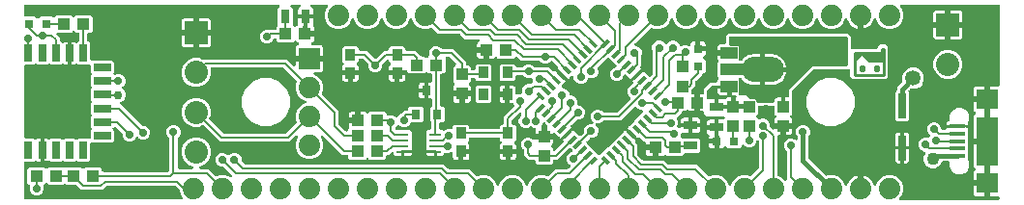
<source format=gbr>
G04 EAGLE Gerber X2 export*
%TF.Part,Single*%
%TF.FileFunction,Copper,L1,Top,Mixed*%
%TF.FilePolarity,Positive*%
%TF.GenerationSoftware,Autodesk,EAGLE,8.7.0*%
%TF.CreationDate,2018-03-08T03:12:48Z*%
G75*
%MOMM*%
%FSLAX34Y34*%
%LPD*%
%AMOC8*
5,1,8,0,0,1.08239X$1,22.5*%
G01*
%ADD10R,1.100000X1.000000*%
%ADD11R,1.000000X1.100000*%
%ADD12R,0.800000X0.800000*%
%ADD13R,1.200000X0.800000*%
%ADD14C,1.879600*%
%ADD15R,1.500000X1.000000*%
%ADD16R,2.000000X1.000000*%
%ADD17C,2.200000*%
%ADD18R,0.800000X0.350000*%
%ADD19R,2.032000X2.032000*%
%ADD20C,2.032000*%
%ADD21R,1.066800X0.254000*%
%ADD22R,1.879600X1.879600*%
%ADD23C,0.254000*%
%ADD24R,0.650000X2.200000*%
%ADD25R,0.700000X1.500000*%
%ADD26R,1.500000X0.700000*%
%ADD27R,1.350000X0.400000*%
%ADD28R,1.900000X1.800000*%
%ADD29R,1.900000X4.300000*%
%ADD30R,0.800000X0.900000*%
%ADD31R,0.800000X1.200000*%
%ADD32R,0.900000X1.000000*%
%ADD33C,0.203200*%
%ADD34C,0.406400*%
%ADD35C,0.711200*%
%ADD36C,0.736600*%
%ADD37C,1.350000*%
%ADD38C,1.106400*%
%ADD39C,0.756400*%

G36*
X857368Y2559D02*
X857368Y2559D01*
X857487Y2567D01*
X857525Y2579D01*
X857565Y2584D01*
X857676Y2628D01*
X857789Y2665D01*
X857823Y2686D01*
X857861Y2701D01*
X857957Y2771D01*
X858058Y2835D01*
X858086Y2864D01*
X858118Y2888D01*
X858194Y2980D01*
X858276Y3067D01*
X858295Y3102D01*
X858321Y3133D01*
X858372Y3240D01*
X858430Y3345D01*
X858440Y3384D01*
X858457Y3420D01*
X858479Y3538D01*
X858509Y3653D01*
X858513Y3712D01*
X858517Y3732D01*
X858515Y3753D01*
X858519Y3814D01*
X858519Y4696D01*
X858504Y4814D01*
X858497Y4933D01*
X858484Y4971D01*
X858479Y5012D01*
X858436Y5122D01*
X858399Y5235D01*
X858377Y5270D01*
X858362Y5307D01*
X858293Y5403D01*
X858229Y5504D01*
X858199Y5532D01*
X858176Y5565D01*
X858084Y5641D01*
X857997Y5722D01*
X857962Y5742D01*
X857931Y5767D01*
X857823Y5818D01*
X857719Y5876D01*
X857679Y5886D01*
X857643Y5903D01*
X857526Y5925D01*
X857411Y5955D01*
X857351Y5959D01*
X857331Y5963D01*
X857310Y5961D01*
X857250Y5965D01*
X850391Y5965D01*
X850391Y16236D01*
X850376Y16354D01*
X850369Y16473D01*
X850356Y16511D01*
X850351Y16551D01*
X850307Y16662D01*
X850271Y16775D01*
X850249Y16810D01*
X850234Y16847D01*
X850164Y16943D01*
X850101Y17044D01*
X850071Y17072D01*
X850047Y17104D01*
X849956Y17180D01*
X849869Y17262D01*
X849834Y17281D01*
X849802Y17307D01*
X849695Y17358D01*
X849591Y17415D01*
X849551Y17426D01*
X849515Y17443D01*
X849398Y17465D01*
X849283Y17495D01*
X849222Y17499D01*
X849202Y17503D01*
X849182Y17501D01*
X849122Y17505D01*
X847851Y17505D01*
X847851Y17507D01*
X849122Y17507D01*
X849240Y17522D01*
X849359Y17529D01*
X849397Y17542D01*
X849437Y17547D01*
X849548Y17591D01*
X849661Y17627D01*
X849696Y17649D01*
X849733Y17664D01*
X849829Y17734D01*
X849930Y17797D01*
X849958Y17827D01*
X849990Y17851D01*
X850066Y17942D01*
X850148Y18029D01*
X850167Y18064D01*
X850193Y18096D01*
X850244Y18203D01*
X850301Y18307D01*
X850312Y18347D01*
X850329Y18383D01*
X850351Y18500D01*
X850381Y18615D01*
X850385Y18676D01*
X850389Y18696D01*
X850387Y18716D01*
X850391Y18776D01*
X850391Y53086D01*
X850376Y53204D01*
X850369Y53323D01*
X850356Y53361D01*
X850351Y53401D01*
X850308Y53512D01*
X850271Y53625D01*
X850249Y53660D01*
X850234Y53697D01*
X850164Y53793D01*
X850101Y53894D01*
X850071Y53922D01*
X850047Y53954D01*
X849956Y54030D01*
X849869Y54112D01*
X849834Y54131D01*
X849802Y54157D01*
X849695Y54208D01*
X849591Y54265D01*
X849551Y54276D01*
X849515Y54293D01*
X849398Y54315D01*
X849283Y54345D01*
X849222Y54349D01*
X849202Y54353D01*
X849182Y54351D01*
X849122Y54355D01*
X847851Y54355D01*
X847851Y54357D01*
X849122Y54357D01*
X849240Y54372D01*
X849359Y54379D01*
X849397Y54392D01*
X849437Y54397D01*
X849548Y54441D01*
X849661Y54477D01*
X849696Y54499D01*
X849733Y54514D01*
X849829Y54584D01*
X849930Y54647D01*
X849958Y54677D01*
X849990Y54701D01*
X850066Y54792D01*
X850148Y54879D01*
X850167Y54914D01*
X850193Y54946D01*
X850244Y55053D01*
X850301Y55157D01*
X850312Y55197D01*
X850329Y55233D01*
X850351Y55350D01*
X850381Y55465D01*
X850385Y55526D01*
X850389Y55546D01*
X850387Y55566D01*
X850391Y55626D01*
X850391Y89936D01*
X850376Y90054D01*
X850369Y90173D01*
X850356Y90211D01*
X850351Y90251D01*
X850307Y90362D01*
X850271Y90475D01*
X850249Y90510D01*
X850234Y90547D01*
X850164Y90643D01*
X850101Y90744D01*
X850071Y90772D01*
X850047Y90804D01*
X849956Y90880D01*
X849869Y90962D01*
X849834Y90981D01*
X849802Y91007D01*
X849695Y91058D01*
X849591Y91115D01*
X849551Y91126D01*
X849515Y91143D01*
X849398Y91165D01*
X849283Y91195D01*
X849222Y91199D01*
X849202Y91203D01*
X849182Y91201D01*
X849122Y91205D01*
X847851Y91205D01*
X847851Y91207D01*
X849122Y91207D01*
X849240Y91222D01*
X849359Y91229D01*
X849397Y91242D01*
X849437Y91247D01*
X849548Y91291D01*
X849661Y91327D01*
X849696Y91349D01*
X849733Y91364D01*
X849829Y91434D01*
X849930Y91497D01*
X849958Y91527D01*
X849990Y91551D01*
X850066Y91642D01*
X850148Y91729D01*
X850167Y91764D01*
X850193Y91796D01*
X850244Y91903D01*
X850301Y92007D01*
X850312Y92047D01*
X850329Y92083D01*
X850351Y92200D01*
X850381Y92315D01*
X850385Y92376D01*
X850389Y92396D01*
X850387Y92416D01*
X850391Y92476D01*
X850391Y102747D01*
X857250Y102747D01*
X857368Y102762D01*
X857487Y102769D01*
X857525Y102782D01*
X857566Y102787D01*
X857676Y102830D01*
X857789Y102867D01*
X857824Y102889D01*
X857861Y102904D01*
X857957Y102973D01*
X858058Y103037D01*
X858086Y103067D01*
X858119Y103090D01*
X858195Y103182D01*
X858276Y103269D01*
X858296Y103304D01*
X858321Y103335D01*
X858372Y103443D01*
X858430Y103547D01*
X858440Y103587D01*
X858457Y103623D01*
X858479Y103740D01*
X858509Y103855D01*
X858513Y103915D01*
X858517Y103935D01*
X858515Y103956D01*
X858519Y104016D01*
X858519Y173482D01*
X858504Y173600D01*
X858497Y173719D01*
X858484Y173757D01*
X858479Y173798D01*
X858436Y173908D01*
X858399Y174021D01*
X858377Y174056D01*
X858362Y174093D01*
X858293Y174189D01*
X858229Y174290D01*
X858199Y174318D01*
X858176Y174351D01*
X858084Y174427D01*
X857997Y174508D01*
X857962Y174528D01*
X857931Y174553D01*
X857823Y174604D01*
X857719Y174662D01*
X857679Y174672D01*
X857643Y174689D01*
X857526Y174711D01*
X857411Y174741D01*
X857351Y174745D01*
X857331Y174749D01*
X857310Y174747D01*
X857250Y174751D01*
X772297Y174751D01*
X772159Y174734D01*
X772021Y174721D01*
X772002Y174714D01*
X771981Y174711D01*
X771852Y174660D01*
X771721Y174613D01*
X771704Y174602D01*
X771686Y174594D01*
X771573Y174513D01*
X771458Y174435D01*
X771445Y174419D01*
X771428Y174408D01*
X771340Y174300D01*
X771248Y174196D01*
X771238Y174178D01*
X771226Y174163D01*
X771166Y174037D01*
X771103Y173913D01*
X771099Y173893D01*
X771090Y173875D01*
X771064Y173738D01*
X771033Y173603D01*
X771034Y173582D01*
X771030Y173563D01*
X771039Y173424D01*
X771043Y173285D01*
X771049Y173265D01*
X771050Y173245D01*
X771093Y173113D01*
X771131Y172979D01*
X771142Y172962D01*
X771148Y172943D01*
X771222Y172825D01*
X771293Y172705D01*
X771312Y172684D01*
X771318Y172674D01*
X771333Y172660D01*
X771399Y172585D01*
X772121Y171863D01*
X773939Y167475D01*
X773939Y162725D01*
X772121Y158337D01*
X768763Y154979D01*
X764375Y153161D01*
X759625Y153161D01*
X755237Y154979D01*
X751879Y158337D01*
X750437Y161819D01*
X750422Y161845D01*
X750413Y161874D01*
X750343Y161983D01*
X750279Y162096D01*
X750258Y162117D01*
X750242Y162142D01*
X750148Y162231D01*
X750058Y162324D01*
X750032Y162340D01*
X750010Y162360D01*
X749897Y162422D01*
X749787Y162490D01*
X749758Y162499D01*
X749732Y162513D01*
X749606Y162546D01*
X749483Y162584D01*
X749453Y162585D01*
X749424Y162593D01*
X749294Y162593D01*
X749165Y162599D01*
X749136Y162593D01*
X749106Y162593D01*
X748980Y162561D01*
X748854Y162535D01*
X748827Y162521D01*
X748798Y162514D01*
X748684Y162452D01*
X748568Y162395D01*
X748545Y162376D01*
X748519Y162361D01*
X748425Y162273D01*
X748326Y162189D01*
X748309Y162164D01*
X748287Y162144D01*
X748217Y162035D01*
X748143Y161929D01*
X748132Y161901D01*
X748116Y161875D01*
X748057Y161726D01*
X748014Y161594D01*
X748014Y161593D01*
X747664Y160517D01*
X746811Y158843D01*
X745706Y157322D01*
X744378Y155994D01*
X742857Y154889D01*
X741183Y154036D01*
X739396Y153455D01*
X739139Y153415D01*
X739139Y163830D01*
X739124Y163948D01*
X739117Y164067D01*
X739104Y164105D01*
X739099Y164145D01*
X739056Y164256D01*
X739019Y164369D01*
X738997Y164403D01*
X738982Y164441D01*
X738912Y164537D01*
X738849Y164638D01*
X738819Y164666D01*
X738795Y164698D01*
X738704Y164774D01*
X738617Y164856D01*
X738582Y164875D01*
X738551Y164901D01*
X738443Y164952D01*
X738339Y165009D01*
X738299Y165020D01*
X738263Y165037D01*
X738146Y165059D01*
X738031Y165089D01*
X737970Y165093D01*
X737950Y165097D01*
X737930Y165095D01*
X737870Y165099D01*
X735330Y165099D01*
X735212Y165084D01*
X735093Y165077D01*
X735055Y165064D01*
X735014Y165059D01*
X734904Y165015D01*
X734791Y164979D01*
X734756Y164957D01*
X734719Y164942D01*
X734623Y164872D01*
X734522Y164809D01*
X734494Y164779D01*
X734461Y164755D01*
X734386Y164664D01*
X734304Y164577D01*
X734284Y164542D01*
X734259Y164510D01*
X734208Y164403D01*
X734150Y164298D01*
X734140Y164259D01*
X734123Y164223D01*
X734101Y164106D01*
X734071Y163991D01*
X734067Y163930D01*
X734063Y163910D01*
X734065Y163890D01*
X734061Y163830D01*
X734061Y153415D01*
X733804Y153455D01*
X732017Y154036D01*
X730343Y154889D01*
X728822Y155994D01*
X727494Y157322D01*
X726389Y158843D01*
X725536Y160517D01*
X725143Y161726D01*
X725130Y161753D01*
X725124Y161782D01*
X725063Y161896D01*
X725008Y162014D01*
X724989Y162036D01*
X724975Y162063D01*
X724888Y162159D01*
X724805Y162259D01*
X724781Y162276D01*
X724761Y162298D01*
X724653Y162369D01*
X724548Y162446D01*
X724520Y162457D01*
X724495Y162473D01*
X724373Y162515D01*
X724252Y162563D01*
X724223Y162567D01*
X724194Y162576D01*
X724065Y162586D01*
X723937Y162603D01*
X723907Y162599D01*
X723877Y162601D01*
X723750Y162579D01*
X723621Y162563D01*
X723594Y162552D01*
X723564Y162547D01*
X723446Y162494D01*
X723325Y162446D01*
X723301Y162429D01*
X723274Y162416D01*
X723173Y162336D01*
X723068Y162260D01*
X723049Y162237D01*
X723026Y162218D01*
X722948Y162115D01*
X722865Y162015D01*
X722852Y161988D01*
X722834Y161964D01*
X722763Y161819D01*
X721321Y158337D01*
X717963Y154979D01*
X713575Y153161D01*
X708825Y153161D01*
X704437Y154979D01*
X701079Y158337D01*
X699673Y161732D01*
X699604Y161853D01*
X699539Y161976D01*
X699525Y161991D01*
X699515Y162008D01*
X699418Y162108D01*
X699325Y162211D01*
X699308Y162222D01*
X699294Y162237D01*
X699176Y162309D01*
X699059Y162386D01*
X699040Y162392D01*
X699023Y162403D01*
X698890Y162444D01*
X698758Y162489D01*
X698738Y162491D01*
X698719Y162497D01*
X698580Y162503D01*
X698441Y162514D01*
X698421Y162511D01*
X698401Y162512D01*
X698265Y162484D01*
X698128Y162460D01*
X698109Y162452D01*
X698090Y162448D01*
X697965Y162386D01*
X697838Y162329D01*
X697822Y162317D01*
X697804Y162308D01*
X697698Y162217D01*
X697590Y162131D01*
X697577Y162115D01*
X697562Y162101D01*
X697482Y161988D01*
X697398Y161877D01*
X697386Y161851D01*
X697379Y161841D01*
X697372Y161822D01*
X697327Y161732D01*
X695921Y158337D01*
X692563Y154979D01*
X688175Y153161D01*
X683425Y153161D01*
X679037Y154979D01*
X675679Y158337D01*
X674273Y161732D01*
X674204Y161853D01*
X674139Y161976D01*
X674125Y161991D01*
X674115Y162008D01*
X674018Y162108D01*
X673925Y162211D01*
X673908Y162222D01*
X673894Y162237D01*
X673776Y162309D01*
X673659Y162386D01*
X673640Y162392D01*
X673623Y162403D01*
X673490Y162444D01*
X673358Y162489D01*
X673338Y162491D01*
X673319Y162497D01*
X673180Y162503D01*
X673041Y162514D01*
X673021Y162511D01*
X673001Y162512D01*
X672865Y162484D01*
X672728Y162460D01*
X672709Y162452D01*
X672690Y162448D01*
X672565Y162386D01*
X672438Y162329D01*
X672422Y162317D01*
X672404Y162308D01*
X672298Y162217D01*
X672190Y162131D01*
X672177Y162115D01*
X672162Y162101D01*
X672082Y161988D01*
X671998Y161877D01*
X671986Y161851D01*
X671979Y161841D01*
X671972Y161822D01*
X671927Y161732D01*
X670521Y158337D01*
X667163Y154979D01*
X662775Y153161D01*
X658025Y153161D01*
X653637Y154979D01*
X650279Y158337D01*
X648873Y161732D01*
X648804Y161853D01*
X648739Y161976D01*
X648725Y161991D01*
X648715Y162008D01*
X648618Y162108D01*
X648525Y162211D01*
X648508Y162222D01*
X648494Y162237D01*
X648376Y162309D01*
X648259Y162386D01*
X648240Y162392D01*
X648223Y162403D01*
X648090Y162444D01*
X647958Y162489D01*
X647938Y162491D01*
X647919Y162497D01*
X647780Y162503D01*
X647641Y162514D01*
X647621Y162511D01*
X647601Y162512D01*
X647465Y162484D01*
X647328Y162460D01*
X647309Y162452D01*
X647290Y162448D01*
X647165Y162386D01*
X647038Y162329D01*
X647022Y162317D01*
X647004Y162308D01*
X646898Y162217D01*
X646790Y162131D01*
X646777Y162115D01*
X646762Y162101D01*
X646682Y161988D01*
X646598Y161877D01*
X646586Y161851D01*
X646579Y161841D01*
X646572Y161822D01*
X646527Y161732D01*
X645121Y158337D01*
X641763Y154979D01*
X637375Y153161D01*
X632625Y153161D01*
X628237Y154979D01*
X624879Y158337D01*
X623473Y161732D01*
X623404Y161853D01*
X623339Y161976D01*
X623325Y161991D01*
X623315Y162008D01*
X623218Y162108D01*
X623125Y162211D01*
X623108Y162222D01*
X623094Y162237D01*
X622976Y162309D01*
X622859Y162386D01*
X622840Y162392D01*
X622823Y162403D01*
X622690Y162444D01*
X622558Y162489D01*
X622538Y162491D01*
X622519Y162497D01*
X622380Y162503D01*
X622241Y162514D01*
X622221Y162511D01*
X622201Y162512D01*
X622065Y162484D01*
X621928Y162460D01*
X621909Y162452D01*
X621890Y162448D01*
X621765Y162386D01*
X621638Y162329D01*
X621622Y162317D01*
X621604Y162308D01*
X621498Y162217D01*
X621390Y162131D01*
X621377Y162115D01*
X621362Y162101D01*
X621282Y161988D01*
X621198Y161877D01*
X621186Y161851D01*
X621179Y161841D01*
X621172Y161822D01*
X621127Y161732D01*
X619721Y158337D01*
X616363Y154979D01*
X611975Y153161D01*
X607225Y153161D01*
X602837Y154979D01*
X599479Y158337D01*
X598073Y161732D01*
X598004Y161853D01*
X597939Y161976D01*
X597925Y161991D01*
X597915Y162008D01*
X597818Y162108D01*
X597725Y162211D01*
X597708Y162222D01*
X597694Y162237D01*
X597576Y162309D01*
X597459Y162386D01*
X597440Y162392D01*
X597423Y162403D01*
X597290Y162444D01*
X597158Y162489D01*
X597138Y162491D01*
X597119Y162497D01*
X596980Y162503D01*
X596841Y162514D01*
X596821Y162511D01*
X596801Y162512D01*
X596665Y162484D01*
X596528Y162460D01*
X596509Y162452D01*
X596490Y162448D01*
X596365Y162386D01*
X596238Y162329D01*
X596222Y162317D01*
X596204Y162308D01*
X596098Y162217D01*
X595990Y162131D01*
X595977Y162115D01*
X595962Y162101D01*
X595882Y161988D01*
X595798Y161877D01*
X595786Y161851D01*
X595779Y161841D01*
X595772Y161822D01*
X595727Y161732D01*
X594321Y158337D01*
X590963Y154979D01*
X586575Y153161D01*
X581825Y153161D01*
X577437Y154979D01*
X574079Y158337D01*
X572673Y161732D01*
X572604Y161853D01*
X572539Y161976D01*
X572525Y161991D01*
X572515Y162008D01*
X572418Y162108D01*
X572325Y162211D01*
X572308Y162222D01*
X572294Y162237D01*
X572176Y162309D01*
X572059Y162386D01*
X572040Y162392D01*
X572023Y162403D01*
X571890Y162444D01*
X571758Y162489D01*
X571738Y162491D01*
X571719Y162497D01*
X571580Y162503D01*
X571441Y162514D01*
X571421Y162511D01*
X571401Y162512D01*
X571265Y162484D01*
X571128Y162460D01*
X571109Y162452D01*
X571090Y162448D01*
X570965Y162386D01*
X570838Y162329D01*
X570822Y162317D01*
X570804Y162308D01*
X570698Y162217D01*
X570590Y162131D01*
X570577Y162115D01*
X570562Y162101D01*
X570482Y161988D01*
X570398Y161877D01*
X570386Y161851D01*
X570379Y161841D01*
X570372Y161822D01*
X570327Y161732D01*
X568921Y158337D01*
X565563Y154979D01*
X561175Y153161D01*
X556425Y153161D01*
X554003Y154165D01*
X553974Y154172D01*
X553948Y154186D01*
X553821Y154214D01*
X553696Y154249D01*
X553666Y154249D01*
X553638Y154256D01*
X553508Y154252D01*
X553378Y154254D01*
X553349Y154247D01*
X553320Y154246D01*
X553195Y154210D01*
X553069Y154180D01*
X553043Y154166D01*
X553014Y154158D01*
X552902Y154092D01*
X552788Y154031D01*
X552766Y154011D01*
X552740Y153996D01*
X552620Y153890D01*
X539073Y140343D01*
X538988Y140234D01*
X538900Y140127D01*
X538891Y140108D01*
X538878Y140092D01*
X538823Y139964D01*
X538764Y139839D01*
X538760Y139819D01*
X538752Y139800D01*
X538730Y139662D01*
X538704Y139526D01*
X538705Y139506D01*
X538702Y139486D01*
X538715Y139347D01*
X538724Y139209D01*
X538730Y139190D01*
X538732Y139170D01*
X538779Y139038D01*
X538822Y138907D01*
X538833Y138889D01*
X538840Y138870D01*
X538918Y138755D01*
X538992Y138638D01*
X539007Y138624D01*
X539018Y138607D01*
X539122Y138515D01*
X539224Y138420D01*
X539242Y138410D01*
X539257Y138397D01*
X539381Y138333D01*
X539502Y138266D01*
X539522Y138261D01*
X539540Y138252D01*
X539676Y138222D01*
X539810Y138187D01*
X539838Y138185D01*
X539850Y138182D01*
X539871Y138183D01*
X539971Y138177D01*
X540201Y138177D01*
X542442Y137249D01*
X544157Y135534D01*
X545085Y133293D01*
X545085Y130867D01*
X544673Y129874D01*
X544671Y129865D01*
X544666Y129857D01*
X544629Y129712D01*
X544589Y129567D01*
X544589Y129558D01*
X544587Y129549D01*
X544577Y129388D01*
X544577Y120447D01*
X544322Y120192D01*
X544249Y120098D01*
X544170Y120008D01*
X544152Y119972D01*
X544127Y119940D01*
X544079Y119831D01*
X544025Y119725D01*
X544016Y119686D01*
X544000Y119649D01*
X543982Y119531D01*
X543956Y119415D01*
X543957Y119375D01*
X543951Y119335D01*
X543962Y119216D01*
X543965Y119097D01*
X543977Y119058D01*
X543980Y119018D01*
X544021Y118906D01*
X544054Y118792D01*
X544074Y118757D01*
X544088Y118719D01*
X544155Y118620D01*
X544215Y118518D01*
X544255Y118472D01*
X544267Y118455D01*
X544282Y118442D01*
X544322Y118397D01*
X544608Y118111D01*
X539983Y113486D01*
X539983Y113485D01*
X535358Y108861D01*
X534782Y109437D01*
X534489Y109943D01*
X534425Y110027D01*
X534369Y110117D01*
X534330Y110154D01*
X534297Y110196D01*
X534214Y110262D01*
X534137Y110334D01*
X534090Y110360D01*
X534048Y110394D01*
X533951Y110437D01*
X533859Y110488D01*
X533807Y110501D01*
X533757Y110523D01*
X533682Y110536D01*
X531503Y112715D01*
X531464Y112746D01*
X531430Y112783D01*
X531339Y112843D01*
X531252Y112910D01*
X531206Y112930D01*
X531165Y112957D01*
X531061Y112993D01*
X530960Y113037D01*
X530911Y113045D01*
X530864Y113061D01*
X530754Y113069D01*
X530646Y113087D01*
X530596Y113082D01*
X530547Y113086D01*
X530439Y113067D01*
X530329Y113057D01*
X530282Y113040D01*
X530234Y113031D01*
X530133Y112986D01*
X530030Y112949D01*
X529989Y112921D01*
X529944Y112901D01*
X529858Y112832D01*
X529767Y112771D01*
X529734Y112733D01*
X529695Y112702D01*
X529629Y112615D01*
X529556Y112532D01*
X529534Y112488D01*
X529504Y112448D01*
X529433Y112304D01*
X528409Y109830D01*
X526694Y108115D01*
X524453Y107187D01*
X522027Y107187D01*
X519786Y108115D01*
X518071Y109830D01*
X517143Y112071D01*
X517143Y114497D01*
X518071Y116738D01*
X519786Y118453D01*
X522260Y119477D01*
X522303Y119502D01*
X522350Y119518D01*
X522440Y119580D01*
X522536Y119635D01*
X522572Y119669D01*
X522613Y119697D01*
X522685Y119779D01*
X522764Y119856D01*
X522790Y119898D01*
X522823Y119935D01*
X522873Y120033D01*
X522931Y120127D01*
X522945Y120174D01*
X522968Y120219D01*
X522992Y120326D01*
X523024Y120431D01*
X523027Y120480D01*
X523037Y120529D01*
X523034Y120639D01*
X523039Y120749D01*
X523029Y120797D01*
X523028Y120847D01*
X522997Y120952D01*
X522975Y121060D01*
X522953Y121105D01*
X522939Y121152D01*
X522884Y121247D01*
X522835Y121346D01*
X522803Y121384D01*
X522778Y121426D01*
X522671Y121547D01*
X520224Y123995D01*
X516784Y127435D01*
X516690Y127508D01*
X516600Y127587D01*
X516564Y127605D01*
X516532Y127630D01*
X516423Y127677D01*
X516317Y127731D01*
X516278Y127740D01*
X516241Y127756D01*
X516123Y127775D01*
X516007Y127801D01*
X515967Y127800D01*
X515927Y127806D01*
X515808Y127795D01*
X515689Y127791D01*
X515650Y127780D01*
X515610Y127776D01*
X515498Y127736D01*
X515384Y127703D01*
X515349Y127682D01*
X515311Y127669D01*
X515212Y127602D01*
X515110Y127541D01*
X515064Y127501D01*
X515048Y127490D01*
X515034Y127475D01*
X514989Y127435D01*
X506883Y119329D01*
X506865Y119306D01*
X506843Y119287D01*
X506768Y119181D01*
X506688Y119078D01*
X506677Y119051D01*
X506660Y119027D01*
X506614Y118905D01*
X506562Y118786D01*
X506557Y118757D01*
X506547Y118729D01*
X506532Y118600D01*
X506512Y118472D01*
X506515Y118443D01*
X506512Y118413D01*
X506530Y118285D01*
X506542Y118155D01*
X506552Y118128D01*
X506556Y118098D01*
X506608Y117946D01*
X506985Y117037D01*
X506985Y114611D01*
X506057Y112370D01*
X504342Y110655D01*
X502101Y109727D01*
X499675Y109727D01*
X499351Y109861D01*
X499237Y109893D01*
X499124Y109932D01*
X499084Y109935D01*
X499045Y109945D01*
X498926Y109947D01*
X498807Y109957D01*
X498767Y109950D01*
X498727Y109950D01*
X498611Y109923D01*
X498494Y109902D01*
X498457Y109886D01*
X498417Y109876D01*
X498312Y109821D01*
X498204Y109772D01*
X498172Y109746D01*
X498136Y109728D01*
X498048Y109648D01*
X497955Y109573D01*
X497931Y109541D01*
X497901Y109514D01*
X497836Y109414D01*
X497764Y109319D01*
X497737Y109265D01*
X497726Y109248D01*
X497720Y109229D01*
X497693Y109175D01*
X496913Y107290D01*
X495198Y105575D01*
X492957Y104647D01*
X490531Y104647D01*
X488290Y105575D01*
X486575Y107290D01*
X485647Y109531D01*
X485647Y110802D01*
X485630Y110940D01*
X485617Y111078D01*
X485610Y111097D01*
X485607Y111117D01*
X485556Y111246D01*
X485509Y111377D01*
X485498Y111394D01*
X485490Y111413D01*
X485409Y111525D01*
X485331Y111640D01*
X485315Y111654D01*
X485304Y111670D01*
X485196Y111759D01*
X485092Y111851D01*
X485074Y111860D01*
X485059Y111873D01*
X484933Y111932D01*
X484809Y111995D01*
X484789Y112000D01*
X484771Y112009D01*
X484634Y112035D01*
X484499Y112065D01*
X484478Y112064D01*
X484459Y112068D01*
X484320Y112060D01*
X484181Y112055D01*
X484161Y112050D01*
X484141Y112049D01*
X484009Y112006D01*
X483875Y111967D01*
X483858Y111957D01*
X483839Y111951D01*
X483721Y111876D01*
X483601Y111805D01*
X483580Y111787D01*
X483570Y111780D01*
X483556Y111765D01*
X483481Y111699D01*
X482323Y110541D01*
X482294Y110538D01*
X482196Y110499D01*
X482095Y110468D01*
X482049Y110441D01*
X481999Y110421D01*
X481913Y110359D01*
X481823Y110304D01*
X481785Y110266D01*
X481741Y110234D01*
X481674Y110153D01*
X481600Y110077D01*
X481552Y110006D01*
X481538Y109989D01*
X481532Y109975D01*
X481511Y109943D01*
X481218Y109437D01*
X480642Y108861D01*
X476017Y113485D01*
X476017Y113486D01*
X471392Y118111D01*
X471678Y118397D01*
X471751Y118491D01*
X471830Y118580D01*
X471848Y118616D01*
X471873Y118648D01*
X471920Y118757D01*
X471975Y118863D01*
X471983Y118903D01*
X472000Y118940D01*
X472018Y119058D01*
X472044Y119174D01*
X472043Y119214D01*
X472049Y119254D01*
X472038Y119373D01*
X472035Y119491D01*
X472023Y119530D01*
X472020Y119571D01*
X471979Y119683D01*
X471946Y119797D01*
X471926Y119832D01*
X471912Y119870D01*
X471845Y119968D01*
X471785Y120071D01*
X471745Y120116D01*
X471733Y120133D01*
X471718Y120146D01*
X471678Y120192D01*
X467275Y124596D01*
X467196Y124656D01*
X467124Y124724D01*
X467071Y124753D01*
X467023Y124790D01*
X466932Y124830D01*
X466846Y124878D01*
X466787Y124893D01*
X466731Y124917D01*
X466633Y124932D01*
X466538Y124957D01*
X466468Y124961D01*
X466468Y124962D01*
X466438Y124963D01*
X466417Y124967D01*
X466405Y124965D01*
X466377Y124967D01*
X466347Y124967D01*
X466249Y124955D01*
X466150Y124952D01*
X466092Y124935D01*
X466032Y124927D01*
X465939Y124891D01*
X465844Y124863D01*
X465792Y124833D01*
X465736Y124810D01*
X465656Y124752D01*
X465570Y124702D01*
X465495Y124636D01*
X465479Y124624D01*
X465471Y124614D01*
X465450Y124596D01*
X464210Y123355D01*
X461969Y122427D01*
X459543Y122427D01*
X457302Y123355D01*
X456062Y124596D01*
X455984Y124656D01*
X455912Y124724D01*
X455859Y124753D01*
X455811Y124790D01*
X455720Y124830D01*
X455634Y124878D01*
X455575Y124893D01*
X455519Y124917D01*
X455421Y124932D01*
X455326Y124957D01*
X455226Y124963D01*
X455205Y124967D01*
X455193Y124965D01*
X455165Y124967D01*
X439471Y124967D01*
X435891Y128547D01*
X435797Y128620D01*
X435708Y128699D01*
X435672Y128717D01*
X435640Y128742D01*
X435530Y128789D01*
X435425Y128843D01*
X435385Y128852D01*
X435348Y128868D01*
X435230Y128887D01*
X435114Y128913D01*
X435074Y128912D01*
X435034Y128918D01*
X434915Y128907D01*
X434796Y128903D01*
X434757Y128892D01*
X434717Y128888D01*
X434605Y128848D01*
X434491Y128815D01*
X434456Y128794D01*
X434418Y128781D01*
X434319Y128714D01*
X434217Y128653D01*
X434172Y128614D01*
X434155Y128602D01*
X434141Y128587D01*
X434096Y128547D01*
X432628Y127079D01*
X419524Y127079D01*
X418473Y128129D01*
X418379Y128202D01*
X418290Y128281D01*
X418254Y128300D01*
X418222Y128324D01*
X418113Y128372D01*
X418007Y128426D01*
X417968Y128435D01*
X417930Y128451D01*
X417813Y128469D01*
X417697Y128495D01*
X417656Y128494D01*
X417616Y128501D01*
X417498Y128489D01*
X417379Y128486D01*
X417340Y128474D01*
X417300Y128471D01*
X417188Y128430D01*
X417073Y128397D01*
X417038Y128377D01*
X417000Y128363D01*
X416902Y128296D01*
X416799Y128236D01*
X416754Y128196D01*
X416737Y128185D01*
X416724Y128169D01*
X416678Y128129D01*
X416136Y127587D01*
X415557Y127252D01*
X414910Y127079D01*
X411575Y127079D01*
X411575Y133390D01*
X411560Y133508D01*
X411553Y133627D01*
X411540Y133665D01*
X411535Y133705D01*
X411492Y133816D01*
X411455Y133929D01*
X411433Y133963D01*
X411418Y134001D01*
X411349Y134097D01*
X411285Y134198D01*
X411255Y134226D01*
X411232Y134258D01*
X411140Y134334D01*
X411053Y134416D01*
X411018Y134435D01*
X410987Y134461D01*
X410879Y134512D01*
X410775Y134569D01*
X410735Y134579D01*
X410699Y134597D01*
X410582Y134619D01*
X410467Y134649D01*
X410407Y134653D01*
X410387Y134656D01*
X410366Y134655D01*
X410306Y134659D01*
X409115Y134659D01*
X409115Y135850D01*
X409100Y135968D01*
X409093Y136087D01*
X409080Y136125D01*
X409075Y136166D01*
X409031Y136276D01*
X408995Y136389D01*
X408973Y136424D01*
X408958Y136461D01*
X408888Y136557D01*
X408825Y136658D01*
X408795Y136686D01*
X408771Y136719D01*
X408680Y136795D01*
X408593Y136876D01*
X408558Y136896D01*
X408526Y136921D01*
X408419Y136972D01*
X408314Y137030D01*
X408275Y137040D01*
X408239Y137057D01*
X408122Y137079D01*
X408006Y137109D01*
X407946Y137113D01*
X407926Y137117D01*
X407906Y137115D01*
X407846Y137119D01*
X401035Y137119D01*
X401035Y139954D01*
X401208Y140601D01*
X401543Y141180D01*
X402016Y141653D01*
X402449Y141903D01*
X402564Y141991D01*
X402682Y142076D01*
X402691Y142087D01*
X402702Y142095D01*
X402792Y142209D01*
X402885Y142321D01*
X402891Y142334D01*
X402899Y142344D01*
X402959Y142477D01*
X403021Y142609D01*
X403023Y142622D01*
X403029Y142635D01*
X403053Y142779D01*
X403081Y142922D01*
X403080Y142935D01*
X403082Y142948D01*
X403070Y143094D01*
X403061Y143239D01*
X403057Y143252D01*
X403056Y143265D01*
X403008Y143403D01*
X402963Y143541D01*
X402956Y143553D01*
X402951Y143566D01*
X402871Y143687D01*
X402793Y143810D01*
X402783Y143819D01*
X402775Y143831D01*
X402667Y143928D01*
X402561Y144028D01*
X402549Y144035D01*
X402539Y144044D01*
X402410Y144111D01*
X402283Y144182D01*
X402270Y144185D01*
X402258Y144191D01*
X402115Y144225D01*
X401975Y144261D01*
X401956Y144262D01*
X401948Y144264D01*
X401931Y144264D01*
X401814Y144271D01*
X390195Y144271D01*
X385995Y148472D01*
X385916Y148532D01*
X385844Y148600D01*
X385791Y148629D01*
X385743Y148666D01*
X385652Y148706D01*
X385566Y148754D01*
X385507Y148769D01*
X385451Y148793D01*
X385353Y148808D01*
X385258Y148833D01*
X385158Y148839D01*
X385137Y148843D01*
X385125Y148841D01*
X385097Y148843D01*
X366827Y148843D01*
X361780Y153890D01*
X361757Y153908D01*
X361738Y153930D01*
X361632Y154005D01*
X361529Y154085D01*
X361502Y154096D01*
X361478Y154113D01*
X361357Y154159D01*
X361237Y154211D01*
X361208Y154215D01*
X361181Y154226D01*
X361052Y154240D01*
X360923Y154261D01*
X360894Y154258D01*
X360865Y154261D01*
X360736Y154243D01*
X360607Y154231D01*
X360579Y154221D01*
X360550Y154217D01*
X360397Y154165D01*
X357975Y153161D01*
X353225Y153161D01*
X348837Y154979D01*
X345479Y158337D01*
X344073Y161732D01*
X344004Y161853D01*
X343939Y161976D01*
X343925Y161991D01*
X343915Y162008D01*
X343818Y162108D01*
X343725Y162211D01*
X343708Y162222D01*
X343694Y162237D01*
X343576Y162309D01*
X343459Y162386D01*
X343440Y162392D01*
X343423Y162403D01*
X343290Y162444D01*
X343158Y162489D01*
X343138Y162491D01*
X343119Y162497D01*
X342980Y162503D01*
X342841Y162514D01*
X342821Y162511D01*
X342801Y162512D01*
X342665Y162484D01*
X342528Y162460D01*
X342509Y162452D01*
X342490Y162448D01*
X342365Y162386D01*
X342238Y162329D01*
X342222Y162317D01*
X342204Y162308D01*
X342098Y162217D01*
X341990Y162131D01*
X341977Y162115D01*
X341962Y162101D01*
X341882Y161988D01*
X341798Y161877D01*
X341786Y161851D01*
X341779Y161841D01*
X341772Y161822D01*
X341727Y161732D01*
X340321Y158337D01*
X336963Y154979D01*
X332575Y153161D01*
X327825Y153161D01*
X323437Y154979D01*
X320079Y158337D01*
X318673Y161732D01*
X318604Y161853D01*
X318539Y161976D01*
X318525Y161991D01*
X318515Y162008D01*
X318418Y162108D01*
X318325Y162211D01*
X318308Y162222D01*
X318294Y162237D01*
X318176Y162309D01*
X318059Y162386D01*
X318040Y162392D01*
X318023Y162403D01*
X317890Y162444D01*
X317758Y162489D01*
X317738Y162491D01*
X317719Y162497D01*
X317580Y162503D01*
X317441Y162514D01*
X317421Y162511D01*
X317401Y162512D01*
X317265Y162484D01*
X317128Y162460D01*
X317109Y162452D01*
X317090Y162448D01*
X316965Y162386D01*
X316838Y162329D01*
X316822Y162317D01*
X316804Y162308D01*
X316698Y162217D01*
X316590Y162131D01*
X316577Y162115D01*
X316562Y162101D01*
X316482Y161988D01*
X316398Y161877D01*
X316386Y161851D01*
X316379Y161841D01*
X316372Y161822D01*
X316327Y161732D01*
X314921Y158337D01*
X311563Y154979D01*
X307175Y153161D01*
X302425Y153161D01*
X298037Y154979D01*
X294679Y158337D01*
X293273Y161732D01*
X293204Y161853D01*
X293139Y161976D01*
X293125Y161991D01*
X293115Y162008D01*
X293018Y162108D01*
X292925Y162211D01*
X292908Y162222D01*
X292894Y162237D01*
X292776Y162309D01*
X292659Y162386D01*
X292640Y162392D01*
X292623Y162403D01*
X292490Y162444D01*
X292358Y162489D01*
X292338Y162491D01*
X292319Y162497D01*
X292180Y162503D01*
X292041Y162514D01*
X292021Y162511D01*
X292001Y162512D01*
X291865Y162484D01*
X291728Y162460D01*
X291709Y162452D01*
X291690Y162448D01*
X291565Y162386D01*
X291438Y162329D01*
X291422Y162317D01*
X291404Y162308D01*
X291298Y162217D01*
X291190Y162131D01*
X291177Y162115D01*
X291162Y162101D01*
X291082Y161988D01*
X290998Y161877D01*
X290986Y161851D01*
X290979Y161841D01*
X290972Y161822D01*
X290927Y161732D01*
X289521Y158337D01*
X286163Y154979D01*
X281775Y153161D01*
X277025Y153161D01*
X272637Y154979D01*
X269279Y158337D01*
X267461Y162725D01*
X267461Y167475D01*
X269279Y171863D01*
X270001Y172585D01*
X270086Y172694D01*
X270174Y172801D01*
X270183Y172820D01*
X270196Y172836D01*
X270251Y172964D01*
X270310Y173089D01*
X270314Y173109D01*
X270322Y173128D01*
X270344Y173266D01*
X270370Y173402D01*
X270369Y173422D01*
X270372Y173442D01*
X270359Y173581D01*
X270350Y173719D01*
X270344Y173738D01*
X270342Y173758D01*
X270295Y173889D01*
X270252Y174021D01*
X270241Y174039D01*
X270234Y174058D01*
X270156Y174172D01*
X270082Y174290D01*
X270067Y174304D01*
X270056Y174321D01*
X269952Y174413D01*
X269850Y174508D01*
X269832Y174518D01*
X269817Y174531D01*
X269694Y174594D01*
X269572Y174662D01*
X269552Y174667D01*
X269534Y174676D01*
X269398Y174706D01*
X269264Y174741D01*
X269236Y174743D01*
X269224Y174746D01*
X269203Y174745D01*
X269103Y174751D01*
X256542Y174751D01*
X256398Y174733D01*
X256253Y174718D01*
X256240Y174713D01*
X256227Y174711D01*
X256091Y174658D01*
X255955Y174607D01*
X255944Y174599D01*
X255931Y174594D01*
X255813Y174509D01*
X255694Y174426D01*
X255685Y174415D01*
X255674Y174408D01*
X255581Y174296D01*
X255486Y174185D01*
X255480Y174173D01*
X255471Y174163D01*
X255409Y174031D01*
X255344Y173900D01*
X255341Y173887D01*
X255335Y173875D01*
X255308Y173732D01*
X255278Y173589D01*
X255278Y173576D01*
X255276Y173563D01*
X255285Y173417D01*
X255291Y173271D01*
X255295Y173259D01*
X255295Y173245D01*
X255340Y173106D01*
X255382Y172967D01*
X255389Y172955D01*
X255393Y172943D01*
X255471Y172819D01*
X255547Y172695D01*
X255556Y172685D01*
X255564Y172674D01*
X255670Y172574D01*
X255774Y172472D01*
X255789Y172462D01*
X255795Y172456D01*
X255810Y172448D01*
X255908Y172383D01*
X256368Y172117D01*
X256841Y171644D01*
X257176Y171065D01*
X257349Y170418D01*
X257349Y166083D01*
X251538Y166083D01*
X251420Y166068D01*
X251301Y166061D01*
X251263Y166048D01*
X251223Y166043D01*
X251112Y166000D01*
X250999Y165963D01*
X250965Y165941D01*
X250927Y165926D01*
X250831Y165857D01*
X250814Y165846D01*
X250790Y165860D01*
X250758Y165885D01*
X250651Y165936D01*
X250546Y165994D01*
X250507Y166004D01*
X250471Y166021D01*
X250354Y166043D01*
X250238Y166073D01*
X250178Y166077D01*
X250158Y166081D01*
X250138Y166079D01*
X250078Y166083D01*
X244267Y166083D01*
X244267Y170418D01*
X244440Y171065D01*
X244775Y171644D01*
X245248Y172117D01*
X245708Y172383D01*
X245824Y172471D01*
X245942Y172556D01*
X245951Y172567D01*
X245962Y172575D01*
X246052Y172689D01*
X246145Y172801D01*
X246151Y172814D01*
X246159Y172824D01*
X246218Y172957D01*
X246281Y173089D01*
X246283Y173102D01*
X246289Y173115D01*
X246313Y173259D01*
X246340Y173402D01*
X246339Y173415D01*
X246342Y173428D01*
X246330Y173574D01*
X246321Y173719D01*
X246316Y173732D01*
X246315Y173745D01*
X246267Y173883D01*
X246223Y174021D01*
X246215Y174033D01*
X246211Y174046D01*
X246130Y174167D01*
X246052Y174290D01*
X246043Y174299D01*
X246035Y174311D01*
X245927Y174408D01*
X245821Y174508D01*
X245809Y174515D01*
X245799Y174524D01*
X245670Y174591D01*
X245542Y174662D01*
X245529Y174665D01*
X245517Y174671D01*
X245375Y174705D01*
X245234Y174741D01*
X245216Y174742D01*
X245208Y174744D01*
X245191Y174744D01*
X245074Y174751D01*
X238798Y174751D01*
X238661Y174734D01*
X238522Y174721D01*
X238503Y174714D01*
X238483Y174711D01*
X238354Y174660D01*
X238222Y174613D01*
X238206Y174602D01*
X238187Y174594D01*
X238074Y174513D01*
X237959Y174435D01*
X237946Y174419D01*
X237930Y174408D01*
X237841Y174300D01*
X237749Y174196D01*
X237740Y174178D01*
X237727Y174163D01*
X237667Y174037D01*
X237604Y173913D01*
X237600Y173893D01*
X237591Y173875D01*
X237565Y173738D01*
X237535Y173603D01*
X237535Y173582D01*
X237531Y173563D01*
X237540Y173424D01*
X237544Y173285D01*
X237550Y173265D01*
X237551Y173245D01*
X237594Y173113D01*
X237633Y172979D01*
X237643Y172962D01*
X237649Y172943D01*
X237724Y172825D01*
X237794Y172705D01*
X237813Y172684D01*
X237819Y172674D01*
X237834Y172660D01*
X237901Y172585D01*
X239349Y171136D01*
X239349Y157422D01*
X239361Y157324D01*
X239364Y157225D01*
X239381Y157167D01*
X239389Y157107D01*
X239425Y157015D01*
X239453Y156919D01*
X239483Y156867D01*
X239506Y156811D01*
X239564Y156731D01*
X239614Y156646D01*
X239680Y156570D01*
X239692Y156554D01*
X239702Y156546D01*
X239720Y156525D01*
X240911Y155335D01*
X241004Y155262D01*
X241094Y155183D01*
X241130Y155164D01*
X241162Y155140D01*
X241271Y155092D01*
X241377Y155038D01*
X241416Y155029D01*
X241454Y155013D01*
X241571Y154995D01*
X241687Y154969D01*
X241728Y154970D01*
X241768Y154963D01*
X241886Y154975D01*
X242005Y154978D01*
X242044Y154990D01*
X242084Y154993D01*
X242196Y155034D01*
X242311Y155067D01*
X242346Y155087D01*
X242384Y155101D01*
X242482Y155168D01*
X242585Y155228D01*
X242630Y155268D01*
X242647Y155279D01*
X242660Y155295D01*
X242706Y155335D01*
X243248Y155877D01*
X243722Y156151D01*
X243811Y156219D01*
X243906Y156280D01*
X243937Y156314D01*
X243975Y156343D01*
X244045Y156431D01*
X244121Y156514D01*
X244143Y156555D01*
X244173Y156592D01*
X244219Y156695D01*
X244272Y156794D01*
X244283Y156839D01*
X244302Y156883D01*
X244321Y156993D01*
X244348Y157103D01*
X244347Y157150D01*
X244355Y157196D01*
X244346Y157308D01*
X244345Y157421D01*
X244331Y157492D01*
X244329Y157513D01*
X244323Y157530D01*
X244313Y157578D01*
X244267Y157750D01*
X244267Y162085D01*
X248809Y162085D01*
X248809Y155510D01*
X248803Y155508D01*
X248762Y155503D01*
X248652Y155460D01*
X248539Y155423D01*
X248504Y155401D01*
X248467Y155386D01*
X248370Y155317D01*
X248270Y155253D01*
X248242Y155223D01*
X248209Y155200D01*
X248133Y155108D01*
X248052Y155021D01*
X248032Y154986D01*
X248007Y154955D01*
X247956Y154847D01*
X247898Y154743D01*
X247888Y154703D01*
X247871Y154667D01*
X247849Y154550D01*
X247819Y154435D01*
X247815Y154375D01*
X247811Y154355D01*
X247813Y154334D01*
X247809Y154274D01*
X247809Y150074D01*
X247824Y149956D01*
X247831Y149837D01*
X247843Y149799D01*
X247849Y149759D01*
X247892Y149648D01*
X247929Y149535D01*
X247951Y149501D01*
X247966Y149463D01*
X248035Y149367D01*
X248099Y149266D01*
X248129Y149238D01*
X248152Y149206D01*
X248244Y149130D01*
X248331Y149048D01*
X248366Y149029D01*
X248397Y149003D01*
X248505Y148952D01*
X248609Y148895D01*
X248649Y148885D01*
X248685Y148867D01*
X248802Y148845D01*
X248917Y148815D01*
X248977Y148811D01*
X248997Y148808D01*
X249018Y148809D01*
X249078Y148805D01*
X250269Y148805D01*
X250269Y147614D01*
X250284Y147496D01*
X250291Y147377D01*
X250304Y147339D01*
X250309Y147298D01*
X250353Y147188D01*
X250389Y147075D01*
X250411Y147040D01*
X250426Y147003D01*
X250496Y146906D01*
X250559Y146806D01*
X250589Y146778D01*
X250613Y146745D01*
X250704Y146669D01*
X250791Y146588D01*
X250826Y146568D01*
X250858Y146543D01*
X250965Y146492D01*
X251070Y146434D01*
X251109Y146424D01*
X251145Y146407D01*
X251262Y146385D01*
X251378Y146355D01*
X251438Y146351D01*
X251458Y146347D01*
X251478Y146349D01*
X251538Y146345D01*
X258349Y146345D01*
X258349Y143510D01*
X258176Y142863D01*
X257841Y142284D01*
X257368Y141811D01*
X256789Y141476D01*
X256630Y141434D01*
X256490Y141377D01*
X256348Y141320D01*
X256342Y141316D01*
X256336Y141314D01*
X256214Y141223D01*
X256090Y141134D01*
X256086Y141128D01*
X256080Y141124D01*
X255985Y141006D01*
X255887Y140889D01*
X255885Y140882D01*
X255880Y140877D01*
X255816Y140737D01*
X255752Y140601D01*
X255751Y140594D01*
X255748Y140588D01*
X255720Y140437D01*
X255692Y140288D01*
X255692Y140282D01*
X255691Y140275D01*
X255702Y140122D01*
X255712Y139971D01*
X255714Y139965D01*
X255714Y139958D01*
X255763Y139813D01*
X255810Y139669D01*
X255813Y139663D01*
X255816Y139656D01*
X255899Y139527D01*
X255980Y139400D01*
X255985Y139395D01*
X255989Y139390D01*
X256101Y139286D01*
X256212Y139182D01*
X256218Y139179D01*
X256222Y139174D01*
X256357Y139102D01*
X256490Y139028D01*
X256497Y139027D01*
X256503Y139024D01*
X256651Y138987D01*
X256798Y138949D01*
X256807Y138948D01*
X256811Y138947D01*
X256822Y138947D01*
X256959Y138939D01*
X263732Y138939D01*
X264379Y138766D01*
X264958Y138431D01*
X265431Y137958D01*
X265766Y137379D01*
X265939Y136732D01*
X265939Y129539D01*
X255270Y129539D01*
X255152Y129524D01*
X255033Y129517D01*
X254995Y129504D01*
X254955Y129499D01*
X254844Y129456D01*
X254731Y129419D01*
X254697Y129397D01*
X254659Y129382D01*
X254563Y129312D01*
X254462Y129249D01*
X254434Y129219D01*
X254402Y129195D01*
X254326Y129104D01*
X254244Y129017D01*
X254225Y128982D01*
X254199Y128951D01*
X254148Y128843D01*
X254091Y128739D01*
X254080Y128699D01*
X254063Y128663D01*
X254041Y128546D01*
X254011Y128431D01*
X254007Y128370D01*
X254003Y128350D01*
X254005Y128330D01*
X254001Y128270D01*
X254001Y125730D01*
X254016Y125612D01*
X254023Y125493D01*
X254036Y125455D01*
X254041Y125414D01*
X254085Y125304D01*
X254121Y125191D01*
X254143Y125156D01*
X254158Y125119D01*
X254228Y125023D01*
X254291Y124922D01*
X254321Y124894D01*
X254345Y124861D01*
X254436Y124786D01*
X254523Y124704D01*
X254558Y124684D01*
X254590Y124659D01*
X254697Y124608D01*
X254802Y124550D01*
X254841Y124540D01*
X254877Y124523D01*
X254994Y124501D01*
X255109Y124471D01*
X255170Y124467D01*
X255190Y124463D01*
X255210Y124465D01*
X255270Y124461D01*
X265939Y124461D01*
X265939Y117268D01*
X265766Y116621D01*
X265431Y116042D01*
X264958Y115569D01*
X264379Y115234D01*
X263732Y115061D01*
X259080Y115061D01*
X259011Y115053D01*
X258941Y115054D01*
X258854Y115033D01*
X258764Y115021D01*
X258699Y114996D01*
X258632Y114979D01*
X258552Y114937D01*
X258469Y114904D01*
X258412Y114863D01*
X258351Y114831D01*
X258284Y114770D01*
X258211Y114718D01*
X258167Y114664D01*
X258115Y114617D01*
X258066Y114542D01*
X258009Y114473D01*
X257979Y114409D01*
X257940Y114351D01*
X257911Y114266D01*
X257873Y114185D01*
X257860Y114116D01*
X257837Y114050D01*
X257830Y113961D01*
X257813Y113873D01*
X257818Y113803D01*
X257812Y113733D01*
X257827Y113645D01*
X257833Y113555D01*
X257855Y113489D01*
X257866Y113420D01*
X257903Y113338D01*
X257931Y113253D01*
X257968Y113194D01*
X257997Y113130D01*
X258053Y113060D01*
X258101Y112984D01*
X258152Y112936D01*
X258196Y112882D01*
X258267Y112827D01*
X258333Y112766D01*
X258394Y112732D01*
X258450Y112690D01*
X258594Y112619D01*
X260763Y111721D01*
X264121Y108363D01*
X265939Y103975D01*
X265939Y99225D01*
X264935Y96803D01*
X264928Y96774D01*
X264914Y96748D01*
X264886Y96621D01*
X264851Y96496D01*
X264851Y96466D01*
X264844Y96438D01*
X264848Y96308D01*
X264846Y96178D01*
X264853Y96149D01*
X264854Y96120D01*
X264890Y95995D01*
X264920Y95869D01*
X264934Y95843D01*
X264942Y95814D01*
X265008Y95703D01*
X265069Y95588D01*
X265089Y95566D01*
X265104Y95540D01*
X265210Y95420D01*
X279401Y81229D01*
X279401Y70071D01*
X279413Y69973D01*
X279416Y69874D01*
X279433Y69816D01*
X279441Y69755D01*
X279477Y69663D01*
X279505Y69568D01*
X279535Y69516D01*
X279558Y69460D01*
X279616Y69380D01*
X279666Y69294D01*
X279732Y69219D01*
X279744Y69202D01*
X279754Y69195D01*
X279772Y69173D01*
X285581Y63364D01*
X285660Y63304D01*
X285732Y63236D01*
X285785Y63207D01*
X285833Y63170D01*
X285924Y63130D01*
X286010Y63082D01*
X286069Y63067D01*
X286125Y63043D01*
X286223Y63028D01*
X286318Y63003D01*
X286418Y62997D01*
X286439Y62993D01*
X286451Y62995D01*
X286479Y62993D01*
X286990Y62993D01*
X287108Y63008D01*
X287227Y63015D01*
X287265Y63028D01*
X287306Y63033D01*
X287416Y63076D01*
X287529Y63113D01*
X287564Y63135D01*
X287601Y63150D01*
X287697Y63219D01*
X287798Y63283D01*
X287826Y63313D01*
X287859Y63336D01*
X287935Y63428D01*
X288016Y63515D01*
X288036Y63550D01*
X288061Y63581D01*
X288112Y63689D01*
X288170Y63793D01*
X288180Y63833D01*
X288197Y63869D01*
X288219Y63986D01*
X288249Y64101D01*
X288253Y64161D01*
X288257Y64181D01*
X288255Y64202D01*
X288259Y64262D01*
X288259Y65488D01*
X288527Y65756D01*
X288591Y65839D01*
X288663Y65917D01*
X288689Y65964D01*
X288722Y66007D01*
X288763Y66104D01*
X288814Y66197D01*
X288827Y66249D01*
X288848Y66299D01*
X288864Y66403D01*
X288890Y66506D01*
X288889Y66560D01*
X288898Y66613D01*
X288888Y66718D01*
X288887Y66824D01*
X288870Y66908D01*
X288868Y66930D01*
X288863Y66944D01*
X288855Y66982D01*
X288767Y67310D01*
X288767Y70145D01*
X295578Y70145D01*
X295696Y70160D01*
X295815Y70167D01*
X295853Y70179D01*
X295893Y70185D01*
X296004Y70228D01*
X296117Y70265D01*
X296151Y70287D01*
X296189Y70302D01*
X296285Y70371D01*
X296386Y70435D01*
X296414Y70465D01*
X296446Y70488D01*
X296522Y70580D01*
X296604Y70667D01*
X296623Y70702D01*
X296649Y70733D01*
X296700Y70841D01*
X296757Y70945D01*
X296767Y70985D01*
X296785Y71021D01*
X296807Y71138D01*
X296837Y71253D01*
X296841Y71313D01*
X296844Y71333D01*
X296843Y71354D01*
X296847Y71414D01*
X296847Y72605D01*
X298038Y72605D01*
X298156Y72620D01*
X298275Y72627D01*
X298313Y72640D01*
X298354Y72645D01*
X298464Y72689D01*
X298577Y72725D01*
X298612Y72747D01*
X298649Y72762D01*
X298745Y72832D01*
X298846Y72895D01*
X298874Y72925D01*
X298907Y72949D01*
X298983Y73040D01*
X299064Y73127D01*
X299084Y73162D01*
X299109Y73194D01*
X299160Y73301D01*
X299218Y73406D01*
X299228Y73445D01*
X299245Y73481D01*
X299267Y73598D01*
X299297Y73714D01*
X299301Y73774D01*
X299305Y73794D01*
X299303Y73814D01*
X299307Y73874D01*
X299307Y80185D01*
X302642Y80185D01*
X303289Y80012D01*
X303868Y79677D01*
X304410Y79135D01*
X304505Y79062D01*
X304594Y78983D01*
X304630Y78964D01*
X304662Y78940D01*
X304771Y78892D01*
X304877Y78838D01*
X304916Y78829D01*
X304954Y78813D01*
X305072Y78795D01*
X305187Y78769D01*
X305228Y78770D01*
X305268Y78763D01*
X305386Y78775D01*
X305505Y78778D01*
X305544Y78790D01*
X305584Y78793D01*
X305696Y78834D01*
X305811Y78867D01*
X305846Y78887D01*
X305884Y78901D01*
X305982Y78968D01*
X306085Y79028D01*
X306130Y79068D01*
X306147Y79079D01*
X306160Y79095D01*
X306205Y79135D01*
X307256Y80185D01*
X320360Y80185D01*
X321849Y78696D01*
X321849Y78053D01*
X321855Y78004D01*
X321853Y77954D01*
X321875Y77847D01*
X321889Y77738D01*
X321907Y77691D01*
X321917Y77643D01*
X321965Y77544D01*
X322006Y77442D01*
X322035Y77402D01*
X322057Y77357D01*
X322128Y77274D01*
X322192Y77185D01*
X322231Y77153D01*
X322263Y77115D01*
X322353Y77052D01*
X322437Y76982D01*
X322482Y76961D01*
X322523Y76932D01*
X322626Y76893D01*
X322725Y76846D01*
X322774Y76837D01*
X322820Y76819D01*
X322930Y76807D01*
X323037Y76787D01*
X323087Y76790D01*
X323136Y76784D01*
X323245Y76799D01*
X323355Y76806D01*
X323402Y76822D01*
X323451Y76829D01*
X323604Y76881D01*
X324415Y77217D01*
X326841Y77217D01*
X329082Y76289D01*
X329451Y75919D01*
X329491Y75888D01*
X329524Y75851D01*
X329616Y75791D01*
X329703Y75724D01*
X329748Y75704D01*
X329790Y75677D01*
X329894Y75641D01*
X329995Y75597D01*
X330044Y75590D01*
X330091Y75574D01*
X330200Y75565D01*
X330309Y75548D01*
X330358Y75552D01*
X330408Y75548D01*
X330516Y75567D01*
X330625Y75577D01*
X330672Y75594D01*
X330721Y75603D01*
X330821Y75648D01*
X330925Y75685D01*
X330966Y75713D01*
X331011Y75733D01*
X331097Y75802D01*
X331188Y75864D01*
X331221Y75901D01*
X331259Y75932D01*
X331325Y76020D01*
X331398Y76102D01*
X331421Y76146D01*
X331451Y76186D01*
X331522Y76331D01*
X331635Y76606D01*
X333350Y78321D01*
X334913Y78968D01*
X334921Y78973D01*
X334930Y78975D01*
X335059Y79051D01*
X335190Y79125D01*
X335196Y79132D01*
X335204Y79137D01*
X335325Y79243D01*
X337363Y81281D01*
X339306Y81281D01*
X339424Y81296D01*
X339543Y81303D01*
X339581Y81316D01*
X339622Y81321D01*
X339732Y81364D01*
X339845Y81401D01*
X339880Y81423D01*
X339917Y81438D01*
X340013Y81507D01*
X340114Y81571D01*
X340142Y81601D01*
X340175Y81624D01*
X340251Y81716D01*
X340332Y81803D01*
X340352Y81838D01*
X340377Y81869D01*
X340428Y81977D01*
X340486Y82081D01*
X340496Y82121D01*
X340513Y82157D01*
X340535Y82274D01*
X340565Y82389D01*
X340569Y82449D01*
X340573Y82469D01*
X340571Y82490D01*
X340575Y82550D01*
X340575Y83436D01*
X342064Y84925D01*
X352168Y84925D01*
X353657Y83436D01*
X353657Y72332D01*
X352168Y70843D01*
X343295Y70843D01*
X343265Y70840D01*
X343236Y70842D01*
X343108Y70820D01*
X342979Y70803D01*
X342952Y70793D01*
X342923Y70788D01*
X342804Y70734D01*
X342684Y70686D01*
X342660Y70669D01*
X342633Y70657D01*
X342531Y70576D01*
X342426Y70500D01*
X342407Y70477D01*
X342384Y70458D01*
X342306Y70355D01*
X342223Y70255D01*
X342211Y70228D01*
X342193Y70204D01*
X342122Y70060D01*
X341973Y69698D01*
X340258Y67983D01*
X338017Y67055D01*
X335591Y67055D01*
X333350Y67983D01*
X332981Y68353D01*
X332941Y68384D01*
X332908Y68421D01*
X332816Y68481D01*
X332729Y68548D01*
X332684Y68568D01*
X332642Y68595D01*
X332538Y68631D01*
X332437Y68675D01*
X332388Y68682D01*
X332341Y68698D01*
X332232Y68707D01*
X332123Y68724D01*
X332074Y68720D01*
X332024Y68724D01*
X331916Y68705D01*
X331807Y68695D01*
X331760Y68678D01*
X331711Y68669D01*
X331611Y68624D01*
X331507Y68587D01*
X331466Y68559D01*
X331421Y68539D01*
X331335Y68470D01*
X331244Y68408D01*
X331211Y68371D01*
X331173Y68340D01*
X331107Y68252D01*
X331034Y68170D01*
X331011Y68126D01*
X330981Y68086D01*
X330910Y67941D01*
X330797Y67666D01*
X329560Y66429D01*
X329474Y66319D01*
X329386Y66213D01*
X329377Y66194D01*
X329365Y66178D01*
X329309Y66050D01*
X329250Y65925D01*
X329246Y65905D01*
X329238Y65886D01*
X329216Y65748D01*
X329190Y65612D01*
X329192Y65592D01*
X329188Y65572D01*
X329202Y65433D01*
X329210Y65295D01*
X329216Y65276D01*
X329218Y65256D01*
X329265Y65124D01*
X329308Y64993D01*
X329319Y64975D01*
X329326Y64956D01*
X329404Y64841D01*
X329478Y64724D01*
X329493Y64710D01*
X329504Y64693D01*
X329609Y64601D01*
X329710Y64506D01*
X329728Y64496D01*
X329743Y64483D01*
X329867Y64419D01*
X329988Y64352D01*
X330008Y64347D01*
X330026Y64338D01*
X330162Y64308D01*
X330296Y64273D01*
X330324Y64271D01*
X330336Y64268D01*
X330357Y64269D01*
X330457Y64263D01*
X342174Y64263D01*
X343663Y62774D01*
X343663Y47826D01*
X343650Y47803D01*
X343637Y47750D01*
X343616Y47701D01*
X343599Y47597D01*
X343574Y47494D01*
X343575Y47440D01*
X343566Y47387D01*
X343576Y47282D01*
X343577Y47176D01*
X343594Y47092D01*
X343596Y47070D01*
X343601Y47056D01*
X343609Y47018D01*
X343663Y46817D01*
X343663Y46481D01*
X342700Y46481D01*
X342699Y46481D01*
X335788Y46481D01*
X335670Y46466D01*
X335551Y46459D01*
X335513Y46446D01*
X335473Y46441D01*
X335362Y46398D01*
X335249Y46361D01*
X335215Y46339D01*
X335177Y46324D01*
X335081Y46254D01*
X334980Y46191D01*
X334980Y46190D01*
X334952Y46161D01*
X334919Y46137D01*
X334843Y46045D01*
X334762Y45959D01*
X334742Y45923D01*
X334716Y45892D01*
X334666Y45785D01*
X334608Y45680D01*
X334598Y45641D01*
X334581Y45605D01*
X334559Y45488D01*
X334529Y45372D01*
X334525Y45312D01*
X334521Y45292D01*
X334522Y45272D01*
X334519Y45212D01*
X334519Y41401D01*
X330120Y41401D01*
X329473Y41574D01*
X328894Y41909D01*
X328421Y42382D01*
X328086Y42961D01*
X327886Y43709D01*
X327883Y43743D01*
X327876Y43763D01*
X327873Y43783D01*
X327822Y43912D01*
X327775Y44043D01*
X327764Y44060D01*
X327756Y44078D01*
X327675Y44191D01*
X327597Y44306D01*
X327581Y44319D01*
X327570Y44336D01*
X327462Y44424D01*
X327358Y44516D01*
X327340Y44526D01*
X327325Y44538D01*
X327199Y44598D01*
X327075Y44661D01*
X327055Y44665D01*
X327037Y44674D01*
X326901Y44700D01*
X326765Y44731D01*
X326744Y44730D01*
X326725Y44734D01*
X326586Y44725D01*
X326447Y44721D01*
X326427Y44715D01*
X326407Y44714D01*
X326275Y44671D01*
X326141Y44633D01*
X326124Y44622D01*
X326105Y44616D01*
X325987Y44541D01*
X325867Y44471D01*
X325846Y44452D01*
X325836Y44446D01*
X325822Y44431D01*
X325747Y44365D01*
X323545Y42163D01*
X322610Y42163D01*
X322492Y42148D01*
X322373Y42141D01*
X322335Y42128D01*
X322294Y42123D01*
X322184Y42080D01*
X322071Y42043D01*
X322036Y42021D01*
X321999Y42006D01*
X321903Y41937D01*
X321802Y41873D01*
X321774Y41843D01*
X321741Y41820D01*
X321665Y41728D01*
X321584Y41641D01*
X321564Y41606D01*
X321539Y41575D01*
X321488Y41467D01*
X321430Y41363D01*
X321420Y41323D01*
X321403Y41287D01*
X321381Y41170D01*
X321351Y41055D01*
X321347Y40995D01*
X321343Y40975D01*
X321345Y40954D01*
X321341Y40894D01*
X321341Y39668D01*
X319852Y38179D01*
X306748Y38179D01*
X305698Y39229D01*
X305603Y39302D01*
X305514Y39381D01*
X305478Y39400D01*
X305446Y39424D01*
X305337Y39472D01*
X305231Y39526D01*
X305192Y39535D01*
X305154Y39551D01*
X305037Y39569D01*
X304921Y39595D01*
X304880Y39594D01*
X304840Y39600D01*
X304722Y39589D01*
X304603Y39586D01*
X304564Y39574D01*
X304524Y39571D01*
X304411Y39530D01*
X304297Y39497D01*
X304263Y39477D01*
X304224Y39463D01*
X304126Y39396D01*
X304023Y39336D01*
X303978Y39296D01*
X303961Y39284D01*
X303948Y39269D01*
X303903Y39229D01*
X302852Y38179D01*
X289748Y38179D01*
X288259Y39668D01*
X288259Y40894D01*
X288244Y41012D01*
X288237Y41131D01*
X288224Y41169D01*
X288219Y41210D01*
X288176Y41320D01*
X288139Y41433D01*
X288117Y41468D01*
X288102Y41505D01*
X288033Y41601D01*
X287969Y41702D01*
X287939Y41730D01*
X287916Y41763D01*
X287824Y41839D01*
X287737Y41920D01*
X287702Y41940D01*
X287671Y41965D01*
X287563Y42016D01*
X287459Y42074D01*
X287419Y42084D01*
X287383Y42101D01*
X287266Y42123D01*
X287151Y42153D01*
X287091Y42157D01*
X287071Y42161D01*
X287050Y42159D01*
X286990Y42163D01*
X283007Y42163D01*
X266168Y59002D01*
X266113Y59045D01*
X266064Y59095D01*
X265988Y59142D01*
X265917Y59197D01*
X265853Y59225D01*
X265793Y59261D01*
X265708Y59287D01*
X265625Y59323D01*
X265556Y59334D01*
X265489Y59355D01*
X265400Y59359D01*
X265311Y59373D01*
X265241Y59366D01*
X265172Y59370D01*
X265084Y59352D01*
X264994Y59343D01*
X264929Y59320D01*
X264860Y59306D01*
X264779Y59266D01*
X264695Y59236D01*
X264637Y59196D01*
X264575Y59166D01*
X264506Y59107D01*
X264432Y59057D01*
X264386Y59005D01*
X264333Y58959D01*
X264281Y58886D01*
X264221Y58819D01*
X264190Y58757D01*
X264149Y58699D01*
X264118Y58615D01*
X264077Y58535D01*
X264062Y58467D01*
X264037Y58402D01*
X264027Y58313D01*
X264007Y58225D01*
X264009Y58155D01*
X264002Y58086D01*
X264014Y57997D01*
X264017Y57907D01*
X264036Y57840D01*
X264046Y57771D01*
X264098Y57619D01*
X265939Y53175D01*
X265939Y48425D01*
X264121Y44037D01*
X260763Y40679D01*
X256375Y38861D01*
X251625Y38861D01*
X247237Y40679D01*
X243879Y44037D01*
X242061Y48425D01*
X242061Y53175D01*
X243902Y57619D01*
X243920Y57686D01*
X243948Y57750D01*
X243962Y57839D01*
X243986Y57925D01*
X243987Y57995D01*
X243998Y58064D01*
X243990Y58154D01*
X243991Y58243D01*
X243975Y58311D01*
X243968Y58381D01*
X243938Y58465D01*
X243917Y58553D01*
X243884Y58614D01*
X243861Y58680D01*
X243810Y58754D01*
X243768Y58834D01*
X243721Y58885D01*
X243682Y58943D01*
X243615Y59003D01*
X243554Y59069D01*
X243496Y59108D01*
X243444Y59154D01*
X243364Y59194D01*
X243288Y59244D01*
X243222Y59267D01*
X243160Y59298D01*
X243073Y59318D01*
X242988Y59347D01*
X242918Y59353D01*
X242850Y59368D01*
X242760Y59365D01*
X242671Y59372D01*
X242602Y59360D01*
X242532Y59358D01*
X242446Y59333D01*
X242357Y59318D01*
X242294Y59289D01*
X242227Y59270D01*
X242149Y59224D01*
X242067Y59187D01*
X242013Y59144D01*
X241953Y59108D01*
X241832Y59002D01*
X239132Y56303D01*
X236677Y53847D01*
X175923Y53847D01*
X161704Y68066D01*
X161680Y68084D01*
X161661Y68107D01*
X161555Y68182D01*
X161452Y68261D01*
X161425Y68273D01*
X161401Y68290D01*
X161280Y68336D01*
X161161Y68388D01*
X161131Y68392D01*
X161104Y68403D01*
X160975Y68417D01*
X160846Y68437D01*
X160817Y68435D01*
X160788Y68438D01*
X160659Y68420D01*
X160530Y68408D01*
X160502Y68398D01*
X160473Y68394D01*
X160320Y68341D01*
X157466Y67159D01*
X152414Y67159D01*
X147746Y69093D01*
X144173Y72666D01*
X142239Y77334D01*
X142239Y82386D01*
X144173Y87054D01*
X147746Y90627D01*
X152414Y92561D01*
X157466Y92561D01*
X162134Y90627D01*
X165707Y87054D01*
X167641Y82386D01*
X167641Y77334D01*
X166459Y74480D01*
X166451Y74451D01*
X166437Y74425D01*
X166409Y74298D01*
X166375Y74173D01*
X166374Y74143D01*
X166368Y74114D01*
X166372Y73985D01*
X166370Y73855D01*
X166376Y73826D01*
X166377Y73797D01*
X166413Y73672D01*
X166444Y73546D01*
X166458Y73519D01*
X166466Y73491D01*
X166532Y73379D01*
X166592Y73264D01*
X166612Y73243D01*
X166627Y73217D01*
X166734Y73096D01*
X178497Y61332D01*
X178576Y61272D01*
X178648Y61204D01*
X178701Y61175D01*
X178749Y61138D01*
X178840Y61098D01*
X178926Y61050D01*
X178985Y61035D01*
X179041Y61011D01*
X179139Y60996D01*
X179234Y60971D01*
X179334Y60965D01*
X179355Y60961D01*
X179367Y60963D01*
X179395Y60961D01*
X233205Y60961D01*
X233303Y60973D01*
X233402Y60976D01*
X233460Y60993D01*
X233521Y61001D01*
X233613Y61037D01*
X233708Y61065D01*
X233760Y61095D01*
X233816Y61118D01*
X233896Y61176D01*
X233982Y61226D01*
X234057Y61292D01*
X234074Y61304D01*
X234081Y61314D01*
X234103Y61332D01*
X242790Y70020D01*
X242808Y70043D01*
X242830Y70062D01*
X242905Y70168D01*
X242985Y70271D01*
X242996Y70298D01*
X243013Y70322D01*
X243059Y70443D01*
X243111Y70563D01*
X243115Y70592D01*
X243126Y70619D01*
X243140Y70748D01*
X243161Y70877D01*
X243158Y70906D01*
X243161Y70935D01*
X243143Y71064D01*
X243131Y71193D01*
X243121Y71221D01*
X243117Y71250D01*
X243065Y71403D01*
X242061Y73825D01*
X242061Y78575D01*
X243879Y82963D01*
X247237Y86321D01*
X250632Y87727D01*
X250753Y87796D01*
X250876Y87861D01*
X250891Y87875D01*
X250908Y87885D01*
X251008Y87982D01*
X251111Y88075D01*
X251122Y88092D01*
X251137Y88106D01*
X251209Y88224D01*
X251286Y88341D01*
X251292Y88360D01*
X251303Y88377D01*
X251344Y88510D01*
X251389Y88642D01*
X251391Y88662D01*
X251397Y88681D01*
X251403Y88820D01*
X251414Y88959D01*
X251411Y88979D01*
X251412Y88999D01*
X251384Y89135D01*
X251360Y89272D01*
X251352Y89291D01*
X251348Y89310D01*
X251286Y89436D01*
X251229Y89562D01*
X251217Y89578D01*
X251208Y89596D01*
X251117Y89702D01*
X251031Y89810D01*
X251015Y89823D01*
X251001Y89838D01*
X250888Y89918D01*
X250777Y90002D01*
X250751Y90014D01*
X250741Y90021D01*
X250722Y90028D01*
X250632Y90073D01*
X247237Y91479D01*
X243879Y94837D01*
X242061Y99225D01*
X242061Y103975D01*
X243065Y106397D01*
X243072Y106426D01*
X243086Y106452D01*
X243114Y106579D01*
X243149Y106704D01*
X243149Y106734D01*
X243156Y106762D01*
X243152Y106892D01*
X243154Y107022D01*
X243147Y107051D01*
X243146Y107080D01*
X243110Y107205D01*
X243080Y107331D01*
X243066Y107357D01*
X243058Y107386D01*
X242992Y107497D01*
X242931Y107612D01*
X242911Y107634D01*
X242896Y107660D01*
X242790Y107780D01*
X231563Y119008D01*
X231484Y119068D01*
X231412Y119136D01*
X231359Y119165D01*
X231311Y119202D01*
X231220Y119242D01*
X231134Y119290D01*
X231075Y119305D01*
X231019Y119329D01*
X230921Y119344D01*
X230826Y119369D01*
X230726Y119375D01*
X230705Y119379D01*
X230693Y119377D01*
X230665Y119379D01*
X168715Y119379D01*
X168665Y119373D01*
X168616Y119375D01*
X168508Y119353D01*
X168399Y119339D01*
X168353Y119321D01*
X168304Y119311D01*
X168206Y119263D01*
X168104Y119222D01*
X168063Y119193D01*
X168019Y119171D01*
X167935Y119100D01*
X167846Y119036D01*
X167815Y118997D01*
X167777Y118965D01*
X167714Y118875D01*
X167643Y118791D01*
X167622Y118746D01*
X167594Y118705D01*
X167555Y118602D01*
X167508Y118503D01*
X167499Y118454D01*
X167481Y118408D01*
X167469Y118298D01*
X167448Y118191D01*
X167451Y118141D01*
X167446Y118092D01*
X167461Y117983D01*
X167468Y117873D01*
X167483Y117826D01*
X167490Y117777D01*
X167542Y117624D01*
X167641Y117386D01*
X167641Y112334D01*
X165707Y107666D01*
X162134Y104093D01*
X157466Y102159D01*
X152414Y102159D01*
X147746Y104093D01*
X144173Y107666D01*
X142239Y112334D01*
X142239Y117386D01*
X144173Y122054D01*
X147746Y125627D01*
X152414Y127561D01*
X157466Y127561D01*
X160320Y126379D01*
X160349Y126371D01*
X160375Y126357D01*
X160502Y126329D01*
X160627Y126295D01*
X160657Y126294D01*
X160686Y126288D01*
X160815Y126292D01*
X160945Y126290D01*
X160974Y126296D01*
X161004Y126297D01*
X161128Y126333D01*
X161254Y126364D01*
X161281Y126378D01*
X161309Y126386D01*
X161421Y126452D01*
X161498Y126493D01*
X234137Y126493D01*
X236592Y124037D01*
X239895Y120735D01*
X240005Y120650D01*
X240111Y120562D01*
X240130Y120553D01*
X240146Y120540D01*
X240274Y120485D01*
X240399Y120426D01*
X240419Y120422D01*
X240438Y120414D01*
X240575Y120392D01*
X240712Y120366D01*
X240732Y120367D01*
X240752Y120364D01*
X240891Y120377D01*
X241029Y120386D01*
X241048Y120392D01*
X241068Y120394D01*
X241199Y120441D01*
X241331Y120484D01*
X241349Y120495D01*
X241368Y120502D01*
X241483Y120580D01*
X241600Y120654D01*
X241614Y120669D01*
X241631Y120680D01*
X241723Y120785D01*
X241818Y120886D01*
X241828Y120903D01*
X241841Y120919D01*
X241905Y121043D01*
X241972Y121164D01*
X241977Y121184D01*
X241986Y121202D01*
X242016Y121338D01*
X242051Y121472D01*
X242053Y121500D01*
X242056Y121512D01*
X242055Y121532D01*
X242061Y121633D01*
X242061Y124461D01*
X252730Y124461D01*
X252848Y124476D01*
X252967Y124483D01*
X253005Y124496D01*
X253045Y124501D01*
X253156Y124544D01*
X253269Y124581D01*
X253303Y124603D01*
X253341Y124618D01*
X253437Y124688D01*
X253538Y124751D01*
X253566Y124781D01*
X253598Y124804D01*
X253674Y124896D01*
X253756Y124983D01*
X253775Y125018D01*
X253801Y125049D01*
X253852Y125157D01*
X253909Y125261D01*
X253920Y125301D01*
X253937Y125337D01*
X253959Y125454D01*
X253989Y125569D01*
X253993Y125629D01*
X253997Y125650D01*
X253995Y125670D01*
X253999Y125730D01*
X253999Y128270D01*
X253984Y128388D01*
X253977Y128507D01*
X253964Y128545D01*
X253959Y128585D01*
X253915Y128696D01*
X253879Y128809D01*
X253857Y128844D01*
X253842Y128881D01*
X253772Y128977D01*
X253709Y129078D01*
X253679Y129106D01*
X253655Y129139D01*
X253564Y129214D01*
X253477Y129296D01*
X253442Y129316D01*
X253410Y129341D01*
X253303Y129392D01*
X253198Y129450D01*
X253159Y129460D01*
X253123Y129477D01*
X253006Y129499D01*
X252891Y129529D01*
X252830Y129533D01*
X252810Y129537D01*
X252790Y129535D01*
X252730Y129539D01*
X242061Y129539D01*
X242061Y136732D01*
X242234Y137379D01*
X242569Y137958D01*
X243042Y138431D01*
X243621Y138766D01*
X244207Y138923D01*
X244342Y138978D01*
X244478Y139030D01*
X244489Y139038D01*
X244502Y139043D01*
X244619Y139130D01*
X244738Y139214D01*
X244746Y139224D01*
X244757Y139232D01*
X244849Y139346D01*
X244943Y139457D01*
X244949Y139469D01*
X244957Y139479D01*
X245018Y139612D01*
X245082Y139743D01*
X245084Y139756D01*
X245090Y139769D01*
X245116Y139911D01*
X245145Y140055D01*
X245144Y140068D01*
X245146Y140082D01*
X245136Y140227D01*
X245128Y140372D01*
X245124Y140385D01*
X245123Y140399D01*
X245077Y140537D01*
X245033Y140676D01*
X245026Y140687D01*
X245022Y140700D01*
X244943Y140822D01*
X244866Y140946D01*
X244856Y140956D01*
X244849Y140967D01*
X244742Y141066D01*
X244637Y141167D01*
X244625Y141173D01*
X244615Y141183D01*
X244487Y141251D01*
X244360Y141323D01*
X244342Y141329D01*
X244335Y141333D01*
X244318Y141337D01*
X244207Y141375D01*
X243827Y141476D01*
X243248Y141811D01*
X242706Y142353D01*
X242611Y142426D01*
X242522Y142505D01*
X242486Y142524D01*
X242454Y142548D01*
X242345Y142596D01*
X242239Y142650D01*
X242200Y142659D01*
X242162Y142675D01*
X242044Y142693D01*
X241929Y142719D01*
X241888Y142718D01*
X241848Y142725D01*
X241730Y142713D01*
X241611Y142710D01*
X241572Y142698D01*
X241532Y142695D01*
X241420Y142654D01*
X241305Y142621D01*
X241270Y142601D01*
X241232Y142587D01*
X241134Y142520D01*
X241031Y142460D01*
X240986Y142420D01*
X240969Y142409D01*
X240956Y142393D01*
X240911Y142353D01*
X239860Y141303D01*
X226756Y141303D01*
X225267Y142792D01*
X225267Y143821D01*
X225259Y143891D01*
X225260Y143960D01*
X225239Y144048D01*
X225227Y144137D01*
X225202Y144202D01*
X225185Y144270D01*
X225143Y144349D01*
X225110Y144433D01*
X225069Y144489D01*
X225037Y144551D01*
X224976Y144617D01*
X224924Y144690D01*
X224870Y144735D01*
X224823Y144786D01*
X224748Y144835D01*
X224679Y144893D01*
X224615Y144923D01*
X224557Y144961D01*
X224472Y144990D01*
X224391Y145028D01*
X224322Y145041D01*
X224256Y145064D01*
X224167Y145071D01*
X224079Y145088D01*
X224009Y145084D01*
X223939Y145089D01*
X223851Y145074D01*
X223761Y145068D01*
X223695Y145047D01*
X223626Y145035D01*
X223544Y144998D01*
X223459Y144970D01*
X223400Y144933D01*
X223336Y144904D01*
X223266Y144848D01*
X223190Y144800D01*
X223142Y144749D01*
X223088Y144706D01*
X223033Y144634D01*
X222972Y144569D01*
X222938Y144507D01*
X222896Y144452D01*
X222825Y144307D01*
X222192Y142779D01*
X220441Y141028D01*
X218154Y140080D01*
X215678Y140080D01*
X213391Y141028D01*
X211640Y142779D01*
X210692Y145066D01*
X210692Y147542D01*
X211640Y149829D01*
X213391Y151580D01*
X215678Y152528D01*
X218154Y152528D01*
X218227Y152497D01*
X218236Y152495D01*
X218244Y152490D01*
X218389Y152453D01*
X218534Y152413D01*
X218543Y152413D01*
X218552Y152411D01*
X218713Y152401D01*
X223998Y152401D01*
X224116Y152416D01*
X224235Y152423D01*
X224273Y152436D01*
X224314Y152441D01*
X224424Y152484D01*
X224537Y152521D01*
X224572Y152543D01*
X224609Y152558D01*
X224705Y152627D01*
X224806Y152691D01*
X224834Y152721D01*
X224867Y152744D01*
X224943Y152836D01*
X225024Y152923D01*
X225044Y152958D01*
X225069Y152989D01*
X225120Y153097D01*
X225178Y153201D01*
X225188Y153241D01*
X225205Y153277D01*
X225227Y153394D01*
X225257Y153509D01*
X225261Y153569D01*
X225265Y153589D01*
X225263Y153610D01*
X225267Y153670D01*
X225267Y154896D01*
X225937Y155566D01*
X226010Y155660D01*
X226089Y155750D01*
X226108Y155786D01*
X226132Y155818D01*
X226180Y155927D01*
X226234Y156033D01*
X226243Y156072D01*
X226259Y156110D01*
X226277Y156227D01*
X226303Y156343D01*
X226302Y156384D01*
X226308Y156424D01*
X226297Y156542D01*
X226294Y156661D01*
X226282Y156700D01*
X226279Y156740D01*
X226267Y156772D01*
X226267Y171136D01*
X227715Y172585D01*
X227801Y172694D01*
X227889Y172801D01*
X227898Y172820D01*
X227910Y172836D01*
X227966Y172964D01*
X228025Y173089D01*
X228029Y173109D01*
X228037Y173128D01*
X228059Y173266D01*
X228085Y173402D01*
X228083Y173422D01*
X228087Y173442D01*
X228073Y173581D01*
X228065Y173719D01*
X228059Y173738D01*
X228057Y173758D01*
X228010Y173890D01*
X227967Y174021D01*
X227956Y174039D01*
X227949Y174058D01*
X227871Y174173D01*
X227797Y174290D01*
X227782Y174304D01*
X227771Y174321D01*
X227666Y174413D01*
X227565Y174508D01*
X227547Y174518D01*
X227532Y174531D01*
X227408Y174595D01*
X227287Y174662D01*
X227267Y174667D01*
X227249Y174676D01*
X227113Y174706D01*
X226979Y174741D01*
X226951Y174743D01*
X226939Y174746D01*
X226918Y174745D01*
X226818Y174751D01*
X5842Y174751D01*
X5724Y174736D01*
X5605Y174729D01*
X5567Y174716D01*
X5526Y174711D01*
X5416Y174668D01*
X5303Y174631D01*
X5268Y174609D01*
X5231Y174594D01*
X5135Y174525D01*
X5034Y174461D01*
X5006Y174431D01*
X4973Y174408D01*
X4897Y174316D01*
X4816Y174229D01*
X4796Y174194D01*
X4771Y174163D01*
X4720Y174055D01*
X4662Y173951D01*
X4652Y173911D01*
X4635Y173875D01*
X4613Y173758D01*
X4583Y173643D01*
X4579Y173583D01*
X4575Y173563D01*
X4577Y173542D01*
X4573Y173482D01*
X4573Y165290D01*
X4588Y165172D01*
X4595Y165053D01*
X4608Y165015D01*
X4613Y164974D01*
X4656Y164864D01*
X4693Y164751D01*
X4715Y164716D01*
X4730Y164679D01*
X4799Y164583D01*
X4863Y164482D01*
X4893Y164454D01*
X4916Y164421D01*
X5008Y164345D01*
X5095Y164264D01*
X5130Y164244D01*
X5161Y164219D01*
X5269Y164168D01*
X5373Y164110D01*
X5413Y164100D01*
X5449Y164083D01*
X5566Y164061D01*
X5681Y164031D01*
X5741Y164027D01*
X5761Y164023D01*
X5782Y164025D01*
X5842Y164021D01*
X13808Y164021D01*
X15359Y162471D01*
X15453Y162398D01*
X15542Y162319D01*
X15578Y162301D01*
X15610Y162276D01*
X15719Y162228D01*
X15825Y162174D01*
X15864Y162165D01*
X15902Y162149D01*
X16019Y162131D01*
X16135Y162105D01*
X16176Y162106D01*
X16216Y162100D01*
X16334Y162111D01*
X16453Y162114D01*
X16492Y162126D01*
X16532Y162129D01*
X16644Y162170D01*
X16759Y162203D01*
X16794Y162223D01*
X16832Y162237D01*
X16930Y162304D01*
X17033Y162364D01*
X17078Y162404D01*
X17095Y162416D01*
X17108Y162431D01*
X17154Y162471D01*
X18704Y164021D01*
X28808Y164021D01*
X29357Y163473D01*
X29451Y163400D01*
X29540Y163321D01*
X29576Y163303D01*
X29608Y163278D01*
X29717Y163230D01*
X29823Y163176D01*
X29862Y163167D01*
X29900Y163151D01*
X30017Y163133D01*
X30133Y163107D01*
X30174Y163108D01*
X30214Y163102D01*
X30332Y163113D01*
X30451Y163116D01*
X30490Y163128D01*
X30530Y163131D01*
X30642Y163172D01*
X30757Y163205D01*
X30792Y163225D01*
X30830Y163239D01*
X30928Y163306D01*
X31031Y163366D01*
X31076Y163406D01*
X31093Y163418D01*
X31106Y163433D01*
X31152Y163473D01*
X32700Y165021D01*
X45804Y165021D01*
X46854Y163971D01*
X46949Y163898D01*
X47038Y163819D01*
X47074Y163800D01*
X47106Y163776D01*
X47215Y163728D01*
X47321Y163674D01*
X47360Y163665D01*
X47398Y163649D01*
X47515Y163631D01*
X47631Y163605D01*
X47672Y163606D01*
X47712Y163600D01*
X47830Y163611D01*
X47949Y163614D01*
X47988Y163626D01*
X48028Y163629D01*
X48141Y163670D01*
X48255Y163703D01*
X48289Y163723D01*
X48328Y163737D01*
X48426Y163804D01*
X48529Y163864D01*
X48574Y163904D01*
X48591Y163916D01*
X48604Y163931D01*
X48649Y163971D01*
X49700Y165021D01*
X62804Y165021D01*
X64293Y163532D01*
X64293Y151428D01*
X62804Y149939D01*
X61010Y149939D01*
X60892Y149924D01*
X60773Y149917D01*
X60735Y149904D01*
X60694Y149899D01*
X60584Y149856D01*
X60471Y149819D01*
X60436Y149797D01*
X60399Y149782D01*
X60303Y149713D01*
X60202Y149649D01*
X60174Y149619D01*
X60141Y149596D01*
X60065Y149504D01*
X59984Y149417D01*
X59964Y149382D01*
X59939Y149351D01*
X59888Y149243D01*
X59830Y149139D01*
X59820Y149099D01*
X59803Y149063D01*
X59781Y148946D01*
X59751Y148831D01*
X59747Y148771D01*
X59743Y148751D01*
X59745Y148730D01*
X59741Y148670D01*
X59741Y143006D01*
X59756Y142888D01*
X59763Y142769D01*
X59776Y142731D01*
X59781Y142690D01*
X59824Y142580D01*
X59861Y142467D01*
X59883Y142432D01*
X59898Y142395D01*
X59968Y142298D01*
X60031Y142198D01*
X60061Y142170D01*
X60084Y142137D01*
X60176Y142061D01*
X60263Y141980D01*
X60298Y141960D01*
X60329Y141935D01*
X60437Y141884D01*
X60541Y141826D01*
X60581Y141816D01*
X60617Y141799D01*
X60688Y141786D01*
X62225Y140248D01*
X62225Y126394D01*
X62242Y126256D01*
X62255Y126118D01*
X62262Y126099D01*
X62265Y126079D01*
X62316Y125949D01*
X62363Y125818D01*
X62374Y125802D01*
X62382Y125783D01*
X62463Y125670D01*
X62541Y125555D01*
X62557Y125542D01*
X62568Y125526D01*
X62676Y125437D01*
X62780Y125345D01*
X62798Y125336D01*
X62813Y125323D01*
X62939Y125264D01*
X63063Y125200D01*
X63083Y125196D01*
X63101Y125187D01*
X63237Y125161D01*
X63374Y125131D01*
X63394Y125131D01*
X63413Y125127D01*
X63552Y125136D01*
X63691Y125140D01*
X63711Y125146D01*
X63731Y125147D01*
X63863Y125190D01*
X63997Y125229D01*
X64010Y125237D01*
X81236Y125237D01*
X82725Y123748D01*
X82725Y114616D01*
X82705Y114583D01*
X82650Y114512D01*
X82622Y114448D01*
X82586Y114389D01*
X82559Y114303D01*
X82524Y114221D01*
X82513Y114152D01*
X82492Y114085D01*
X82488Y113995D01*
X82474Y113907D01*
X82480Y113837D01*
X82477Y113767D01*
X82495Y113679D01*
X82503Y113590D01*
X82527Y113524D01*
X82541Y113456D01*
X82581Y113375D01*
X82611Y113291D01*
X82650Y113233D01*
X82681Y113170D01*
X82739Y113102D01*
X82790Y113027D01*
X82842Y112981D01*
X82887Y112928D01*
X82961Y112876D01*
X83028Y112817D01*
X83090Y112785D01*
X83147Y112745D01*
X83231Y112713D01*
X83311Y112672D01*
X83379Y112657D01*
X83445Y112632D01*
X83534Y112622D01*
X83622Y112603D01*
X83691Y112605D01*
X83761Y112597D01*
X83850Y112610D01*
X83939Y112612D01*
X84006Y112632D01*
X84076Y112641D01*
X84228Y112694D01*
X85655Y113285D01*
X88081Y113285D01*
X90322Y112357D01*
X92037Y110642D01*
X92965Y108401D01*
X92965Y105975D01*
X92037Y103734D01*
X90451Y102149D01*
X90378Y102055D01*
X90300Y101966D01*
X90281Y101930D01*
X90256Y101898D01*
X90209Y101789D01*
X90155Y101683D01*
X90146Y101643D01*
X90130Y101606D01*
X90111Y101488D01*
X90085Y101372D01*
X90087Y101332D01*
X90080Y101292D01*
X90091Y101173D01*
X90095Y101055D01*
X90106Y101016D01*
X90110Y100975D01*
X90150Y100863D01*
X90183Y100749D01*
X90204Y100714D01*
X90218Y100676D01*
X90285Y100577D01*
X90345Y100475D01*
X90385Y100430D01*
X90396Y100413D01*
X90412Y100400D01*
X90451Y100354D01*
X92228Y98578D01*
X93191Y96254D01*
X93191Y93738D01*
X92228Y91414D01*
X90450Y89636D01*
X89116Y89084D01*
X89073Y89059D01*
X89026Y89042D01*
X88935Y88980D01*
X88840Y88926D01*
X88804Y88892D01*
X88763Y88864D01*
X88691Y88781D01*
X88612Y88705D01*
X88586Y88662D01*
X88553Y88625D01*
X88503Y88527D01*
X88445Y88434D01*
X88431Y88386D01*
X88408Y88342D01*
X88384Y88235D01*
X88352Y88130D01*
X88349Y88080D01*
X88338Y88032D01*
X88342Y87922D01*
X88337Y87812D01*
X88347Y87763D01*
X88348Y87714D01*
X88379Y87608D01*
X88401Y87501D01*
X88423Y87456D01*
X88437Y87408D01*
X88492Y87314D01*
X88541Y87215D01*
X88573Y87177D01*
X88598Y87134D01*
X88704Y87013D01*
X107273Y68444D01*
X107352Y68384D01*
X107424Y68316D01*
X107477Y68287D01*
X107525Y68250D01*
X107616Y68210D01*
X107702Y68162D01*
X107761Y68147D01*
X107817Y68123D01*
X107915Y68108D01*
X108010Y68083D01*
X108110Y68077D01*
X108131Y68073D01*
X108143Y68075D01*
X108171Y68073D01*
X109925Y68073D01*
X112166Y67145D01*
X113881Y65430D01*
X114809Y63189D01*
X114809Y60763D01*
X113881Y58522D01*
X112166Y56807D01*
X109925Y55879D01*
X107499Y55879D01*
X105258Y56807D01*
X104170Y57896D01*
X104131Y57926D01*
X104098Y57963D01*
X104006Y58023D01*
X103919Y58091D01*
X103873Y58110D01*
X103832Y58138D01*
X103728Y58173D01*
X103627Y58217D01*
X103578Y58225D01*
X103531Y58241D01*
X103422Y58250D01*
X103313Y58267D01*
X103264Y58262D01*
X103214Y58266D01*
X103106Y58247D01*
X102996Y58237D01*
X102950Y58220D01*
X102901Y58212D01*
X102801Y58167D01*
X102697Y58129D01*
X102656Y58102D01*
X102611Y58081D01*
X102525Y58013D01*
X102434Y57951D01*
X102401Y57914D01*
X102362Y57883D01*
X102296Y57795D01*
X102223Y57712D01*
X102201Y57668D01*
X102171Y57628D01*
X102100Y57484D01*
X101689Y56490D01*
X99974Y54775D01*
X97733Y53847D01*
X95307Y53847D01*
X93066Y54775D01*
X91351Y56490D01*
X90423Y58731D01*
X90423Y60485D01*
X90411Y60583D01*
X90408Y60682D01*
X90391Y60740D01*
X90383Y60801D01*
X90347Y60893D01*
X90319Y60988D01*
X90289Y61040D01*
X90266Y61096D01*
X90208Y61176D01*
X90158Y61262D01*
X90092Y61337D01*
X90080Y61354D01*
X90070Y61361D01*
X90052Y61383D01*
X84655Y66779D01*
X84561Y66852D01*
X84472Y66931D01*
X84436Y66949D01*
X84404Y66974D01*
X84294Y67021D01*
X84189Y67075D01*
X84149Y67084D01*
X84112Y67100D01*
X83994Y67119D01*
X83878Y67145D01*
X83838Y67144D01*
X83798Y67150D01*
X83679Y67139D01*
X83560Y67135D01*
X83522Y67124D01*
X83481Y67120D01*
X83369Y67080D01*
X83255Y67047D01*
X83220Y67026D01*
X83182Y67013D01*
X83084Y66946D01*
X82981Y66885D01*
X82936Y66845D01*
X82919Y66834D01*
X82905Y66819D01*
X82860Y66779D01*
X82175Y66093D01*
X82102Y65999D01*
X82023Y65910D01*
X82005Y65874D01*
X81980Y65842D01*
X81932Y65733D01*
X81878Y65627D01*
X81869Y65588D01*
X81853Y65550D01*
X81835Y65433D01*
X81809Y65317D01*
X81810Y65276D01*
X81804Y65236D01*
X81815Y65118D01*
X81818Y64999D01*
X81830Y64960D01*
X81833Y64920D01*
X81874Y64808D01*
X81907Y64693D01*
X81927Y64658D01*
X81941Y64620D01*
X82008Y64522D01*
X82068Y64419D01*
X82108Y64374D01*
X82120Y64357D01*
X82135Y64344D01*
X82175Y64298D01*
X82725Y63748D01*
X82725Y54644D01*
X81236Y53155D01*
X63992Y53155D01*
X63887Y53205D01*
X63867Y53209D01*
X63849Y53217D01*
X63711Y53238D01*
X63574Y53265D01*
X63554Y53263D01*
X63534Y53266D01*
X63396Y53253D01*
X63257Y53245D01*
X63238Y53239D01*
X63218Y53237D01*
X63087Y53190D01*
X62955Y53147D01*
X62937Y53136D01*
X62919Y53129D01*
X62804Y53051D01*
X62686Y52977D01*
X62672Y52962D01*
X62655Y52951D01*
X62563Y52847D01*
X62468Y52745D01*
X62458Y52727D01*
X62445Y52712D01*
X62381Y52588D01*
X62314Y52467D01*
X62309Y52447D01*
X62300Y52429D01*
X62270Y52293D01*
X62235Y52159D01*
X62233Y52131D01*
X62230Y52119D01*
X62231Y52098D01*
X62225Y51998D01*
X62225Y38144D01*
X60736Y36655D01*
X51632Y36655D01*
X51081Y37205D01*
X50987Y37278D01*
X50898Y37357D01*
X50862Y37375D01*
X50830Y37400D01*
X50721Y37448D01*
X50615Y37502D01*
X50576Y37511D01*
X50538Y37527D01*
X50421Y37545D01*
X50305Y37571D01*
X50264Y37570D01*
X50224Y37576D01*
X50106Y37565D01*
X49987Y37562D01*
X49948Y37550D01*
X49908Y37547D01*
X49796Y37506D01*
X49681Y37473D01*
X49646Y37453D01*
X49608Y37439D01*
X49510Y37372D01*
X49407Y37312D01*
X49362Y37272D01*
X49345Y37260D01*
X49332Y37245D01*
X49286Y37205D01*
X48736Y36655D01*
X39632Y36655D01*
X39081Y37205D01*
X38987Y37278D01*
X38898Y37357D01*
X38862Y37375D01*
X38830Y37400D01*
X38721Y37448D01*
X38615Y37502D01*
X38576Y37511D01*
X38538Y37527D01*
X38421Y37545D01*
X38305Y37571D01*
X38264Y37570D01*
X38224Y37576D01*
X38106Y37565D01*
X37987Y37562D01*
X37948Y37550D01*
X37908Y37547D01*
X37796Y37506D01*
X37681Y37473D01*
X37646Y37453D01*
X37608Y37439D01*
X37510Y37372D01*
X37407Y37312D01*
X37362Y37272D01*
X37345Y37260D01*
X37332Y37245D01*
X37286Y37205D01*
X36736Y36655D01*
X27632Y36655D01*
X27081Y37205D01*
X26987Y37278D01*
X26898Y37357D01*
X26862Y37376D01*
X26830Y37400D01*
X26721Y37448D01*
X26615Y37502D01*
X26576Y37511D01*
X26538Y37527D01*
X26420Y37545D01*
X26305Y37571D01*
X26264Y37570D01*
X26224Y37577D01*
X26105Y37565D01*
X25987Y37562D01*
X25948Y37550D01*
X25908Y37547D01*
X25796Y37506D01*
X25681Y37473D01*
X25646Y37453D01*
X25608Y37439D01*
X25510Y37372D01*
X25407Y37312D01*
X25362Y37272D01*
X25345Y37261D01*
X25332Y37245D01*
X25286Y37205D01*
X25244Y37163D01*
X24665Y36828D01*
X24018Y36655D01*
X21933Y36655D01*
X21933Y46216D01*
X21918Y46334D01*
X21911Y46453D01*
X21898Y46491D01*
X21893Y46531D01*
X21850Y46642D01*
X21834Y46690D01*
X21844Y46708D01*
X21854Y46747D01*
X21871Y46783D01*
X21893Y46900D01*
X21923Y47016D01*
X21927Y47076D01*
X21931Y47096D01*
X21929Y47116D01*
X21933Y47176D01*
X21933Y56737D01*
X24018Y56737D01*
X24665Y56564D01*
X25244Y56229D01*
X25286Y56187D01*
X25379Y56115D01*
X25399Y56096D01*
X25403Y56094D01*
X25470Y56035D01*
X25506Y56017D01*
X25538Y55992D01*
X25647Y55944D01*
X25753Y55890D01*
X25792Y55881D01*
X25829Y55865D01*
X25947Y55847D01*
X26063Y55821D01*
X26104Y55822D01*
X26144Y55816D01*
X26262Y55827D01*
X26381Y55830D01*
X26420Y55842D01*
X26460Y55845D01*
X26572Y55886D01*
X26687Y55919D01*
X26721Y55939D01*
X26760Y55953D01*
X26858Y56020D01*
X26961Y56080D01*
X27006Y56120D01*
X27023Y56131D01*
X27036Y56147D01*
X27081Y56187D01*
X27632Y56737D01*
X36736Y56737D01*
X37286Y56187D01*
X37378Y56115D01*
X37399Y56096D01*
X37403Y56094D01*
X37470Y56035D01*
X37506Y56017D01*
X37538Y55992D01*
X37647Y55944D01*
X37753Y55890D01*
X37792Y55881D01*
X37830Y55865D01*
X37947Y55847D01*
X38063Y55821D01*
X38104Y55822D01*
X38144Y55816D01*
X38262Y55827D01*
X38381Y55830D01*
X38420Y55842D01*
X38460Y55845D01*
X38573Y55886D01*
X38687Y55919D01*
X38721Y55939D01*
X38760Y55953D01*
X38858Y56020D01*
X38961Y56080D01*
X39006Y56120D01*
X39023Y56132D01*
X39036Y56147D01*
X39081Y56187D01*
X39632Y56737D01*
X48736Y56737D01*
X49286Y56187D01*
X49378Y56115D01*
X49399Y56096D01*
X49403Y56094D01*
X49470Y56035D01*
X49506Y56017D01*
X49538Y55992D01*
X49647Y55944D01*
X49753Y55890D01*
X49792Y55881D01*
X49830Y55865D01*
X49947Y55847D01*
X50063Y55821D01*
X50104Y55822D01*
X50144Y55816D01*
X50262Y55827D01*
X50381Y55830D01*
X50420Y55842D01*
X50460Y55845D01*
X50573Y55886D01*
X50687Y55919D01*
X50721Y55939D01*
X50760Y55953D01*
X50858Y56020D01*
X50961Y56080D01*
X51006Y56120D01*
X51023Y56132D01*
X51036Y56147D01*
X51081Y56187D01*
X51632Y56737D01*
X60876Y56737D01*
X60981Y56687D01*
X61001Y56683D01*
X61019Y56675D01*
X61157Y56654D01*
X61294Y56627D01*
X61314Y56629D01*
X61334Y56626D01*
X61472Y56639D01*
X61611Y56647D01*
X61630Y56653D01*
X61650Y56655D01*
X61781Y56702D01*
X61913Y56745D01*
X61931Y56756D01*
X61949Y56763D01*
X62064Y56841D01*
X62182Y56915D01*
X62196Y56930D01*
X62213Y56941D01*
X62305Y57045D01*
X62400Y57147D01*
X62410Y57165D01*
X62423Y57180D01*
X62487Y57304D01*
X62554Y57425D01*
X62559Y57445D01*
X62568Y57463D01*
X62598Y57599D01*
X62633Y57733D01*
X62635Y57761D01*
X62638Y57773D01*
X62637Y57794D01*
X62643Y57894D01*
X62643Y63748D01*
X63193Y64298D01*
X63266Y64392D01*
X63345Y64482D01*
X63363Y64518D01*
X63388Y64550D01*
X63436Y64659D01*
X63490Y64765D01*
X63499Y64804D01*
X63515Y64842D01*
X63533Y64959D01*
X63559Y65075D01*
X63558Y65116D01*
X63564Y65156D01*
X63553Y65274D01*
X63550Y65393D01*
X63538Y65432D01*
X63535Y65472D01*
X63494Y65585D01*
X63461Y65699D01*
X63441Y65733D01*
X63427Y65772D01*
X63360Y65870D01*
X63300Y65973D01*
X63260Y66018D01*
X63248Y66035D01*
X63233Y66048D01*
X63193Y66093D01*
X62643Y66644D01*
X62643Y75748D01*
X63193Y76298D01*
X63266Y76392D01*
X63345Y76482D01*
X63363Y76518D01*
X63388Y76550D01*
X63436Y76659D01*
X63490Y76765D01*
X63499Y76804D01*
X63515Y76842D01*
X63533Y76959D01*
X63559Y77075D01*
X63558Y77116D01*
X63564Y77156D01*
X63553Y77274D01*
X63550Y77393D01*
X63538Y77432D01*
X63535Y77472D01*
X63494Y77585D01*
X63461Y77699D01*
X63441Y77733D01*
X63427Y77772D01*
X63360Y77870D01*
X63300Y77973D01*
X63260Y78018D01*
X63248Y78035D01*
X63233Y78048D01*
X63193Y78093D01*
X62643Y78644D01*
X62643Y87748D01*
X63193Y88298D01*
X63266Y88392D01*
X63345Y88482D01*
X63363Y88518D01*
X63388Y88550D01*
X63435Y88659D01*
X63490Y88765D01*
X63499Y88804D01*
X63515Y88842D01*
X63533Y88959D01*
X63559Y89075D01*
X63558Y89116D01*
X63564Y89156D01*
X63553Y89274D01*
X63550Y89393D01*
X63538Y89432D01*
X63535Y89472D01*
X63494Y89585D01*
X63461Y89699D01*
X63441Y89733D01*
X63427Y89772D01*
X63360Y89870D01*
X63300Y89973D01*
X63260Y90018D01*
X63248Y90035D01*
X63233Y90048D01*
X63193Y90093D01*
X62643Y90644D01*
X62643Y99748D01*
X63193Y100299D01*
X63266Y100393D01*
X63345Y100482D01*
X63363Y100518D01*
X63388Y100550D01*
X63436Y100659D01*
X63490Y100765D01*
X63499Y100804D01*
X63515Y100842D01*
X63533Y100959D01*
X63559Y101075D01*
X63558Y101116D01*
X63564Y101156D01*
X63553Y101274D01*
X63550Y101393D01*
X63538Y101432D01*
X63535Y101472D01*
X63494Y101584D01*
X63461Y101699D01*
X63441Y101734D01*
X63427Y101772D01*
X63360Y101870D01*
X63300Y101973D01*
X63260Y102018D01*
X63248Y102035D01*
X63233Y102048D01*
X63193Y102094D01*
X62643Y102644D01*
X62643Y111748D01*
X63193Y112298D01*
X63266Y112392D01*
X63345Y112482D01*
X63363Y112518D01*
X63388Y112550D01*
X63436Y112659D01*
X63490Y112765D01*
X63499Y112804D01*
X63515Y112842D01*
X63533Y112959D01*
X63559Y113075D01*
X63558Y113116D01*
X63564Y113156D01*
X63553Y113274D01*
X63550Y113393D01*
X63538Y113432D01*
X63535Y113472D01*
X63494Y113585D01*
X63461Y113699D01*
X63441Y113733D01*
X63427Y113772D01*
X63360Y113870D01*
X63300Y113973D01*
X63260Y114018D01*
X63248Y114035D01*
X63233Y114048D01*
X63193Y114093D01*
X62643Y114644D01*
X62643Y120498D01*
X62626Y120636D01*
X62613Y120774D01*
X62606Y120793D01*
X62603Y120813D01*
X62552Y120943D01*
X62505Y121074D01*
X62494Y121090D01*
X62486Y121109D01*
X62405Y121222D01*
X62327Y121337D01*
X62311Y121350D01*
X62300Y121366D01*
X62192Y121455D01*
X62088Y121547D01*
X62070Y121556D01*
X62055Y121569D01*
X61929Y121628D01*
X61805Y121692D01*
X61785Y121696D01*
X61767Y121705D01*
X61631Y121731D01*
X61494Y121761D01*
X61474Y121761D01*
X61455Y121765D01*
X61316Y121756D01*
X61177Y121752D01*
X61157Y121746D01*
X61137Y121745D01*
X61005Y121702D01*
X60871Y121663D01*
X60858Y121655D01*
X51632Y121655D01*
X51081Y122205D01*
X50987Y122278D01*
X50898Y122357D01*
X50862Y122376D01*
X50830Y122400D01*
X50721Y122448D01*
X50615Y122502D01*
X50576Y122511D01*
X50538Y122527D01*
X50420Y122545D01*
X50305Y122571D01*
X50264Y122570D01*
X50224Y122577D01*
X50105Y122565D01*
X49987Y122562D01*
X49948Y122550D01*
X49908Y122547D01*
X49796Y122506D01*
X49681Y122473D01*
X49646Y122453D01*
X49608Y122439D01*
X49510Y122372D01*
X49407Y122312D01*
X49362Y122272D01*
X49345Y122261D01*
X49332Y122245D01*
X49286Y122205D01*
X49244Y122163D01*
X48665Y121828D01*
X48018Y121655D01*
X45933Y121655D01*
X45933Y131216D01*
X45918Y131334D01*
X45911Y131453D01*
X45898Y131491D01*
X45893Y131531D01*
X45850Y131642D01*
X45834Y131690D01*
X45844Y131708D01*
X45854Y131747D01*
X45871Y131783D01*
X45893Y131900D01*
X45923Y132016D01*
X45927Y132076D01*
X45931Y132096D01*
X45929Y132116D01*
X45933Y132176D01*
X45933Y141737D01*
X48018Y141737D01*
X48665Y141564D01*
X49244Y141229D01*
X49286Y141187D01*
X49381Y141114D01*
X49470Y141035D01*
X49506Y141017D01*
X49538Y140992D01*
X49647Y140944D01*
X49753Y140890D01*
X49792Y140881D01*
X49829Y140865D01*
X49947Y140847D01*
X50063Y140821D01*
X50104Y140822D01*
X50144Y140816D01*
X50262Y140827D01*
X50381Y140830D01*
X50420Y140842D01*
X50460Y140845D01*
X50572Y140886D01*
X50687Y140919D01*
X50721Y140939D01*
X50760Y140953D01*
X50858Y141020D01*
X50961Y141080D01*
X51006Y141120D01*
X51023Y141131D01*
X51036Y141147D01*
X51081Y141187D01*
X51671Y141776D01*
X51674Y141777D01*
X51784Y141820D01*
X51897Y141857D01*
X51932Y141879D01*
X51969Y141894D01*
X52065Y141963D01*
X52166Y142027D01*
X52194Y142057D01*
X52227Y142080D01*
X52303Y142172D01*
X52384Y142259D01*
X52404Y142294D01*
X52429Y142325D01*
X52480Y142433D01*
X52538Y142537D01*
X52548Y142577D01*
X52565Y142613D01*
X52587Y142730D01*
X52617Y142845D01*
X52621Y142905D01*
X52625Y142925D01*
X52623Y142946D01*
X52627Y143006D01*
X52627Y148670D01*
X52612Y148788D01*
X52605Y148907D01*
X52592Y148945D01*
X52587Y148986D01*
X52544Y149096D01*
X52507Y149209D01*
X52485Y149244D01*
X52470Y149281D01*
X52401Y149377D01*
X52337Y149478D01*
X52307Y149506D01*
X52284Y149539D01*
X52192Y149615D01*
X52105Y149696D01*
X52070Y149716D01*
X52039Y149741D01*
X51931Y149792D01*
X51827Y149850D01*
X51787Y149860D01*
X51751Y149877D01*
X51634Y149899D01*
X51519Y149929D01*
X51459Y149933D01*
X51439Y149937D01*
X51418Y149935D01*
X51358Y149939D01*
X49700Y149939D01*
X48649Y150989D01*
X48555Y151062D01*
X48466Y151141D01*
X48430Y151159D01*
X48398Y151184D01*
X48289Y151232D01*
X48183Y151286D01*
X48144Y151295D01*
X48106Y151311D01*
X47989Y151329D01*
X47873Y151355D01*
X47832Y151354D01*
X47792Y151360D01*
X47674Y151349D01*
X47555Y151346D01*
X47516Y151334D01*
X47476Y151331D01*
X47364Y151290D01*
X47249Y151257D01*
X47214Y151237D01*
X47176Y151223D01*
X47078Y151156D01*
X46975Y151096D01*
X46930Y151056D01*
X46913Y151044D01*
X46900Y151029D01*
X46854Y150989D01*
X45804Y149939D01*
X33923Y149939D01*
X33785Y149922D01*
X33647Y149909D01*
X33627Y149902D01*
X33607Y149899D01*
X33478Y149848D01*
X33347Y149801D01*
X33330Y149790D01*
X33312Y149782D01*
X33199Y149701D01*
X33084Y149623D01*
X33071Y149607D01*
X33054Y149596D01*
X32966Y149488D01*
X32874Y149384D01*
X32864Y149366D01*
X32852Y149351D01*
X32792Y149225D01*
X32729Y149101D01*
X32725Y149081D01*
X32716Y149063D01*
X32690Y148927D01*
X32659Y148791D01*
X32660Y148770D01*
X32656Y148751D01*
X32665Y148612D01*
X32669Y148473D01*
X32675Y148453D01*
X32676Y148433D01*
X32719Y148301D01*
X32757Y148167D01*
X32768Y148150D01*
X32774Y148131D01*
X32849Y148013D01*
X32919Y147893D01*
X32938Y147872D01*
X32944Y147862D01*
X32959Y147848D01*
X33025Y147773D01*
X35741Y145057D01*
X35741Y143006D01*
X35756Y142888D01*
X35763Y142769D01*
X35776Y142731D01*
X35781Y142690D01*
X35824Y142580D01*
X35861Y142467D01*
X35883Y142432D01*
X35898Y142395D01*
X35968Y142298D01*
X36031Y142198D01*
X36061Y142170D01*
X36084Y142137D01*
X36176Y142061D01*
X36263Y141980D01*
X36298Y141960D01*
X36329Y141935D01*
X36437Y141884D01*
X36541Y141826D01*
X36581Y141816D01*
X36617Y141799D01*
X36688Y141786D01*
X37287Y141187D01*
X37381Y141114D01*
X37470Y141035D01*
X37506Y141016D01*
X37538Y140992D01*
X37647Y140944D01*
X37753Y140890D01*
X37792Y140881D01*
X37830Y140865D01*
X37948Y140847D01*
X38063Y140821D01*
X38104Y140822D01*
X38144Y140815D01*
X38263Y140827D01*
X38381Y140830D01*
X38420Y140842D01*
X38460Y140845D01*
X38572Y140886D01*
X38687Y140919D01*
X38722Y140939D01*
X38760Y140953D01*
X38858Y141020D01*
X38961Y141080D01*
X39006Y141120D01*
X39023Y141131D01*
X39036Y141147D01*
X39082Y141187D01*
X39124Y141229D01*
X39703Y141564D01*
X40350Y141737D01*
X42435Y141737D01*
X42435Y132176D01*
X42450Y132058D01*
X42457Y131939D01*
X42469Y131901D01*
X42475Y131861D01*
X42518Y131750D01*
X42534Y131702D01*
X42524Y131684D01*
X42514Y131645D01*
X42497Y131609D01*
X42475Y131492D01*
X42445Y131376D01*
X42441Y131316D01*
X42437Y131296D01*
X42439Y131276D01*
X42435Y131216D01*
X42435Y121655D01*
X40350Y121655D01*
X39703Y121828D01*
X39124Y122163D01*
X39082Y122205D01*
X38987Y122278D01*
X38898Y122357D01*
X38862Y122375D01*
X38830Y122400D01*
X38721Y122448D01*
X38615Y122502D01*
X38576Y122511D01*
X38539Y122527D01*
X38421Y122545D01*
X38305Y122571D01*
X38264Y122570D01*
X38224Y122576D01*
X38106Y122565D01*
X37987Y122562D01*
X37948Y122550D01*
X37908Y122547D01*
X37796Y122506D01*
X37681Y122473D01*
X37647Y122453D01*
X37608Y122439D01*
X37510Y122372D01*
X37407Y122312D01*
X37362Y122272D01*
X37345Y122261D01*
X37332Y122245D01*
X37287Y122205D01*
X36736Y121655D01*
X27632Y121655D01*
X27082Y122205D01*
X26988Y122278D01*
X26898Y122357D01*
X26862Y122375D01*
X26830Y122400D01*
X26721Y122448D01*
X26615Y122502D01*
X26576Y122511D01*
X26538Y122527D01*
X26421Y122545D01*
X26305Y122571D01*
X26264Y122570D01*
X26224Y122576D01*
X26106Y122565D01*
X25987Y122562D01*
X25948Y122550D01*
X25908Y122547D01*
X25795Y122506D01*
X25681Y122473D01*
X25647Y122453D01*
X25608Y122439D01*
X25510Y122372D01*
X25407Y122312D01*
X25362Y122272D01*
X25345Y122260D01*
X25332Y122245D01*
X25287Y122205D01*
X24736Y121655D01*
X15632Y121655D01*
X15082Y122205D01*
X14988Y122278D01*
X14898Y122357D01*
X14862Y122375D01*
X14830Y122400D01*
X14721Y122448D01*
X14615Y122502D01*
X14576Y122511D01*
X14538Y122527D01*
X14421Y122545D01*
X14305Y122571D01*
X14264Y122570D01*
X14224Y122576D01*
X14106Y122565D01*
X13987Y122562D01*
X13948Y122550D01*
X13908Y122547D01*
X13795Y122506D01*
X13681Y122473D01*
X13647Y122453D01*
X13608Y122439D01*
X13510Y122372D01*
X13407Y122312D01*
X13362Y122272D01*
X13345Y122260D01*
X13332Y122245D01*
X13287Y122205D01*
X12736Y121655D01*
X5842Y121655D01*
X5724Y121640D01*
X5605Y121633D01*
X5567Y121620D01*
X5526Y121615D01*
X5416Y121572D01*
X5303Y121535D01*
X5268Y121513D01*
X5231Y121498D01*
X5135Y121429D01*
X5034Y121365D01*
X5006Y121335D01*
X4973Y121312D01*
X4897Y121220D01*
X4816Y121133D01*
X4796Y121098D01*
X4771Y121067D01*
X4720Y120959D01*
X4662Y120855D01*
X4652Y120815D01*
X4635Y120779D01*
X4613Y120662D01*
X4583Y120547D01*
X4579Y120487D01*
X4575Y120467D01*
X4577Y120446D01*
X4573Y120386D01*
X4573Y58006D01*
X4588Y57888D01*
X4595Y57769D01*
X4608Y57731D01*
X4613Y57690D01*
X4656Y57580D01*
X4693Y57467D01*
X4715Y57432D01*
X4730Y57395D01*
X4800Y57298D01*
X4863Y57198D01*
X4893Y57170D01*
X4916Y57137D01*
X5008Y57061D01*
X5095Y56980D01*
X5130Y56960D01*
X5161Y56935D01*
X5269Y56884D01*
X5373Y56826D01*
X5413Y56816D01*
X5449Y56799D01*
X5566Y56777D01*
X5681Y56747D01*
X5741Y56743D01*
X5761Y56739D01*
X5782Y56741D01*
X5842Y56737D01*
X12736Y56737D01*
X13287Y56187D01*
X13378Y56115D01*
X13399Y56096D01*
X13403Y56094D01*
X13470Y56035D01*
X13506Y56016D01*
X13538Y55992D01*
X13647Y55944D01*
X13753Y55890D01*
X13792Y55881D01*
X13830Y55865D01*
X13948Y55847D01*
X14063Y55821D01*
X14104Y55822D01*
X14144Y55815D01*
X14263Y55827D01*
X14381Y55830D01*
X14420Y55842D01*
X14460Y55845D01*
X14572Y55886D01*
X14687Y55919D01*
X14722Y55939D01*
X14760Y55953D01*
X14858Y56020D01*
X14961Y56080D01*
X15006Y56120D01*
X15023Y56131D01*
X15036Y56147D01*
X15082Y56187D01*
X15124Y56229D01*
X15703Y56564D01*
X16350Y56737D01*
X18435Y56737D01*
X18435Y47176D01*
X18450Y47058D01*
X18457Y46939D01*
X18469Y46901D01*
X18475Y46861D01*
X18518Y46750D01*
X18534Y46702D01*
X18524Y46684D01*
X18514Y46645D01*
X18497Y46609D01*
X18475Y46492D01*
X18445Y46376D01*
X18441Y46316D01*
X18437Y46296D01*
X18439Y46276D01*
X18435Y46216D01*
X18435Y36655D01*
X16350Y36655D01*
X15703Y36828D01*
X15124Y37163D01*
X15082Y37205D01*
X14987Y37278D01*
X14898Y37357D01*
X14862Y37375D01*
X14830Y37400D01*
X14721Y37448D01*
X14615Y37502D01*
X14576Y37511D01*
X14539Y37527D01*
X14421Y37545D01*
X14305Y37571D01*
X14264Y37570D01*
X14224Y37576D01*
X14106Y37565D01*
X13987Y37562D01*
X13948Y37550D01*
X13908Y37547D01*
X13796Y37506D01*
X13681Y37473D01*
X13647Y37453D01*
X13608Y37439D01*
X13510Y37372D01*
X13407Y37312D01*
X13362Y37272D01*
X13345Y37261D01*
X13332Y37245D01*
X13287Y37205D01*
X12736Y36655D01*
X5842Y36655D01*
X5724Y36640D01*
X5605Y36633D01*
X5567Y36620D01*
X5526Y36615D01*
X5416Y36572D01*
X5303Y36535D01*
X5268Y36513D01*
X5231Y36498D01*
X5135Y36429D01*
X5034Y36365D01*
X5006Y36335D01*
X4973Y36312D01*
X4897Y36220D01*
X4816Y36133D01*
X4796Y36098D01*
X4771Y36067D01*
X4720Y35959D01*
X4662Y35855D01*
X4652Y35815D01*
X4635Y35779D01*
X4613Y35662D01*
X4583Y35547D01*
X4579Y35487D01*
X4575Y35467D01*
X4577Y35446D01*
X4573Y35386D01*
X4573Y4314D01*
X4588Y4197D01*
X4595Y4078D01*
X4607Y4039D01*
X4613Y3999D01*
X4656Y3888D01*
X4693Y3775D01*
X4715Y3741D01*
X4730Y3703D01*
X4799Y3607D01*
X4863Y3507D01*
X4892Y3479D01*
X4916Y3446D01*
X5008Y3370D01*
X5094Y3289D01*
X5130Y3269D01*
X5161Y3243D01*
X5269Y3192D01*
X5373Y3135D01*
X5412Y3125D01*
X5449Y3107D01*
X5565Y3085D01*
X5681Y3055D01*
X5741Y3051D01*
X5761Y3048D01*
X5782Y3049D01*
X5841Y3045D01*
X142186Y2965D01*
X142325Y2982D01*
X142463Y2995D01*
X142482Y3002D01*
X142502Y3004D01*
X142631Y3056D01*
X142763Y3103D01*
X142779Y3114D01*
X142798Y3121D01*
X142910Y3203D01*
X143026Y3281D01*
X143039Y3296D01*
X143055Y3308D01*
X143144Y3416D01*
X143236Y3520D01*
X143245Y3538D01*
X143258Y3553D01*
X143318Y3679D01*
X143381Y3803D01*
X143385Y3823D01*
X143394Y3841D01*
X143420Y3978D01*
X143451Y4113D01*
X143450Y4133D01*
X143454Y4153D01*
X143445Y4292D01*
X143441Y4431D01*
X143435Y4450D01*
X143434Y4470D01*
X143391Y4602D01*
X143352Y4737D01*
X143342Y4754D01*
X143336Y4773D01*
X143262Y4890D01*
X143191Y5011D01*
X143173Y5031D01*
X143166Y5042D01*
X143151Y5056D01*
X143084Y5132D01*
X142279Y5937D01*
X140461Y10325D01*
X140461Y10955D01*
X140449Y11053D01*
X140446Y11152D01*
X140429Y11210D01*
X140421Y11271D01*
X140385Y11363D01*
X140357Y11458D01*
X140327Y11510D01*
X140304Y11566D01*
X140246Y11646D01*
X140196Y11732D01*
X140130Y11807D01*
X140118Y11824D01*
X140108Y11831D01*
X140090Y11853D01*
X137075Y14868D01*
X136996Y14928D01*
X136924Y14996D01*
X136871Y15025D01*
X136823Y15062D01*
X136732Y15102D01*
X136646Y15150D01*
X136587Y15165D01*
X136531Y15189D01*
X136433Y15204D01*
X136338Y15229D01*
X136238Y15235D01*
X136217Y15239D01*
X136205Y15237D01*
X136177Y15239D01*
X77183Y15239D01*
X77085Y15227D01*
X76986Y15224D01*
X76928Y15207D01*
X76867Y15199D01*
X76775Y15163D01*
X76680Y15135D01*
X76628Y15105D01*
X76572Y15082D01*
X76492Y15024D01*
X76406Y14974D01*
X76331Y14908D01*
X76314Y14896D01*
X76313Y14894D01*
X76312Y14893D01*
X76305Y14885D01*
X76285Y14868D01*
X73101Y11683D01*
X54543Y11683D01*
X50263Y15964D01*
X50184Y16024D01*
X50112Y16092D01*
X50059Y16121D01*
X50011Y16158D01*
X49920Y16198D01*
X49834Y16246D01*
X49775Y16261D01*
X49719Y16285D01*
X49621Y16300D01*
X49526Y16325D01*
X49426Y16331D01*
X49405Y16335D01*
X49393Y16333D01*
X49365Y16335D01*
X40828Y16335D01*
X40776Y16387D01*
X40681Y16460D01*
X40592Y16539D01*
X40556Y16557D01*
X40524Y16582D01*
X40415Y16630D01*
X40309Y16684D01*
X40269Y16693D01*
X40232Y16709D01*
X40115Y16727D01*
X39999Y16753D01*
X39958Y16752D01*
X39918Y16758D01*
X39800Y16747D01*
X39681Y16744D01*
X39642Y16732D01*
X39602Y16729D01*
X39489Y16688D01*
X39375Y16655D01*
X39341Y16635D01*
X39302Y16621D01*
X39204Y16554D01*
X39101Y16494D01*
X39056Y16454D01*
X39039Y16443D01*
X39026Y16427D01*
X38981Y16387D01*
X38928Y16335D01*
X25824Y16335D01*
X24773Y17385D01*
X24679Y17458D01*
X24590Y17537D01*
X24554Y17555D01*
X24522Y17580D01*
X24413Y17628D01*
X24307Y17682D01*
X24268Y17691D01*
X24230Y17707D01*
X24113Y17725D01*
X23997Y17751D01*
X23956Y17750D01*
X23916Y17756D01*
X23798Y17745D01*
X23679Y17742D01*
X23640Y17730D01*
X23600Y17727D01*
X23487Y17686D01*
X23373Y17653D01*
X23338Y17633D01*
X23300Y17619D01*
X23202Y17552D01*
X23099Y17492D01*
X23054Y17452D01*
X23037Y17440D01*
X23024Y17425D01*
X22978Y17385D01*
X21675Y16082D01*
X21657Y16059D01*
X21634Y16039D01*
X21560Y15933D01*
X21480Y15831D01*
X21468Y15803D01*
X21451Y15779D01*
X21405Y15658D01*
X21354Y15539D01*
X21349Y15510D01*
X21339Y15482D01*
X21324Y15353D01*
X21304Y15225D01*
X21307Y15195D01*
X21303Y15166D01*
X21322Y15037D01*
X21334Y14908D01*
X21344Y14880D01*
X21348Y14851D01*
X21400Y14699D01*
X21612Y14188D01*
X21612Y11762D01*
X20683Y9521D01*
X18968Y7806D01*
X16728Y6878D01*
X14302Y6878D01*
X12061Y7806D01*
X10346Y9521D01*
X9418Y11762D01*
X9418Y14188D01*
X9581Y14580D01*
X9594Y14628D01*
X9615Y14673D01*
X9636Y14781D01*
X9665Y14887D01*
X9666Y14937D01*
X9675Y14986D01*
X9668Y15095D01*
X9670Y15205D01*
X9658Y15253D01*
X9655Y15303D01*
X9621Y15407D01*
X9596Y15514D01*
X9572Y15558D01*
X9557Y15605D01*
X9498Y15698D01*
X9447Y15795D01*
X9414Y15832D01*
X9387Y15874D01*
X9307Y15949D01*
X9233Y16031D01*
X9192Y16058D01*
X9155Y16092D01*
X9059Y16145D01*
X8967Y16205D01*
X8946Y16213D01*
X7335Y17824D01*
X7335Y29928D01*
X8824Y31417D01*
X21928Y31417D01*
X22978Y30367D01*
X23073Y30294D01*
X23162Y30215D01*
X23198Y30196D01*
X23230Y30172D01*
X23339Y30124D01*
X23445Y30070D01*
X23484Y30061D01*
X23522Y30045D01*
X23639Y30027D01*
X23755Y30001D01*
X23796Y30002D01*
X23836Y29996D01*
X23954Y30007D01*
X24073Y30010D01*
X24112Y30022D01*
X24152Y30025D01*
X24265Y30066D01*
X24379Y30099D01*
X24413Y30119D01*
X24452Y30133D01*
X24550Y30200D01*
X24653Y30260D01*
X24698Y30300D01*
X24715Y30312D01*
X24728Y30327D01*
X24773Y30367D01*
X25824Y31417D01*
X38928Y31417D01*
X38981Y31365D01*
X39075Y31292D01*
X39164Y31213D01*
X39200Y31194D01*
X39232Y31170D01*
X39341Y31122D01*
X39447Y31068D01*
X39487Y31059D01*
X39524Y31043D01*
X39641Y31025D01*
X39757Y30999D01*
X39798Y31000D01*
X39838Y30994D01*
X39957Y31005D01*
X40075Y31008D01*
X40114Y31020D01*
X40154Y31023D01*
X40266Y31064D01*
X40381Y31097D01*
X40416Y31117D01*
X40454Y31131D01*
X40552Y31198D01*
X40655Y31258D01*
X40700Y31298D01*
X40717Y31310D01*
X40730Y31325D01*
X40776Y31365D01*
X40828Y31417D01*
X53932Y31417D01*
X54983Y30367D01*
X55077Y30294D01*
X55166Y30215D01*
X55202Y30197D01*
X55234Y30172D01*
X55343Y30124D01*
X55449Y30070D01*
X55488Y30061D01*
X55526Y30045D01*
X55643Y30027D01*
X55759Y30001D01*
X55800Y30002D01*
X55840Y29996D01*
X55958Y30007D01*
X56077Y30010D01*
X56116Y30022D01*
X56156Y30025D01*
X56268Y30066D01*
X56383Y30099D01*
X56418Y30119D01*
X56456Y30133D01*
X56554Y30200D01*
X56657Y30260D01*
X56702Y30300D01*
X56719Y30312D01*
X56732Y30327D01*
X56778Y30367D01*
X57828Y31417D01*
X70932Y31417D01*
X72421Y29928D01*
X72421Y28702D01*
X72436Y28584D01*
X72443Y28465D01*
X72456Y28427D01*
X72461Y28386D01*
X72504Y28276D01*
X72541Y28163D01*
X72563Y28128D01*
X72578Y28091D01*
X72647Y27995D01*
X72711Y27894D01*
X72741Y27866D01*
X72764Y27833D01*
X72856Y27757D01*
X72943Y27676D01*
X72978Y27656D01*
X73009Y27631D01*
X73117Y27580D01*
X73221Y27522D01*
X73261Y27512D01*
X73297Y27495D01*
X73414Y27473D01*
X73529Y27443D01*
X73589Y27439D01*
X73609Y27435D01*
X73630Y27437D01*
X73690Y27433D01*
X130302Y27433D01*
X130420Y27448D01*
X130539Y27455D01*
X130577Y27468D01*
X130618Y27473D01*
X130728Y27516D01*
X130841Y27553D01*
X130876Y27575D01*
X130913Y27590D01*
X131009Y27659D01*
X131110Y27723D01*
X131138Y27753D01*
X131171Y27776D01*
X131247Y27868D01*
X131328Y27955D01*
X131348Y27990D01*
X131373Y28021D01*
X131424Y28129D01*
X131482Y28233D01*
X131492Y28273D01*
X131509Y28309D01*
X131531Y28426D01*
X131561Y28541D01*
X131565Y28601D01*
X131569Y28621D01*
X131567Y28642D01*
X131571Y28702D01*
X131571Y56893D01*
X131559Y56991D01*
X131556Y57090D01*
X131539Y57148D01*
X131531Y57208D01*
X131495Y57300D01*
X131467Y57396D01*
X131437Y57448D01*
X131414Y57504D01*
X131356Y57584D01*
X131306Y57670D01*
X131240Y57745D01*
X131228Y57761D01*
X131218Y57769D01*
X131200Y57790D01*
X129959Y59030D01*
X129031Y61271D01*
X129031Y63697D01*
X129959Y65938D01*
X131674Y67653D01*
X133915Y68581D01*
X136341Y68581D01*
X138582Y67653D01*
X140297Y65938D01*
X141225Y63697D01*
X141225Y61271D01*
X140297Y59030D01*
X139056Y57790D01*
X138996Y57712D01*
X138928Y57640D01*
X138899Y57587D01*
X138862Y57539D01*
X138822Y57448D01*
X138774Y57362D01*
X138759Y57303D01*
X138735Y57247D01*
X138720Y57149D01*
X138695Y57054D01*
X138689Y56954D01*
X138685Y56933D01*
X138687Y56921D01*
X138685Y56893D01*
X138685Y31242D01*
X138700Y31124D01*
X138707Y31005D01*
X138720Y30967D01*
X138725Y30926D01*
X138768Y30816D01*
X138805Y30703D01*
X138827Y30668D01*
X138842Y30631D01*
X138911Y30535D01*
X138975Y30434D01*
X139005Y30406D01*
X139028Y30373D01*
X139120Y30297D01*
X139207Y30216D01*
X139242Y30196D01*
X139273Y30171D01*
X139381Y30120D01*
X139485Y30062D01*
X139525Y30052D01*
X139561Y30035D01*
X139678Y30013D01*
X139793Y29983D01*
X139853Y29979D01*
X139873Y29975D01*
X139894Y29977D01*
X139954Y29973D01*
X151311Y29973D01*
X151381Y29981D01*
X151450Y29980D01*
X151538Y30001D01*
X151627Y30013D01*
X151692Y30038D01*
X151760Y30055D01*
X151839Y30097D01*
X151923Y30130D01*
X151979Y30171D01*
X152041Y30203D01*
X152107Y30264D01*
X152180Y30316D01*
X152225Y30370D01*
X152276Y30417D01*
X152326Y30492D01*
X152383Y30561D01*
X152413Y30625D01*
X152451Y30683D01*
X152480Y30768D01*
X152518Y30849D01*
X152531Y30918D01*
X152554Y30984D01*
X152561Y31073D01*
X152578Y31161D01*
X152574Y31231D01*
X152579Y31301D01*
X152564Y31389D01*
X152558Y31479D01*
X152537Y31545D01*
X152525Y31614D01*
X152488Y31696D01*
X152460Y31781D01*
X152423Y31840D01*
X152394Y31904D01*
X152338Y31974D01*
X152290Y32050D01*
X152239Y32098D01*
X152196Y32152D01*
X152124Y32206D01*
X152059Y32268D01*
X151997Y32302D01*
X151942Y32344D01*
X151797Y32415D01*
X147746Y34093D01*
X144173Y37666D01*
X142239Y42334D01*
X142239Y47386D01*
X144173Y52054D01*
X147746Y55627D01*
X152414Y57561D01*
X157466Y57561D01*
X162134Y55627D01*
X165707Y52054D01*
X167641Y47386D01*
X167641Y42334D01*
X165707Y37666D01*
X162134Y34093D01*
X158083Y32415D01*
X158022Y32380D01*
X157957Y32354D01*
X157885Y32302D01*
X157807Y32257D01*
X157756Y32208D01*
X157700Y32168D01*
X157643Y32098D01*
X157578Y32036D01*
X157542Y31976D01*
X157497Y31923D01*
X157459Y31841D01*
X157412Y31765D01*
X157391Y31698D01*
X157362Y31635D01*
X157345Y31547D01*
X157318Y31461D01*
X157315Y31391D01*
X157302Y31322D01*
X157307Y31233D01*
X157303Y31143D01*
X157317Y31075D01*
X157322Y31005D01*
X157349Y30920D01*
X157367Y30832D01*
X157398Y30769D01*
X157420Y30703D01*
X157468Y30627D01*
X157507Y30546D01*
X157552Y30493D01*
X157590Y30434D01*
X157655Y30372D01*
X157714Y30304D01*
X157771Y30264D01*
X157821Y30216D01*
X157900Y30173D01*
X157974Y30121D01*
X158039Y30096D01*
X158100Y30062D01*
X158187Y30040D01*
X158271Y30008D01*
X158340Y30000D01*
X158408Y29983D01*
X158569Y29973D01*
X165557Y29973D01*
X168012Y27518D01*
X168012Y27517D01*
X171620Y23910D01*
X171643Y23892D01*
X171662Y23870D01*
X171768Y23795D01*
X171871Y23715D01*
X171898Y23704D01*
X171922Y23687D01*
X172043Y23641D01*
X172163Y23589D01*
X172192Y23585D01*
X172219Y23574D01*
X172348Y23560D01*
X172477Y23539D01*
X172506Y23542D01*
X172535Y23539D01*
X172664Y23557D01*
X172793Y23569D01*
X172821Y23579D01*
X172850Y23583D01*
X173003Y23635D01*
X175425Y24639D01*
X180175Y24639D01*
X184619Y22798D01*
X184686Y22780D01*
X184750Y22752D01*
X184839Y22738D01*
X184925Y22714D01*
X184995Y22713D01*
X185064Y22702D01*
X185154Y22710D01*
X185243Y22709D01*
X185311Y22725D01*
X185381Y22732D01*
X185465Y22762D01*
X185553Y22783D01*
X185614Y22816D01*
X185680Y22839D01*
X185754Y22890D01*
X185834Y22932D01*
X185885Y22979D01*
X185943Y23018D01*
X186003Y23085D01*
X186069Y23146D01*
X186108Y23204D01*
X186154Y23256D01*
X186194Y23336D01*
X186244Y23412D01*
X186267Y23478D01*
X186298Y23540D01*
X186318Y23627D01*
X186347Y23712D01*
X186353Y23782D01*
X186368Y23850D01*
X186365Y23940D01*
X186372Y24029D01*
X186360Y24098D01*
X186358Y24168D01*
X186333Y24254D01*
X186318Y24343D01*
X186289Y24406D01*
X186270Y24473D01*
X186224Y24551D01*
X186187Y24633D01*
X186144Y24687D01*
X186108Y24747D01*
X186002Y24868D01*
X179239Y31632D01*
X179160Y31692D01*
X179088Y31760D01*
X179035Y31789D01*
X178987Y31826D01*
X178896Y31866D01*
X178810Y31914D01*
X178751Y31929D01*
X178695Y31953D01*
X178597Y31968D01*
X178502Y31993D01*
X178402Y31999D01*
X178381Y32003D01*
X178369Y32001D01*
X178341Y32003D01*
X176587Y32003D01*
X174346Y32931D01*
X172631Y34646D01*
X171703Y36887D01*
X171703Y39313D01*
X172631Y41554D01*
X174346Y43269D01*
X176587Y44197D01*
X179013Y44197D01*
X181254Y43269D01*
X182236Y42286D01*
X182330Y42213D01*
X182420Y42134D01*
X182456Y42115D01*
X182488Y42091D01*
X182597Y42043D01*
X182703Y41989D01*
X182742Y41980D01*
X182780Y41964D01*
X182897Y41946D01*
X183013Y41920D01*
X183054Y41921D01*
X183094Y41914D01*
X183212Y41926D01*
X183331Y41929D01*
X183370Y41940D01*
X183410Y41944D01*
X183523Y41985D01*
X183637Y42018D01*
X183671Y42038D01*
X183710Y42052D01*
X183808Y42119D01*
X183911Y42179D01*
X183956Y42219D01*
X183973Y42230D01*
X183986Y42246D01*
X184031Y42286D01*
X185014Y43269D01*
X187255Y44197D01*
X189681Y44197D01*
X191922Y43269D01*
X193637Y41554D01*
X194565Y39313D01*
X194565Y37559D01*
X194577Y37461D01*
X194580Y37362D01*
X194597Y37304D01*
X194605Y37243D01*
X194641Y37151D01*
X194669Y37056D01*
X194699Y37004D01*
X194722Y36948D01*
X194780Y36868D01*
X194830Y36782D01*
X194896Y36707D01*
X194908Y36690D01*
X194918Y36683D01*
X194936Y36661D01*
X197189Y34408D01*
X197268Y34348D01*
X197340Y34280D01*
X197393Y34251D01*
X197441Y34214D01*
X197532Y34174D01*
X197618Y34126D01*
X197677Y34111D01*
X197733Y34087D01*
X197831Y34072D01*
X197926Y34047D01*
X198026Y34041D01*
X198047Y34037D01*
X198059Y34039D01*
X198087Y34037D01*
X371805Y34037D01*
X375497Y30344D01*
X375576Y30284D01*
X375648Y30216D01*
X375701Y30187D01*
X375749Y30150D01*
X375840Y30110D01*
X375926Y30062D01*
X375985Y30047D01*
X376041Y30023D01*
X376139Y30008D01*
X376234Y29983D01*
X376334Y29977D01*
X376355Y29973D01*
X376367Y29975D01*
X376395Y29973D01*
X394157Y29973D01*
X396613Y27517D01*
X400220Y23910D01*
X400243Y23892D01*
X400262Y23870D01*
X400368Y23795D01*
X400471Y23715D01*
X400498Y23704D01*
X400522Y23687D01*
X400643Y23641D01*
X400763Y23589D01*
X400792Y23585D01*
X400819Y23574D01*
X400948Y23560D01*
X401077Y23539D01*
X401106Y23542D01*
X401135Y23539D01*
X401264Y23557D01*
X401393Y23569D01*
X401421Y23579D01*
X401450Y23583D01*
X401603Y23635D01*
X404025Y24639D01*
X408775Y24639D01*
X413163Y22821D01*
X416521Y19463D01*
X417927Y16068D01*
X417996Y15947D01*
X418061Y15824D01*
X418075Y15809D01*
X418085Y15792D01*
X418182Y15692D01*
X418275Y15589D01*
X418292Y15578D01*
X418306Y15563D01*
X418424Y15491D01*
X418541Y15414D01*
X418560Y15408D01*
X418577Y15397D01*
X418710Y15356D01*
X418842Y15311D01*
X418862Y15309D01*
X418881Y15303D01*
X419020Y15297D01*
X419159Y15286D01*
X419179Y15289D01*
X419199Y15288D01*
X419335Y15316D01*
X419472Y15340D01*
X419491Y15348D01*
X419510Y15353D01*
X419635Y15414D01*
X419762Y15471D01*
X419778Y15483D01*
X419796Y15492D01*
X419902Y15583D01*
X420010Y15669D01*
X420023Y15685D01*
X420038Y15699D01*
X420118Y15812D01*
X420202Y15923D01*
X420214Y15949D01*
X420221Y15959D01*
X420228Y15978D01*
X420273Y16068D01*
X421679Y19463D01*
X425037Y22821D01*
X429425Y24639D01*
X434175Y24639D01*
X438563Y22821D01*
X441921Y19463D01*
X443327Y16068D01*
X443396Y15947D01*
X443461Y15824D01*
X443475Y15809D01*
X443485Y15792D01*
X443582Y15692D01*
X443675Y15589D01*
X443692Y15578D01*
X443706Y15563D01*
X443824Y15491D01*
X443941Y15414D01*
X443960Y15408D01*
X443977Y15397D01*
X444110Y15356D01*
X444242Y15311D01*
X444262Y15309D01*
X444281Y15303D01*
X444420Y15297D01*
X444559Y15286D01*
X444579Y15289D01*
X444599Y15288D01*
X444735Y15316D01*
X444872Y15340D01*
X444891Y15348D01*
X444910Y15353D01*
X445035Y15414D01*
X445162Y15471D01*
X445178Y15483D01*
X445196Y15492D01*
X445302Y15583D01*
X445410Y15669D01*
X445423Y15685D01*
X445438Y15699D01*
X445518Y15812D01*
X445602Y15923D01*
X445614Y15949D01*
X445621Y15959D01*
X445628Y15978D01*
X445673Y16068D01*
X447079Y19463D01*
X450437Y22821D01*
X454825Y24639D01*
X459575Y24639D01*
X461997Y23635D01*
X462026Y23628D01*
X462052Y23614D01*
X462179Y23586D01*
X462304Y23551D01*
X462334Y23551D01*
X462362Y23544D01*
X462492Y23548D01*
X462622Y23546D01*
X462651Y23553D01*
X462680Y23554D01*
X462805Y23590D01*
X462931Y23620D01*
X462957Y23634D01*
X462986Y23642D01*
X463097Y23708D01*
X463212Y23769D01*
X463234Y23789D01*
X463260Y23804D01*
X463380Y23910D01*
X469443Y29973D01*
X480093Y29973D01*
X480191Y29985D01*
X480290Y29988D01*
X480348Y30005D01*
X480409Y30013D01*
X480501Y30049D01*
X480596Y30077D01*
X480648Y30107D01*
X480704Y30130D01*
X480784Y30188D01*
X480870Y30238D01*
X480945Y30304D01*
X480962Y30316D01*
X480969Y30326D01*
X480991Y30344D01*
X482548Y31902D01*
X482578Y31941D01*
X482615Y31974D01*
X482675Y32066D01*
X482743Y32153D01*
X482762Y32198D01*
X482790Y32240D01*
X482825Y32344D01*
X482869Y32445D01*
X482877Y32494D01*
X482893Y32541D01*
X482902Y32650D01*
X482919Y32759D01*
X482914Y32808D01*
X482918Y32858D01*
X482899Y32966D01*
X482889Y33075D01*
X482872Y33122D01*
X482864Y33171D01*
X482819Y33271D01*
X482781Y33375D01*
X482753Y33416D01*
X482733Y33461D01*
X482665Y33547D01*
X482603Y33638D01*
X482566Y33671D01*
X482534Y33710D01*
X482447Y33776D01*
X482364Y33848D01*
X482320Y33871D01*
X482280Y33901D01*
X482203Y33939D01*
X480479Y35662D01*
X479551Y37903D01*
X479551Y40329D01*
X480479Y42570D01*
X482194Y44285D01*
X483694Y44906D01*
X483737Y44930D01*
X483784Y44947D01*
X483875Y45009D01*
X483970Y45063D01*
X484006Y45098D01*
X484047Y45126D01*
X484120Y45208D01*
X484199Y45284D01*
X484225Y45327D01*
X484257Y45364D01*
X484307Y45462D01*
X484365Y45556D01*
X484379Y45603D01*
X484402Y45647D01*
X484426Y45754D01*
X484458Y45859D01*
X484461Y45909D01*
X484472Y45958D01*
X484468Y46067D01*
X484474Y46177D01*
X484464Y46226D01*
X484462Y46275D01*
X484432Y46381D01*
X484409Y46489D01*
X484387Y46533D01*
X484374Y46581D01*
X484318Y46676D01*
X484270Y46774D01*
X484237Y46812D01*
X484212Y46855D01*
X484106Y46976D01*
X483075Y48006D01*
X482981Y48079D01*
X482892Y48158D01*
X482856Y48176D01*
X482824Y48201D01*
X482714Y48249D01*
X482609Y48303D01*
X482569Y48311D01*
X482532Y48328D01*
X482414Y48346D01*
X482298Y48372D01*
X482258Y48371D01*
X482218Y48377D01*
X482099Y48366D01*
X481980Y48363D01*
X481942Y48351D01*
X481901Y48348D01*
X481789Y48307D01*
X481675Y48274D01*
X481640Y48254D01*
X481602Y48240D01*
X481503Y48173D01*
X481401Y48113D01*
X481356Y48073D01*
X481339Y48061D01*
X481325Y48046D01*
X481280Y48006D01*
X473828Y40555D01*
X471373Y38099D01*
X468462Y38099D01*
X468344Y38084D01*
X468225Y38077D01*
X468187Y38064D01*
X468147Y38059D01*
X468036Y38016D01*
X467923Y37979D01*
X467889Y37957D01*
X467851Y37942D01*
X467755Y37873D01*
X467654Y37809D01*
X467627Y37779D01*
X467594Y37756D01*
X467518Y37664D01*
X467436Y37577D01*
X467417Y37542D01*
X467391Y37511D01*
X467340Y37403D01*
X467283Y37299D01*
X467273Y37259D01*
X467255Y37223D01*
X467233Y37106D01*
X467203Y36991D01*
X467200Y36931D01*
X467196Y36911D01*
X467196Y36899D01*
X467196Y36895D01*
X467196Y36882D01*
X467193Y36830D01*
X467193Y34943D01*
X465705Y33455D01*
X453600Y33455D01*
X452112Y34943D01*
X452112Y36830D01*
X452097Y36948D01*
X452089Y37067D01*
X452077Y37105D01*
X452072Y37146D01*
X452028Y37256D01*
X451991Y37369D01*
X451970Y37404D01*
X451955Y37441D01*
X451885Y37537D01*
X451821Y37638D01*
X451792Y37666D01*
X451768Y37699D01*
X451676Y37775D01*
X451590Y37856D01*
X451554Y37876D01*
X451523Y37901D01*
X451415Y37952D01*
X451311Y38010D01*
X451272Y38020D01*
X451235Y38037D01*
X451118Y38059D01*
X451003Y38089D01*
X450943Y38093D01*
X450923Y38097D01*
X450903Y38095D01*
X450842Y38099D01*
X446075Y38099D01*
X441959Y42215D01*
X441959Y46225D01*
X441947Y46323D01*
X441944Y46422D01*
X441927Y46480D01*
X441919Y46540D01*
X441883Y46633D01*
X441855Y46728D01*
X441825Y46780D01*
X441802Y46836D01*
X441744Y46916D01*
X441694Y47002D01*
X441628Y47077D01*
X441616Y47093D01*
X441606Y47101D01*
X441588Y47122D01*
X440347Y48362D01*
X439419Y50603D01*
X439419Y53029D01*
X440347Y55270D01*
X442062Y56985D01*
X444303Y57913D01*
X446729Y57913D01*
X448970Y56985D01*
X449945Y56009D01*
X450054Y55924D01*
X450162Y55835D01*
X450180Y55827D01*
X450196Y55814D01*
X450324Y55759D01*
X450450Y55700D01*
X450469Y55696D01*
X450488Y55688D01*
X450626Y55666D01*
X450762Y55640D01*
X450782Y55641D01*
X450802Y55638D01*
X450941Y55651D01*
X451079Y55660D01*
X451098Y55666D01*
X451119Y55668D01*
X451250Y55715D01*
X451382Y55758D01*
X451399Y55769D01*
X451418Y55775D01*
X451533Y55854D01*
X451651Y55928D01*
X451664Y55943D01*
X451681Y55954D01*
X451719Y55997D01*
X458422Y55997D01*
X458540Y56011D01*
X458659Y56019D01*
X458698Y56031D01*
X458738Y56036D01*
X458848Y56080D01*
X458962Y56117D01*
X458996Y56139D01*
X459033Y56153D01*
X459130Y56223D01*
X459230Y56287D01*
X459258Y56316D01*
X459291Y56340D01*
X459367Y56432D01*
X459448Y56519D01*
X459468Y56554D01*
X459494Y56585D01*
X459544Y56693D01*
X459602Y56797D01*
X459612Y56836D01*
X459629Y56873D01*
X459649Y56979D01*
X459653Y56950D01*
X459697Y56839D01*
X459734Y56726D01*
X459755Y56692D01*
X459770Y56655D01*
X459840Y56558D01*
X459904Y56458D01*
X459933Y56430D01*
X459957Y56397D01*
X460049Y56321D01*
X460135Y56240D01*
X460171Y56220D01*
X460202Y56194D01*
X460310Y56144D01*
X460414Y56086D01*
X460453Y56076D01*
X460490Y56059D01*
X460607Y56037D01*
X460722Y56007D01*
X460782Y56003D01*
X460802Y55999D01*
X460822Y56000D01*
X460883Y55997D01*
X467193Y55997D01*
X467193Y52661D01*
X467020Y52015D01*
X466686Y51436D01*
X466143Y50893D01*
X466070Y50799D01*
X465991Y50710D01*
X465973Y50674D01*
X465948Y50642D01*
X465901Y50533D01*
X465847Y50427D01*
X465838Y50387D01*
X465822Y50350D01*
X465803Y50232D01*
X465777Y50116D01*
X465778Y50076D01*
X465772Y50036D01*
X465783Y49918D01*
X465787Y49799D01*
X465798Y49760D01*
X465802Y49720D01*
X465842Y49608D01*
X465875Y49493D01*
X465896Y49458D01*
X465909Y49420D01*
X465976Y49322D01*
X466037Y49219D01*
X466076Y49174D01*
X466088Y49157D01*
X466103Y49144D01*
X466143Y49098D01*
X467193Y48048D01*
X467193Y47043D01*
X467210Y46906D01*
X467224Y46767D01*
X467230Y46748D01*
X467233Y46728D01*
X467284Y46599D01*
X467331Y46468D01*
X467343Y46451D01*
X467350Y46432D01*
X467432Y46320D01*
X467510Y46205D01*
X467525Y46191D01*
X467537Y46175D01*
X467644Y46086D01*
X467748Y45994D01*
X467766Y45985D01*
X467782Y45972D01*
X467907Y45913D01*
X468031Y45849D01*
X468051Y45845D01*
X468070Y45836D01*
X468206Y45810D01*
X468342Y45780D01*
X468362Y45780D01*
X468382Y45777D01*
X468520Y45785D01*
X468660Y45789D01*
X468679Y45795D01*
X468699Y45796D01*
X468831Y45839D01*
X468965Y45878D01*
X468983Y45888D01*
X469002Y45894D01*
X469119Y45969D01*
X469239Y46039D01*
X469260Y46058D01*
X469270Y46065D01*
X469284Y46079D01*
X469360Y46146D01*
X476250Y53036D01*
X476323Y53130D01*
X476402Y53220D01*
X476420Y53256D01*
X476445Y53288D01*
X476493Y53397D01*
X476547Y53503D01*
X476556Y53542D01*
X476572Y53579D01*
X476590Y53697D01*
X476616Y53813D01*
X476615Y53853D01*
X476621Y53893D01*
X476610Y54012D01*
X476607Y54131D01*
X476595Y54170D01*
X476592Y54210D01*
X476551Y54322D01*
X476518Y54436D01*
X476498Y54471D01*
X476484Y54509D01*
X476417Y54608D01*
X476357Y54710D01*
X476317Y54756D01*
X476305Y54772D01*
X476290Y54786D01*
X476250Y54831D01*
X475988Y55093D01*
X480613Y59718D01*
X480614Y59718D01*
X485238Y64343D01*
X485815Y63767D01*
X486107Y63261D01*
X486171Y63177D01*
X486227Y63087D01*
X486267Y63050D01*
X486299Y63007D01*
X486382Y62942D01*
X486459Y62869D01*
X486506Y62843D01*
X486548Y62810D01*
X486645Y62767D01*
X486737Y62716D01*
X486789Y62702D01*
X486839Y62680D01*
X486914Y62668D01*
X490072Y59509D01*
X490166Y59436D01*
X490256Y59357D01*
X490291Y59339D01*
X490323Y59314D01*
X490433Y59267D01*
X490539Y59213D01*
X490578Y59204D01*
X490615Y59188D01*
X490733Y59169D01*
X490849Y59143D01*
X490889Y59144D01*
X490929Y59138D01*
X491048Y59149D01*
X491167Y59153D01*
X491206Y59164D01*
X491246Y59168D01*
X491358Y59208D01*
X491472Y59241D01*
X491507Y59262D01*
X491545Y59275D01*
X491644Y59342D01*
X491746Y59403D01*
X491792Y59443D01*
X491808Y59454D01*
X491822Y59469D01*
X491867Y59509D01*
X494420Y62061D01*
X494480Y62140D01*
X494548Y62212D01*
X494577Y62265D01*
X494614Y62313D01*
X494654Y62404D01*
X494702Y62490D01*
X494717Y62549D01*
X494741Y62605D01*
X494756Y62703D01*
X494781Y62798D01*
X494787Y62898D01*
X494791Y62919D01*
X494789Y62931D01*
X494791Y62959D01*
X494791Y64713D01*
X495719Y66954D01*
X497434Y68669D01*
X499675Y69597D01*
X501393Y69597D01*
X501531Y69614D01*
X501669Y69627D01*
X501688Y69634D01*
X501708Y69637D01*
X501838Y69688D01*
X501969Y69735D01*
X501985Y69746D01*
X502004Y69754D01*
X502116Y69835D01*
X502232Y69913D01*
X502245Y69929D01*
X502262Y69940D01*
X502350Y70048D01*
X502442Y70152D01*
X502451Y70170D01*
X502464Y70185D01*
X502524Y70311D01*
X502587Y70435D01*
X502591Y70455D01*
X502600Y70473D01*
X502626Y70610D01*
X502656Y70745D01*
X502656Y70766D01*
X502660Y70785D01*
X502651Y70924D01*
X502647Y71063D01*
X502641Y71083D01*
X502640Y71103D01*
X502597Y71235D01*
X502558Y71369D01*
X502548Y71386D01*
X502542Y71405D01*
X502467Y71523D01*
X502397Y71643D01*
X502378Y71664D01*
X502372Y71674D01*
X502357Y71688D01*
X502290Y71763D01*
X501307Y72746D01*
X500379Y74987D01*
X500379Y77413D01*
X501307Y79654D01*
X503022Y81369D01*
X505263Y82297D01*
X507689Y82297D01*
X509930Y81369D01*
X511170Y80128D01*
X511248Y80068D01*
X511320Y80000D01*
X511373Y79971D01*
X511421Y79934D01*
X511512Y79894D01*
X511598Y79846D01*
X511657Y79831D01*
X511713Y79807D01*
X511811Y79792D01*
X511906Y79767D01*
X512006Y79761D01*
X512027Y79757D01*
X512039Y79759D01*
X512067Y79757D01*
X523273Y79757D01*
X523371Y79769D01*
X523470Y79772D01*
X523528Y79789D01*
X523589Y79797D01*
X523681Y79833D01*
X523776Y79861D01*
X523828Y79891D01*
X523884Y79914D01*
X523964Y79972D01*
X524050Y80022D01*
X524125Y80088D01*
X524142Y80100D01*
X524149Y80110D01*
X524171Y80128D01*
X535074Y91032D01*
X535148Y91127D01*
X535226Y91216D01*
X535245Y91252D01*
X535269Y91284D01*
X535317Y91393D01*
X535371Y91499D01*
X535380Y91538D01*
X535396Y91576D01*
X535414Y91693D01*
X535440Y91809D01*
X535439Y91850D01*
X535446Y91890D01*
X535434Y92008D01*
X535431Y92127D01*
X535420Y92166D01*
X535416Y92206D01*
X535375Y92318D01*
X535342Y92433D01*
X535322Y92467D01*
X535308Y92506D01*
X535241Y92604D01*
X535181Y92707D01*
X535141Y92752D01*
X535130Y92769D01*
X535114Y92782D01*
X535074Y92827D01*
X533311Y94590D01*
X532383Y96831D01*
X532383Y99257D01*
X533311Y101498D01*
X535026Y103213D01*
X535722Y103501D01*
X535730Y103505D01*
X535739Y103508D01*
X535867Y103584D01*
X535998Y103658D01*
X536005Y103665D01*
X536013Y103669D01*
X536134Y103776D01*
X537391Y105033D01*
X537464Y105127D01*
X537543Y105216D01*
X537561Y105252D01*
X537586Y105284D01*
X537633Y105393D01*
X537687Y105499D01*
X537696Y105539D01*
X537712Y105576D01*
X537731Y105694D01*
X537757Y105810D01*
X537756Y105850D01*
X537762Y105890D01*
X537751Y106009D01*
X537747Y106128D01*
X537736Y106166D01*
X537732Y106207D01*
X537692Y106319D01*
X537659Y106433D01*
X537638Y106468D01*
X537625Y106506D01*
X537558Y106604D01*
X537497Y106707D01*
X537457Y106752D01*
X537446Y106769D01*
X537431Y106782D01*
X537391Y106828D01*
X537153Y107065D01*
X541778Y111690D01*
X541778Y111691D01*
X546403Y116315D01*
X546979Y115739D01*
X547271Y115233D01*
X547335Y115149D01*
X547392Y115060D01*
X547431Y115023D01*
X547464Y114980D01*
X547547Y114914D01*
X547624Y114842D01*
X547671Y114816D01*
X547713Y114782D01*
X547810Y114739D01*
X547902Y114688D01*
X547954Y114675D01*
X548003Y114653D01*
X548078Y114640D01*
X551213Y111506D01*
X551307Y111432D01*
X551396Y111354D01*
X551432Y111336D01*
X551464Y111311D01*
X551574Y111263D01*
X551679Y111209D01*
X551719Y111201D01*
X551756Y111184D01*
X551874Y111166D01*
X551990Y111140D01*
X552030Y111141D01*
X552070Y111135D01*
X552189Y111146D01*
X552308Y111149D01*
X552346Y111161D01*
X552387Y111164D01*
X552499Y111205D01*
X552613Y111238D01*
X552648Y111258D01*
X552686Y111272D01*
X552785Y111339D01*
X552887Y111399D01*
X552932Y111439D01*
X552949Y111451D01*
X552963Y111466D01*
X553008Y111506D01*
X554364Y112861D01*
X554424Y112940D01*
X554492Y113012D01*
X554521Y113065D01*
X554558Y113113D01*
X554598Y113204D01*
X554646Y113290D01*
X554661Y113349D01*
X554685Y113405D01*
X554700Y113503D01*
X554725Y113598D01*
X554731Y113698D01*
X554735Y113719D01*
X554733Y113731D01*
X554735Y113759D01*
X554735Y133960D01*
X554734Y133970D01*
X554735Y133979D01*
X554714Y134128D01*
X554695Y134276D01*
X554692Y134285D01*
X554691Y134294D01*
X554639Y134446D01*
X554227Y135439D01*
X554227Y137865D01*
X555155Y140106D01*
X556870Y141821D01*
X559111Y142749D01*
X561537Y142749D01*
X563778Y141821D01*
X565523Y140076D01*
X565617Y140003D01*
X565706Y139924D01*
X565742Y139905D01*
X565774Y139881D01*
X565883Y139833D01*
X565989Y139779D01*
X566028Y139770D01*
X566066Y139754D01*
X566183Y139736D01*
X566299Y139710D01*
X566340Y139711D01*
X566380Y139704D01*
X566498Y139716D01*
X566617Y139719D01*
X566656Y139730D01*
X566696Y139734D01*
X566808Y139775D01*
X566923Y139808D01*
X566958Y139828D01*
X566996Y139842D01*
X567094Y139909D01*
X567197Y139969D01*
X567242Y140009D01*
X567259Y140020D01*
X567272Y140036D01*
X567318Y140076D01*
X569062Y141821D01*
X571303Y142749D01*
X573729Y142749D01*
X575970Y141821D01*
X577685Y140106D01*
X578329Y138550D01*
X578388Y138447D01*
X578440Y138340D01*
X578466Y138309D01*
X578486Y138274D01*
X578570Y138188D01*
X578647Y138098D01*
X578680Y138074D01*
X578708Y138045D01*
X578809Y137983D01*
X578907Y137914D01*
X578944Y137900D01*
X578979Y137879D01*
X579092Y137844D01*
X579204Y137802D01*
X579244Y137797D01*
X579283Y137785D01*
X579401Y137780D01*
X579520Y137766D01*
X579560Y137772D01*
X579600Y137770D01*
X579717Y137794D01*
X579835Y137811D01*
X579892Y137830D01*
X579912Y137834D01*
X579930Y137844D01*
X579987Y137863D01*
X581971Y138685D01*
X584397Y138685D01*
X586064Y137994D01*
X586112Y137981D01*
X586157Y137960D01*
X586265Y137939D01*
X586371Y137910D01*
X586421Y137909D01*
X586470Y137900D01*
X586579Y137907D01*
X586689Y137905D01*
X586737Y137917D01*
X586787Y137920D01*
X586891Y137953D01*
X586998Y137979D01*
X587042Y138002D01*
X587089Y138018D01*
X587182Y138076D01*
X587279Y138128D01*
X587316Y138161D01*
X587358Y138188D01*
X587433Y138268D01*
X587515Y138342D01*
X587542Y138383D01*
X587576Y138420D01*
X587629Y138516D01*
X587689Y138608D01*
X587706Y138655D01*
X587730Y138698D01*
X587757Y138804D01*
X587793Y138908D01*
X587797Y138958D01*
X587809Y139006D01*
X587819Y139167D01*
X587819Y139850D01*
X587992Y140497D01*
X588327Y141076D01*
X588800Y141549D01*
X589379Y141884D01*
X590026Y142057D01*
X592361Y142057D01*
X592361Y136246D01*
X592376Y136128D01*
X592383Y136009D01*
X592395Y135971D01*
X592401Y135931D01*
X592444Y135820D01*
X592481Y135707D01*
X592503Y135673D01*
X592518Y135635D01*
X592587Y135539D01*
X592651Y135438D01*
X592681Y135410D01*
X592704Y135378D01*
X592796Y135302D01*
X592883Y135220D01*
X592918Y135201D01*
X592949Y135175D01*
X593057Y135124D01*
X593161Y135067D01*
X593201Y135057D01*
X593237Y135039D01*
X593354Y135017D01*
X593469Y134987D01*
X593529Y134983D01*
X593549Y134980D01*
X593570Y134981D01*
X593630Y134977D01*
X593821Y134977D01*
X593821Y134786D01*
X593836Y134668D01*
X593843Y134549D01*
X593856Y134511D01*
X593861Y134470D01*
X593905Y134360D01*
X593941Y134247D01*
X593963Y134212D01*
X593978Y134175D01*
X594048Y134078D01*
X594111Y133978D01*
X594141Y133950D01*
X594165Y133917D01*
X594256Y133841D01*
X594343Y133760D01*
X594378Y133740D01*
X594410Y133715D01*
X594517Y133664D01*
X594622Y133606D01*
X594661Y133596D01*
X594697Y133579D01*
X594814Y133557D01*
X594930Y133527D01*
X594990Y133523D01*
X595010Y133519D01*
X595030Y133521D01*
X595090Y133517D01*
X600901Y133517D01*
X600901Y131182D01*
X600728Y130535D01*
X600393Y129956D01*
X599920Y129483D01*
X599493Y129236D01*
X599392Y129160D01*
X599288Y129090D01*
X599266Y129064D01*
X599239Y129044D01*
X599161Y128945D01*
X599078Y128851D01*
X599063Y128821D01*
X599042Y128795D01*
X598990Y128680D01*
X598933Y128568D01*
X598926Y128535D01*
X598912Y128504D01*
X598891Y128380D01*
X598864Y128258D01*
X598865Y128224D01*
X598859Y128191D01*
X598870Y128065D01*
X598873Y127940D01*
X598883Y127907D01*
X598886Y127874D01*
X598927Y127755D01*
X598962Y127634D01*
X598979Y127605D01*
X598990Y127573D01*
X599060Y127468D01*
X599123Y127360D01*
X599156Y127324D01*
X599166Y127308D01*
X599182Y127294D01*
X599230Y127239D01*
X600901Y125568D01*
X600901Y115464D01*
X599412Y113975D01*
X599186Y113975D01*
X599068Y113960D01*
X598949Y113953D01*
X598911Y113940D01*
X598870Y113935D01*
X598760Y113892D01*
X598647Y113855D01*
X598612Y113833D01*
X598575Y113818D01*
X598479Y113749D01*
X598378Y113685D01*
X598350Y113655D01*
X598317Y113632D01*
X598241Y113540D01*
X598160Y113453D01*
X598140Y113418D01*
X598115Y113387D01*
X598064Y113279D01*
X598006Y113175D01*
X597996Y113135D01*
X597979Y113099D01*
X597957Y112982D01*
X597927Y112867D01*
X597925Y112835D01*
X592700Y107611D01*
X592640Y107532D01*
X592572Y107460D01*
X592543Y107407D01*
X592506Y107359D01*
X592466Y107268D01*
X592418Y107182D01*
X592403Y107123D01*
X592379Y107067D01*
X592364Y106969D01*
X592339Y106874D01*
X592333Y106774D01*
X592329Y106753D01*
X592331Y106741D01*
X592329Y106713D01*
X592329Y103175D01*
X588556Y99403D01*
X588496Y99324D01*
X588428Y99252D01*
X588399Y99199D01*
X588362Y99151D01*
X588322Y99060D01*
X588274Y98974D01*
X588259Y98915D01*
X588235Y98859D01*
X588220Y98761D01*
X588195Y98666D01*
X588189Y98566D01*
X588185Y98545D01*
X588187Y98533D01*
X588185Y98505D01*
X588185Y97202D01*
X588200Y97084D01*
X588207Y96965D01*
X588220Y96927D01*
X588225Y96886D01*
X588268Y96776D01*
X588305Y96663D01*
X588327Y96628D01*
X588342Y96591D01*
X588411Y96495D01*
X588475Y96394D01*
X588505Y96366D01*
X588528Y96333D01*
X588620Y96257D01*
X588707Y96176D01*
X588742Y96156D01*
X588773Y96131D01*
X588881Y96080D01*
X588985Y96022D01*
X589025Y96012D01*
X589061Y95995D01*
X589178Y95973D01*
X589293Y95943D01*
X589353Y95939D01*
X589373Y95935D01*
X589394Y95937D01*
X589454Y95933D01*
X591217Y95933D01*
X591217Y89622D01*
X591232Y89504D01*
X591239Y89385D01*
X591251Y89347D01*
X591257Y89307D01*
X591300Y89196D01*
X591337Y89083D01*
X591359Y89049D01*
X591374Y89011D01*
X591443Y88915D01*
X591507Y88814D01*
X591537Y88786D01*
X591560Y88754D01*
X591652Y88678D01*
X591739Y88596D01*
X591774Y88577D01*
X591805Y88551D01*
X591913Y88500D01*
X592017Y88443D01*
X592057Y88433D01*
X592093Y88415D01*
X592200Y88395D01*
X592170Y88391D01*
X592060Y88347D01*
X591947Y88311D01*
X591912Y88289D01*
X591875Y88274D01*
X591778Y88204D01*
X591678Y88141D01*
X591650Y88111D01*
X591617Y88087D01*
X591541Y87996D01*
X591460Y87909D01*
X591440Y87874D01*
X591415Y87842D01*
X591364Y87735D01*
X591306Y87630D01*
X591296Y87591D01*
X591279Y87555D01*
X591257Y87438D01*
X591227Y87322D01*
X591223Y87262D01*
X591219Y87242D01*
X591221Y87222D01*
X591217Y87162D01*
X591217Y80851D01*
X587882Y80851D01*
X587235Y81024D01*
X586656Y81359D01*
X586114Y81901D01*
X586019Y81974D01*
X585930Y82053D01*
X585894Y82072D01*
X585862Y82096D01*
X585753Y82144D01*
X585647Y82198D01*
X585608Y82207D01*
X585570Y82223D01*
X585452Y82241D01*
X585337Y82267D01*
X585296Y82266D01*
X585256Y82273D01*
X585138Y82261D01*
X585019Y82258D01*
X584980Y82246D01*
X584940Y82243D01*
X584828Y82202D01*
X584713Y82169D01*
X584678Y82149D01*
X584640Y82135D01*
X584542Y82068D01*
X584439Y82008D01*
X584394Y81968D01*
X584377Y81957D01*
X584364Y81941D01*
X584319Y81901D01*
X583268Y80851D01*
X581406Y80851D01*
X581288Y80836D01*
X581169Y80829D01*
X581131Y80816D01*
X581090Y80811D01*
X580980Y80768D01*
X580867Y80731D01*
X580832Y80709D01*
X580795Y80694D01*
X580699Y80625D01*
X580598Y80561D01*
X580570Y80531D01*
X580537Y80508D01*
X580461Y80416D01*
X580380Y80329D01*
X580360Y80294D01*
X580335Y80263D01*
X580284Y80155D01*
X580226Y80051D01*
X580216Y80011D01*
X580199Y79975D01*
X580177Y79858D01*
X580173Y79843D01*
X577681Y77352D01*
X575884Y75554D01*
X575866Y75531D01*
X575843Y75512D01*
X575769Y75406D01*
X575689Y75303D01*
X575677Y75276D01*
X575660Y75252D01*
X575614Y75130D01*
X575563Y75011D01*
X575558Y74982D01*
X575548Y74954D01*
X575533Y74825D01*
X575513Y74697D01*
X575516Y74667D01*
X575512Y74638D01*
X575531Y74510D01*
X575543Y74380D01*
X575553Y74352D01*
X575557Y74323D01*
X575609Y74171D01*
X576581Y71825D01*
X576581Y69399D01*
X575969Y67923D01*
X575938Y67808D01*
X575899Y67696D01*
X575896Y67656D01*
X575885Y67617D01*
X575884Y67497D01*
X575874Y67379D01*
X575881Y67339D01*
X575880Y67299D01*
X575908Y67183D01*
X575928Y67066D01*
X575945Y67029D01*
X575955Y66989D01*
X576010Y66884D01*
X576059Y66776D01*
X576084Y66744D01*
X576103Y66708D01*
X576183Y66620D01*
X576258Y66527D01*
X576290Y66503D01*
X576317Y66473D01*
X576417Y66408D01*
X576512Y66336D01*
X576566Y66309D01*
X576583Y66298D01*
X576602Y66291D01*
X576656Y66265D01*
X576985Y66129D01*
X577048Y66066D01*
X577158Y65981D01*
X577265Y65892D01*
X577284Y65883D01*
X577300Y65871D01*
X577427Y65815D01*
X577553Y65756D01*
X577573Y65752D01*
X577592Y65744D01*
X577729Y65722D01*
X577866Y65696D01*
X577886Y65698D01*
X577906Y65694D01*
X578044Y65707D01*
X578183Y65716D01*
X578202Y65722D01*
X578222Y65724D01*
X578353Y65771D01*
X578485Y65814D01*
X578503Y65825D01*
X578522Y65832D01*
X578637Y65910D01*
X578754Y65984D01*
X578768Y65999D01*
X578785Y66010D01*
X578876Y66114D01*
X578972Y66216D01*
X578982Y66234D01*
X578995Y66249D01*
X579058Y66373D01*
X579094Y66437D01*
X585757Y66437D01*
X585757Y61895D01*
X581422Y61895D01*
X581227Y61948D01*
X581102Y61965D01*
X580978Y61988D01*
X580945Y61986D01*
X580912Y61991D01*
X580786Y61976D01*
X580661Y61968D01*
X580629Y61958D01*
X580596Y61954D01*
X580478Y61909D01*
X580359Y61870D01*
X580330Y61852D01*
X580299Y61840D01*
X580196Y61768D01*
X580090Y61700D01*
X580067Y61676D01*
X580039Y61656D01*
X579958Y61560D01*
X579872Y61469D01*
X579856Y61439D01*
X579834Y61413D01*
X579779Y61300D01*
X579718Y61190D01*
X579710Y61158D01*
X579695Y61127D01*
X579670Y61004D01*
X579639Y60882D01*
X579636Y60833D01*
X579632Y60816D01*
X579633Y60794D01*
X579629Y60722D01*
X579629Y59747D01*
X579208Y58732D01*
X579195Y58684D01*
X579174Y58639D01*
X579153Y58531D01*
X579124Y58425D01*
X579123Y58375D01*
X579114Y58326D01*
X579121Y58217D01*
X579119Y58107D01*
X579131Y58059D01*
X579134Y58009D01*
X579168Y57905D01*
X579193Y57798D01*
X579216Y57754D01*
X579232Y57707D01*
X579291Y57614D01*
X579342Y57517D01*
X579375Y57480D01*
X579402Y57438D01*
X579482Y57362D01*
X579556Y57281D01*
X579597Y57254D01*
X579634Y57220D01*
X579730Y57167D01*
X579822Y57107D01*
X579869Y57090D01*
X579912Y57066D01*
X580018Y57039D01*
X580122Y57003D01*
X580172Y56999D01*
X580220Y56987D01*
X580381Y56977D01*
X594808Y56977D01*
X596297Y55488D01*
X596297Y45384D01*
X594808Y43895D01*
X583214Y43895D01*
X583096Y43880D01*
X582977Y43873D01*
X582939Y43860D01*
X582898Y43855D01*
X582788Y43812D01*
X582675Y43775D01*
X582640Y43753D01*
X582603Y43738D01*
X582507Y43669D01*
X582406Y43605D01*
X582378Y43575D01*
X582345Y43552D01*
X582269Y43460D01*
X582188Y43373D01*
X582168Y43338D01*
X582143Y43307D01*
X582092Y43199D01*
X582034Y43095D01*
X582024Y43055D01*
X582007Y43019D01*
X581985Y42902D01*
X581955Y42787D01*
X581951Y42727D01*
X581950Y42721D01*
X580456Y41227D01*
X567352Y41227D01*
X566301Y42277D01*
X566207Y42350D01*
X566118Y42429D01*
X566082Y42448D01*
X566050Y42472D01*
X565941Y42520D01*
X565835Y42574D01*
X565796Y42583D01*
X565758Y42599D01*
X565641Y42617D01*
X565525Y42643D01*
X565484Y42642D01*
X565444Y42649D01*
X565326Y42637D01*
X565207Y42634D01*
X565168Y42622D01*
X565128Y42619D01*
X565016Y42578D01*
X564901Y42545D01*
X564866Y42525D01*
X564828Y42511D01*
X564730Y42444D01*
X564627Y42384D01*
X564582Y42344D01*
X564565Y42333D01*
X564552Y42317D01*
X564506Y42277D01*
X563964Y41735D01*
X563385Y41400D01*
X562738Y41227D01*
X559403Y41227D01*
X559403Y47538D01*
X559388Y47656D01*
X559381Y47775D01*
X559368Y47813D01*
X559363Y47853D01*
X559320Y47964D01*
X559283Y48077D01*
X559261Y48111D01*
X559246Y48149D01*
X559177Y48245D01*
X559113Y48346D01*
X559083Y48374D01*
X559060Y48406D01*
X558968Y48482D01*
X558881Y48564D01*
X558846Y48583D01*
X558815Y48609D01*
X558707Y48660D01*
X558603Y48717D01*
X558563Y48727D01*
X558527Y48745D01*
X558410Y48767D01*
X558295Y48797D01*
X558235Y48801D01*
X558215Y48804D01*
X558194Y48803D01*
X558134Y48807D01*
X556943Y48807D01*
X556943Y49998D01*
X556928Y50116D01*
X556921Y50235D01*
X556908Y50273D01*
X556903Y50314D01*
X556859Y50424D01*
X556823Y50537D01*
X556801Y50572D01*
X556786Y50609D01*
X556716Y50705D01*
X556653Y50806D01*
X556623Y50834D01*
X556599Y50867D01*
X556508Y50943D01*
X556421Y51024D01*
X556386Y51044D01*
X556354Y51069D01*
X556247Y51120D01*
X556142Y51178D01*
X556103Y51188D01*
X556067Y51205D01*
X555950Y51227D01*
X555834Y51257D01*
X555774Y51261D01*
X555754Y51265D01*
X555734Y51263D01*
X555674Y51267D01*
X548863Y51267D01*
X548863Y52578D01*
X548848Y52696D01*
X548841Y52815D01*
X548829Y52853D01*
X548823Y52894D01*
X548780Y53004D01*
X548743Y53117D01*
X548721Y53152D01*
X548706Y53189D01*
X548637Y53285D01*
X548573Y53386D01*
X548543Y53414D01*
X548520Y53447D01*
X548428Y53523D01*
X548341Y53604D01*
X548306Y53624D01*
X548275Y53649D01*
X548167Y53700D01*
X548063Y53758D01*
X548023Y53768D01*
X547987Y53785D01*
X547870Y53807D01*
X547755Y53837D01*
X547695Y53841D01*
X547675Y53845D01*
X547654Y53843D01*
X547594Y53847D01*
X547167Y53847D01*
X543864Y57150D01*
X543770Y57223D01*
X543680Y57302D01*
X543644Y57320D01*
X543612Y57345D01*
X543503Y57393D01*
X543397Y57447D01*
X543358Y57455D01*
X543321Y57472D01*
X543203Y57490D01*
X543087Y57516D01*
X543047Y57515D01*
X543007Y57521D01*
X542888Y57510D01*
X542769Y57507D01*
X542730Y57495D01*
X542690Y57492D01*
X542578Y57451D01*
X542463Y57418D01*
X542429Y57398D01*
X542391Y57384D01*
X542292Y57317D01*
X542190Y57257D01*
X542144Y57217D01*
X542127Y57205D01*
X542114Y57190D01*
X542069Y57150D01*
X541807Y56888D01*
X537182Y61513D01*
X537182Y61514D01*
X532557Y66138D01*
X533133Y66715D01*
X533639Y67007D01*
X533723Y67071D01*
X533813Y67127D01*
X533850Y67167D01*
X533893Y67199D01*
X533958Y67282D01*
X534031Y67359D01*
X534057Y67406D01*
X534090Y67448D01*
X534133Y67545D01*
X534184Y67637D01*
X534198Y67689D01*
X534220Y67739D01*
X534232Y67814D01*
X538609Y72190D01*
X543205Y76786D01*
X546039Y79621D01*
X546124Y79730D01*
X546213Y79837D01*
X546222Y79856D01*
X546234Y79872D01*
X546290Y80000D01*
X546349Y80125D01*
X546352Y80145D01*
X546360Y80164D01*
X546382Y80302D01*
X546408Y80438D01*
X546407Y80458D01*
X546410Y80478D01*
X546397Y80617D01*
X546389Y80755D01*
X546382Y80774D01*
X546380Y80794D01*
X546333Y80926D01*
X546291Y81057D01*
X546280Y81075D01*
X546273Y81094D01*
X546195Y81208D01*
X546120Y81326D01*
X546106Y81340D01*
X546094Y81357D01*
X545990Y81449D01*
X545889Y81544D01*
X545871Y81554D01*
X545856Y81567D01*
X545732Y81630D01*
X545610Y81698D01*
X545591Y81703D01*
X545573Y81712D01*
X545437Y81742D01*
X545302Y81777D01*
X545274Y81779D01*
X545262Y81782D01*
X545242Y81781D01*
X545142Y81787D01*
X544379Y81787D01*
X542138Y82715D01*
X540375Y84478D01*
X540281Y84552D01*
X540192Y84630D01*
X540156Y84649D01*
X540124Y84673D01*
X540015Y84721D01*
X539909Y84775D01*
X539869Y84784D01*
X539832Y84800D01*
X539715Y84818D01*
X539599Y84844D01*
X539558Y84843D01*
X539518Y84850D01*
X539400Y84838D01*
X539281Y84835D01*
X539242Y84824D01*
X539202Y84820D01*
X539089Y84779D01*
X538975Y84746D01*
X538940Y84726D01*
X538902Y84712D01*
X538804Y84645D01*
X538701Y84585D01*
X538656Y84545D01*
X538639Y84534D01*
X538626Y84518D01*
X538580Y84478D01*
X526745Y72643D01*
X512067Y72643D01*
X511969Y72631D01*
X511870Y72628D01*
X511812Y72611D01*
X511752Y72603D01*
X511659Y72567D01*
X511564Y72539D01*
X511512Y72509D01*
X511456Y72486D01*
X511376Y72428D01*
X511290Y72378D01*
X511215Y72312D01*
X511199Y72300D01*
X511191Y72290D01*
X511170Y72272D01*
X509930Y71031D01*
X507689Y70103D01*
X505971Y70103D01*
X505833Y70086D01*
X505695Y70073D01*
X505676Y70066D01*
X505656Y70063D01*
X505526Y70012D01*
X505395Y69965D01*
X505379Y69954D01*
X505360Y69946D01*
X505248Y69865D01*
X505132Y69787D01*
X505119Y69771D01*
X505102Y69760D01*
X505014Y69652D01*
X504922Y69548D01*
X504913Y69530D01*
X504900Y69515D01*
X504840Y69389D01*
X504777Y69265D01*
X504773Y69245D01*
X504764Y69227D01*
X504738Y69090D01*
X504708Y68955D01*
X504708Y68934D01*
X504704Y68915D01*
X504713Y68776D01*
X504717Y68637D01*
X504723Y68617D01*
X504724Y68597D01*
X504767Y68465D01*
X504806Y68331D01*
X504816Y68314D01*
X504822Y68295D01*
X504897Y68177D01*
X504967Y68057D01*
X504986Y68036D01*
X504992Y68026D01*
X505007Y68012D01*
X505074Y67937D01*
X506057Y66954D01*
X506985Y64713D01*
X506985Y62287D01*
X506057Y60046D01*
X504342Y58331D01*
X502101Y57403D01*
X500347Y57403D01*
X500249Y57391D01*
X500150Y57388D01*
X500092Y57371D01*
X500031Y57363D01*
X499939Y57327D01*
X499844Y57299D01*
X499792Y57269D01*
X499736Y57246D01*
X499656Y57188D01*
X499570Y57138D01*
X499495Y57072D01*
X499478Y57060D01*
X499471Y57050D01*
X499449Y57032D01*
X496897Y54479D01*
X496824Y54385D01*
X496745Y54296D01*
X496727Y54260D01*
X496702Y54228D01*
X496655Y54118D01*
X496601Y54013D01*
X496592Y53973D01*
X496576Y53936D01*
X496557Y53818D01*
X496531Y53702D01*
X496532Y53662D01*
X496526Y53622D01*
X496537Y53503D01*
X496541Y53384D01*
X496552Y53346D01*
X496556Y53305D01*
X496596Y53193D01*
X496629Y53079D01*
X496650Y53044D01*
X496663Y53006D01*
X496730Y52907D01*
X496791Y52805D01*
X496831Y52760D01*
X496842Y52743D01*
X496857Y52729D01*
X496897Y52684D01*
X500372Y49209D01*
X504968Y44613D01*
X507102Y42479D01*
X507197Y42406D01*
X507286Y42327D01*
X507322Y42309D01*
X507354Y42284D01*
X507463Y42237D01*
X507569Y42183D01*
X507608Y42174D01*
X507646Y42158D01*
X507763Y42139D01*
X507879Y42113D01*
X507920Y42114D01*
X507960Y42108D01*
X508078Y42119D01*
X508197Y42123D01*
X508236Y42134D01*
X508276Y42138D01*
X508388Y42178D01*
X508503Y42211D01*
X508537Y42231D01*
X508576Y42245D01*
X508674Y42312D01*
X508777Y42373D01*
X508822Y42412D01*
X508839Y42424D01*
X508852Y42439D01*
X508897Y42479D01*
X510921Y44503D01*
X515628Y49209D01*
X524710Y58291D01*
X529081Y62662D01*
X529110Y62666D01*
X529208Y62705D01*
X529309Y62735D01*
X529355Y62763D01*
X529405Y62783D01*
X529491Y62845D01*
X529581Y62900D01*
X529619Y62938D01*
X529663Y62970D01*
X529730Y63051D01*
X529804Y63127D01*
X529851Y63198D01*
X529865Y63215D01*
X529872Y63229D01*
X529893Y63261D01*
X530185Y63767D01*
X530762Y64343D01*
X535386Y59718D01*
X535387Y59718D01*
X540012Y55093D01*
X539750Y54831D01*
X539677Y54737D01*
X539598Y54648D01*
X539580Y54612D01*
X539555Y54580D01*
X539507Y54471D01*
X539453Y54365D01*
X539445Y54325D01*
X539428Y54288D01*
X539410Y54170D01*
X539384Y54054D01*
X539385Y54014D01*
X539379Y53974D01*
X539390Y53856D01*
X539393Y53736D01*
X539405Y53698D01*
X539408Y53657D01*
X539449Y53545D01*
X539482Y53431D01*
X539502Y53396D01*
X539516Y53358D01*
X539583Y53259D01*
X539643Y53157D01*
X539683Y53112D01*
X539695Y53095D01*
X539710Y53081D01*
X539750Y53036D01*
X541021Y51765D01*
X541021Y43147D01*
X541033Y43049D01*
X541036Y42950D01*
X541043Y42927D01*
X541043Y42924D01*
X541050Y42903D01*
X541053Y42892D01*
X541061Y42831D01*
X541097Y42739D01*
X541125Y42644D01*
X541155Y42592D01*
X541178Y42536D01*
X541236Y42456D01*
X541286Y42370D01*
X541352Y42295D01*
X541364Y42278D01*
X541374Y42271D01*
X541392Y42249D01*
X545677Y37964D01*
X545756Y37904D01*
X545828Y37836D01*
X545881Y37807D01*
X545929Y37770D01*
X546020Y37730D01*
X546106Y37682D01*
X546165Y37667D01*
X546221Y37643D01*
X546319Y37628D01*
X546414Y37603D01*
X546514Y37597D01*
X546535Y37593D01*
X546547Y37595D01*
X546575Y37593D01*
X564845Y37593D01*
X568537Y33900D01*
X568616Y33840D01*
X568688Y33772D01*
X568741Y33743D01*
X568789Y33706D01*
X568880Y33666D01*
X568966Y33618D01*
X569025Y33603D01*
X569081Y33579D01*
X569179Y33564D01*
X569274Y33539D01*
X569374Y33533D01*
X569395Y33529D01*
X569407Y33531D01*
X569435Y33529D01*
X593801Y33529D01*
X603420Y23910D01*
X603443Y23892D01*
X603462Y23870D01*
X603568Y23795D01*
X603671Y23715D01*
X603698Y23704D01*
X603722Y23687D01*
X603843Y23641D01*
X603963Y23589D01*
X603992Y23585D01*
X604019Y23574D01*
X604148Y23560D01*
X604277Y23539D01*
X604306Y23542D01*
X604335Y23539D01*
X604464Y23557D01*
X604593Y23569D01*
X604621Y23579D01*
X604650Y23583D01*
X604803Y23635D01*
X607225Y24639D01*
X611975Y24639D01*
X616363Y22821D01*
X619721Y19463D01*
X621127Y16068D01*
X621196Y15947D01*
X621261Y15824D01*
X621275Y15809D01*
X621285Y15792D01*
X621382Y15692D01*
X621475Y15589D01*
X621492Y15578D01*
X621506Y15563D01*
X621624Y15491D01*
X621741Y15414D01*
X621760Y15408D01*
X621777Y15397D01*
X621910Y15356D01*
X622042Y15311D01*
X622062Y15309D01*
X622081Y15303D01*
X622220Y15297D01*
X622359Y15286D01*
X622379Y15289D01*
X622399Y15288D01*
X622535Y15316D01*
X622672Y15340D01*
X622691Y15348D01*
X622710Y15353D01*
X622835Y15414D01*
X622962Y15471D01*
X622978Y15483D01*
X622996Y15492D01*
X623102Y15583D01*
X623210Y15669D01*
X623223Y15685D01*
X623238Y15699D01*
X623318Y15812D01*
X623402Y15923D01*
X623414Y15949D01*
X623421Y15959D01*
X623428Y15978D01*
X623473Y16068D01*
X624879Y19463D01*
X628237Y22821D01*
X632625Y24639D01*
X637375Y24639D01*
X639797Y23635D01*
X639826Y23628D01*
X639852Y23614D01*
X639979Y23586D01*
X640104Y23551D01*
X640134Y23551D01*
X640162Y23544D01*
X640292Y23548D01*
X640422Y23546D01*
X640451Y23553D01*
X640480Y23554D01*
X640605Y23590D01*
X640731Y23620D01*
X640757Y23634D01*
X640786Y23642D01*
X640897Y23708D01*
X641012Y23769D01*
X641034Y23789D01*
X641060Y23804D01*
X641180Y23910D01*
X647328Y30057D01*
X647388Y30136D01*
X647456Y30208D01*
X647485Y30261D01*
X647522Y30309D01*
X647562Y30400D01*
X647610Y30486D01*
X647625Y30545D01*
X647649Y30601D01*
X647664Y30699D01*
X647689Y30794D01*
X647695Y30894D01*
X647699Y30915D01*
X647697Y30927D01*
X647699Y30955D01*
X647699Y53845D01*
X647692Y53899D01*
X647695Y53953D01*
X647673Y54056D01*
X647659Y54160D01*
X647639Y54211D01*
X647628Y54264D01*
X647565Y54413D01*
X647551Y54433D01*
X647546Y54446D01*
X647542Y54456D01*
X647464Y54565D01*
X647388Y54677D01*
X647370Y54693D01*
X647356Y54714D01*
X647252Y54799D01*
X647152Y54889D01*
X647130Y54901D01*
X647111Y54916D01*
X646989Y54974D01*
X646869Y55036D01*
X646845Y55041D01*
X646823Y55052D01*
X646691Y55077D01*
X646560Y55108D01*
X646535Y55107D01*
X646510Y55112D01*
X646376Y55103D01*
X646242Y55100D01*
X646218Y55093D01*
X646193Y55092D01*
X646065Y55050D01*
X645936Y55014D01*
X645914Y55001D01*
X645891Y54994D01*
X645777Y54922D01*
X645660Y54854D01*
X645643Y54837D01*
X645622Y54824D01*
X645530Y54726D01*
X645434Y54631D01*
X645421Y54610D01*
X645404Y54592D01*
X645339Y54474D01*
X645269Y54359D01*
X645262Y54335D01*
X645250Y54314D01*
X645217Y54183D01*
X645178Y54054D01*
X645177Y54030D01*
X645171Y54006D01*
X645161Y53845D01*
X645161Y53651D01*
X644233Y51410D01*
X642518Y49695D01*
X640277Y48767D01*
X637851Y48767D01*
X635610Y49695D01*
X634443Y50862D01*
X634334Y50947D01*
X634227Y51036D01*
X634208Y51045D01*
X634192Y51057D01*
X634065Y51113D01*
X633939Y51172D01*
X633919Y51176D01*
X633900Y51184D01*
X633762Y51206D01*
X633626Y51232D01*
X633606Y51230D01*
X633586Y51234D01*
X633447Y51220D01*
X633309Y51212D01*
X633290Y51206D01*
X633270Y51204D01*
X633138Y51157D01*
X633007Y51114D01*
X632989Y51103D01*
X632970Y51096D01*
X632855Y51018D01*
X632738Y50944D01*
X632724Y50929D01*
X632707Y50918D01*
X632615Y50813D01*
X632520Y50712D01*
X632510Y50694D01*
X632497Y50679D01*
X632433Y50555D01*
X632366Y50434D01*
X632361Y50414D01*
X632352Y50396D01*
X632322Y50260D01*
X632287Y50126D01*
X632285Y50098D01*
X632282Y50086D01*
X632283Y50065D01*
X632277Y49965D01*
X632277Y49304D01*
X630788Y47815D01*
X620684Y47815D01*
X619013Y49486D01*
X618913Y49563D01*
X618818Y49646D01*
X618788Y49661D01*
X618761Y49681D01*
X618646Y49731D01*
X618533Y49787D01*
X618500Y49794D01*
X618469Y49808D01*
X618345Y49827D01*
X618222Y49854D01*
X618189Y49852D01*
X618155Y49857D01*
X618030Y49846D01*
X617905Y49840D01*
X617872Y49831D01*
X617839Y49828D01*
X617720Y49785D01*
X617600Y49749D01*
X617571Y49731D01*
X617539Y49720D01*
X617436Y49649D01*
X617328Y49584D01*
X617304Y49560D01*
X617276Y49541D01*
X617193Y49447D01*
X617105Y49357D01*
X617078Y49317D01*
X617066Y49303D01*
X617056Y49284D01*
X617016Y49223D01*
X616769Y48796D01*
X616296Y48323D01*
X615717Y47988D01*
X615070Y47815D01*
X612735Y47815D01*
X612735Y53626D01*
X612720Y53744D01*
X612713Y53863D01*
X612700Y53901D01*
X612695Y53941D01*
X612652Y54052D01*
X612615Y54165D01*
X612593Y54199D01*
X612578Y54237D01*
X612509Y54333D01*
X612498Y54350D01*
X612512Y54374D01*
X612537Y54406D01*
X612588Y54513D01*
X612646Y54618D01*
X612656Y54657D01*
X612673Y54693D01*
X612695Y54810D01*
X612725Y54926D01*
X612729Y54986D01*
X612733Y55006D01*
X612731Y55026D01*
X612735Y55086D01*
X612735Y58882D01*
X612720Y59000D01*
X612713Y59119D01*
X612700Y59157D01*
X612695Y59198D01*
X612652Y59308D01*
X612615Y59420D01*
X612615Y65962D01*
X612600Y66080D01*
X612593Y66199D01*
X612580Y66237D01*
X612575Y66277D01*
X612532Y66388D01*
X612495Y66501D01*
X612473Y66535D01*
X612458Y66573D01*
X612389Y66669D01*
X612378Y66686D01*
X612392Y66710D01*
X612417Y66742D01*
X612468Y66849D01*
X612526Y66954D01*
X612536Y66993D01*
X612553Y67029D01*
X612575Y67146D01*
X612605Y67262D01*
X612609Y67322D01*
X612613Y67342D01*
X612611Y67362D01*
X612615Y67422D01*
X612615Y73233D01*
X616538Y73233D01*
X616656Y73248D01*
X616775Y73255D01*
X616813Y73268D01*
X616854Y73273D01*
X616964Y73316D01*
X617077Y73353D01*
X617112Y73375D01*
X617149Y73390D01*
X617245Y73459D01*
X617346Y73523D01*
X617374Y73553D01*
X617407Y73576D01*
X617483Y73668D01*
X617564Y73755D01*
X617584Y73790D01*
X617609Y73821D01*
X617660Y73929D01*
X617718Y74033D01*
X617728Y74073D01*
X617745Y74109D01*
X617767Y74226D01*
X617782Y74283D01*
X617782Y74284D01*
X617838Y74412D01*
X617897Y74537D01*
X617901Y74557D01*
X617909Y74576D01*
X617930Y74713D01*
X617957Y74850D01*
X617955Y74870D01*
X617958Y74890D01*
X617945Y75028D01*
X617937Y75167D01*
X617931Y75186D01*
X617929Y75206D01*
X617882Y75337D01*
X617839Y75469D01*
X617828Y75486D01*
X617821Y75506D01*
X617743Y75620D01*
X617669Y75738D01*
X617654Y75752D01*
X617643Y75769D01*
X617539Y75860D01*
X617437Y75956D01*
X617419Y75966D01*
X617404Y75979D01*
X617280Y76042D01*
X617159Y76110D01*
X617139Y76115D01*
X617121Y76124D01*
X616985Y76154D01*
X616851Y76189D01*
X616823Y76191D01*
X616811Y76194D01*
X616790Y76193D01*
X616690Y76199D01*
X602031Y76199D01*
X599947Y78283D01*
X599947Y79582D01*
X599932Y79700D01*
X599925Y79819D01*
X599912Y79857D01*
X599907Y79898D01*
X599864Y80008D01*
X599827Y80121D01*
X599805Y80156D01*
X599790Y80193D01*
X599721Y80289D01*
X599657Y80390D01*
X599627Y80418D01*
X599604Y80451D01*
X599512Y80527D01*
X599425Y80608D01*
X599390Y80628D01*
X599359Y80653D01*
X599251Y80704D01*
X599147Y80762D01*
X599107Y80772D01*
X599071Y80789D01*
X598954Y80811D01*
X598839Y80841D01*
X598779Y80845D01*
X598759Y80849D01*
X598738Y80847D01*
X598678Y80851D01*
X596215Y80851D01*
X596215Y87162D01*
X596200Y87280D01*
X596193Y87399D01*
X596180Y87437D01*
X596175Y87477D01*
X596132Y87588D01*
X596095Y87701D01*
X596073Y87735D01*
X596058Y87773D01*
X595989Y87869D01*
X595925Y87970D01*
X595895Y87998D01*
X595872Y88030D01*
X595780Y88106D01*
X595693Y88188D01*
X595658Y88207D01*
X595627Y88233D01*
X595519Y88284D01*
X595415Y88341D01*
X595375Y88351D01*
X595339Y88369D01*
X595232Y88389D01*
X595262Y88393D01*
X595372Y88437D01*
X595485Y88473D01*
X595520Y88495D01*
X595557Y88510D01*
X595653Y88580D01*
X595754Y88643D01*
X595782Y88673D01*
X595815Y88697D01*
X595891Y88788D01*
X595972Y88875D01*
X595992Y88910D01*
X596017Y88942D01*
X596068Y89049D01*
X596126Y89154D01*
X596136Y89193D01*
X596153Y89229D01*
X596175Y89346D01*
X596205Y89462D01*
X596209Y89522D01*
X596213Y89542D01*
X596211Y89562D01*
X596215Y89622D01*
X596215Y95933D01*
X598678Y95933D01*
X598796Y95948D01*
X598915Y95955D01*
X598953Y95968D01*
X598994Y95973D01*
X599104Y96016D01*
X599217Y96053D01*
X599252Y96075D01*
X599289Y96090D01*
X599385Y96159D01*
X599486Y96223D01*
X599514Y96253D01*
X599547Y96276D01*
X599623Y96368D01*
X599704Y96455D01*
X599724Y96490D01*
X599749Y96521D01*
X599800Y96629D01*
X599858Y96733D01*
X599868Y96773D01*
X599885Y96809D01*
X599907Y96926D01*
X599937Y97041D01*
X599941Y97101D01*
X599945Y97121D01*
X599943Y97142D01*
X599947Y97202D01*
X599947Y100533D01*
X602402Y102988D01*
X602403Y102988D01*
X603132Y103717D01*
X603132Y103718D01*
X605587Y106173D01*
X610484Y106173D01*
X610602Y106188D01*
X610721Y106195D01*
X610759Y106208D01*
X610800Y106213D01*
X610910Y106256D01*
X611023Y106293D01*
X611058Y106315D01*
X611095Y106330D01*
X611191Y106399D01*
X611292Y106463D01*
X611320Y106493D01*
X611353Y106516D01*
X611429Y106608D01*
X611510Y106695D01*
X611530Y106730D01*
X611555Y106761D01*
X611606Y106869D01*
X611664Y106973D01*
X611674Y107013D01*
X611691Y107049D01*
X611713Y107166D01*
X611743Y107281D01*
X611747Y107341D01*
X611751Y107361D01*
X611749Y107382D01*
X611753Y107442D01*
X611753Y108410D01*
X612318Y108976D01*
X612391Y109070D01*
X612470Y109159D01*
X612488Y109195D01*
X612513Y109227D01*
X612561Y109336D01*
X612615Y109442D01*
X612624Y109481D01*
X612640Y109519D01*
X612658Y109636D01*
X612684Y109752D01*
X612683Y109793D01*
X612689Y109833D01*
X612678Y109951D01*
X612675Y110070D01*
X612663Y110109D01*
X612660Y110149D01*
X612619Y110261D01*
X612586Y110376D01*
X612566Y110411D01*
X612552Y110449D01*
X612485Y110547D01*
X612425Y110650D01*
X612385Y110695D01*
X612373Y110712D01*
X612358Y110725D01*
X612318Y110771D01*
X611793Y111296D01*
X611793Y123400D01*
X612318Y123926D01*
X612391Y124020D01*
X612470Y124109D01*
X612489Y124145D01*
X612513Y124177D01*
X612561Y124286D01*
X612615Y124392D01*
X612624Y124431D01*
X612640Y124469D01*
X612658Y124587D01*
X612684Y124702D01*
X612683Y124743D01*
X612690Y124783D01*
X612678Y124902D01*
X612675Y125020D01*
X612663Y125059D01*
X612660Y125099D01*
X612619Y125211D01*
X612586Y125326D01*
X612566Y125361D01*
X612552Y125399D01*
X612485Y125497D01*
X612425Y125600D01*
X612385Y125645D01*
X612374Y125662D01*
X612358Y125675D01*
X612318Y125721D01*
X612261Y125778D01*
X611926Y126357D01*
X611753Y127004D01*
X611753Y129839D01*
X617603Y129839D01*
X617726Y129854D01*
X617851Y129863D01*
X617884Y129874D01*
X617918Y129879D01*
X618034Y129924D01*
X618153Y129964D01*
X618182Y129983D01*
X618214Y129996D01*
X618315Y130069D01*
X618420Y130137D01*
X618443Y130162D01*
X618471Y130182D01*
X618551Y130279D01*
X618636Y130370D01*
X618652Y130401D01*
X618674Y130427D01*
X618727Y130540D01*
X618787Y130650D01*
X618795Y130684D01*
X618810Y130715D01*
X618833Y130837D01*
X618863Y130959D01*
X618866Y131009D01*
X618869Y131027D01*
X618868Y131049D01*
X618872Y131119D01*
X618850Y133580D01*
X618834Y133692D01*
X618827Y133805D01*
X618813Y133849D01*
X618807Y133895D01*
X618764Y134000D01*
X618729Y134107D01*
X618705Y134146D01*
X618687Y134189D01*
X618620Y134280D01*
X618559Y134376D01*
X618525Y134408D01*
X618498Y134445D01*
X618410Y134516D01*
X618328Y134594D01*
X618287Y134616D01*
X618251Y134646D01*
X618148Y134693D01*
X618049Y134748D01*
X618004Y134759D01*
X617962Y134778D01*
X617851Y134799D01*
X617741Y134827D01*
X617671Y134832D01*
X617649Y134835D01*
X617631Y134834D01*
X617580Y134837D01*
X611753Y134837D01*
X611753Y137672D01*
X611926Y138319D01*
X612261Y138898D01*
X612734Y139371D01*
X613313Y139706D01*
X613960Y139879D01*
X617511Y139879D01*
X617635Y139894D01*
X617760Y139903D01*
X617793Y139914D01*
X617827Y139919D01*
X617943Y139964D01*
X618061Y140004D01*
X618091Y140023D01*
X618123Y140036D01*
X618223Y140109D01*
X618328Y140177D01*
X618352Y140202D01*
X618380Y140222D01*
X618460Y140319D01*
X618544Y140410D01*
X618561Y140441D01*
X618583Y140467D01*
X618636Y140580D01*
X618695Y140690D01*
X618704Y140724D01*
X618718Y140755D01*
X618742Y140877D01*
X618772Y140999D01*
X618775Y141049D01*
X618778Y141067D01*
X618777Y141089D01*
X618781Y141160D01*
X618761Y143282D01*
X618749Y143375D01*
X618746Y143469D01*
X618743Y143478D01*
X618743Y145266D01*
X618743Y145270D01*
X618743Y145278D01*
X618730Y146748D01*
X619769Y147787D01*
X619771Y147790D01*
X619777Y147795D01*
X620808Y148845D01*
X622278Y148845D01*
X622282Y148845D01*
X622290Y148845D01*
X624089Y148861D01*
X624113Y148855D01*
X624226Y148848D01*
X624244Y148845D01*
X624253Y148846D01*
X624273Y148845D01*
X725881Y148845D01*
X727965Y146761D01*
X727965Y136724D01*
X727982Y136586D01*
X727995Y136448D01*
X728002Y136429D01*
X728005Y136409D01*
X728056Y136279D01*
X728103Y136148D01*
X728114Y136132D01*
X728122Y136113D01*
X728203Y136000D01*
X728281Y135885D01*
X728297Y135872D01*
X728308Y135856D01*
X728416Y135767D01*
X728520Y135675D01*
X728538Y135666D01*
X728553Y135653D01*
X728679Y135594D01*
X728803Y135530D01*
X728823Y135526D01*
X728841Y135517D01*
X728978Y135491D01*
X729113Y135461D01*
X729134Y135461D01*
X729153Y135457D01*
X729292Y135466D01*
X729431Y135470D01*
X729451Y135476D01*
X729471Y135477D01*
X729603Y135520D01*
X729737Y135559D01*
X729754Y135569D01*
X729773Y135575D01*
X729871Y135637D01*
X750570Y135637D01*
X750688Y135652D01*
X750807Y135659D01*
X750845Y135672D01*
X750886Y135677D01*
X750996Y135720D01*
X751109Y135757D01*
X751144Y135779D01*
X751181Y135794D01*
X751277Y135863D01*
X751378Y135927D01*
X751406Y135957D01*
X751439Y135980D01*
X751515Y136072D01*
X751596Y136159D01*
X751616Y136194D01*
X751641Y136225D01*
X751692Y136333D01*
X751750Y136437D01*
X751760Y136477D01*
X751777Y136513D01*
X751799Y136630D01*
X751829Y136745D01*
X751833Y136805D01*
X751837Y136825D01*
X751835Y136846D01*
X751839Y136906D01*
X751839Y137214D01*
X754072Y139447D01*
X758498Y139447D01*
X760731Y137214D01*
X760731Y111198D01*
X758498Y108965D01*
X729942Y108965D01*
X727709Y111198D01*
X727709Y116619D01*
X727692Y116758D01*
X727679Y116896D01*
X727672Y116915D01*
X727669Y116935D01*
X727618Y117064D01*
X727571Y117195D01*
X727560Y117212D01*
X727552Y117230D01*
X727471Y117343D01*
X727392Y117458D01*
X727377Y117472D01*
X727366Y117488D01*
X727258Y117576D01*
X727154Y117669D01*
X727136Y117678D01*
X727121Y117690D01*
X726995Y117750D01*
X726870Y117813D01*
X726851Y117818D01*
X726833Y117826D01*
X726697Y117852D01*
X726560Y117883D01*
X726540Y117882D01*
X726521Y117886D01*
X726382Y117877D01*
X726242Y117873D01*
X726223Y117867D01*
X726203Y117866D01*
X726071Y117823D01*
X725937Y117784D01*
X725919Y117774D01*
X725901Y117768D01*
X725783Y117694D01*
X725663Y117623D01*
X725642Y117604D01*
X725632Y117598D01*
X725618Y117583D01*
X725542Y117516D01*
X725510Y117484D01*
X725509Y117484D01*
X725373Y117347D01*
X695927Y117347D01*
X695829Y117335D01*
X695730Y117332D01*
X695672Y117315D01*
X695611Y117307D01*
X695519Y117271D01*
X695424Y117243D01*
X695372Y117213D01*
X695316Y117190D01*
X695236Y117132D01*
X695150Y117082D01*
X695075Y117016D01*
X695058Y117004D01*
X695051Y116994D01*
X695029Y116976D01*
X677028Y98975D01*
X676968Y98896D01*
X676900Y98824D01*
X676871Y98771D01*
X676834Y98723D01*
X676794Y98632D01*
X676746Y98546D01*
X676731Y98487D01*
X676707Y98431D01*
X676692Y98333D01*
X676667Y98238D01*
X676661Y98138D01*
X676657Y98117D01*
X676659Y98105D01*
X676657Y98077D01*
X676657Y87760D01*
X676651Y87739D01*
X676627Y87684D01*
X676612Y87586D01*
X676587Y87490D01*
X676581Y87390D01*
X676577Y87370D01*
X676579Y87357D01*
X676577Y87329D01*
X676577Y78148D01*
X675527Y77097D01*
X675454Y77003D01*
X675375Y76914D01*
X675356Y76878D01*
X675332Y76846D01*
X675284Y76737D01*
X675230Y76631D01*
X675221Y76592D01*
X675205Y76554D01*
X675187Y76437D01*
X675161Y76321D01*
X675162Y76280D01*
X675155Y76240D01*
X675167Y76122D01*
X675170Y76003D01*
X675182Y75964D01*
X675185Y75924D01*
X675226Y75812D01*
X675259Y75697D01*
X675279Y75662D01*
X675293Y75624D01*
X675360Y75526D01*
X675420Y75423D01*
X675460Y75378D01*
X675471Y75361D01*
X675487Y75348D01*
X675527Y75302D01*
X676069Y74760D01*
X676404Y74181D01*
X676577Y73534D01*
X676577Y70199D01*
X670266Y70199D01*
X670148Y70184D01*
X670029Y70177D01*
X669991Y70164D01*
X669951Y70159D01*
X669840Y70116D01*
X669727Y70079D01*
X669693Y70057D01*
X669655Y70042D01*
X669559Y69973D01*
X669458Y69909D01*
X669430Y69879D01*
X669398Y69856D01*
X669322Y69764D01*
X669240Y69677D01*
X669221Y69642D01*
X669195Y69611D01*
X669144Y69503D01*
X669087Y69399D01*
X669077Y69359D01*
X669059Y69323D01*
X669039Y69216D01*
X669035Y69246D01*
X668991Y69356D01*
X668955Y69469D01*
X668933Y69504D01*
X668918Y69541D01*
X668848Y69637D01*
X668785Y69738D01*
X668755Y69766D01*
X668731Y69799D01*
X668640Y69875D01*
X668553Y69956D01*
X668518Y69976D01*
X668486Y70001D01*
X668379Y70052D01*
X668274Y70110D01*
X668235Y70120D01*
X668199Y70137D01*
X668082Y70159D01*
X667966Y70189D01*
X667906Y70193D01*
X667886Y70197D01*
X667866Y70195D01*
X667806Y70199D01*
X661495Y70199D01*
X661495Y73534D01*
X661668Y74181D01*
X662003Y74760D01*
X662545Y75302D01*
X662618Y75397D01*
X662697Y75486D01*
X662716Y75522D01*
X662740Y75554D01*
X662788Y75663D01*
X662842Y75769D01*
X662851Y75808D01*
X662867Y75846D01*
X662885Y75964D01*
X662911Y76079D01*
X662910Y76120D01*
X662917Y76160D01*
X662905Y76278D01*
X662902Y76397D01*
X662890Y76436D01*
X662887Y76476D01*
X662846Y76588D01*
X662813Y76703D01*
X662793Y76738D01*
X662779Y76776D01*
X662712Y76874D01*
X662652Y76977D01*
X662612Y77022D01*
X662601Y77039D01*
X662585Y77052D01*
X662545Y77097D01*
X661495Y78148D01*
X661495Y84582D01*
X661480Y84700D01*
X661473Y84819D01*
X661460Y84857D01*
X661455Y84898D01*
X661412Y85008D01*
X661375Y85121D01*
X661353Y85156D01*
X661338Y85193D01*
X661269Y85289D01*
X661205Y85390D01*
X661175Y85418D01*
X661152Y85451D01*
X661060Y85527D01*
X660973Y85608D01*
X660938Y85628D01*
X660907Y85653D01*
X660799Y85704D01*
X660695Y85762D01*
X660655Y85772D01*
X660619Y85789D01*
X660502Y85811D01*
X660387Y85841D01*
X660327Y85845D01*
X660307Y85849D01*
X660286Y85847D01*
X660226Y85851D01*
X647874Y85851D01*
X647756Y85836D01*
X647637Y85829D01*
X647599Y85816D01*
X647558Y85811D01*
X647448Y85768D01*
X647335Y85731D01*
X647300Y85709D01*
X647263Y85694D01*
X647167Y85625D01*
X647066Y85561D01*
X647038Y85531D01*
X647005Y85508D01*
X646929Y85416D01*
X646848Y85329D01*
X646828Y85294D01*
X646803Y85263D01*
X646752Y85155D01*
X646694Y85051D01*
X646684Y85011D01*
X646667Y84975D01*
X646645Y84858D01*
X646615Y84743D01*
X646611Y84682D01*
X646607Y84663D01*
X646609Y84642D01*
X646605Y84582D01*
X646605Y78148D01*
X645555Y77097D01*
X645482Y77003D01*
X645403Y76914D01*
X645385Y76878D01*
X645360Y76846D01*
X645312Y76737D01*
X645258Y76631D01*
X645249Y76592D01*
X645233Y76554D01*
X645215Y76437D01*
X645189Y76321D01*
X645190Y76280D01*
X645184Y76240D01*
X645195Y76122D01*
X645198Y76003D01*
X645210Y75964D01*
X645213Y75924D01*
X645254Y75812D01*
X645287Y75697D01*
X645307Y75662D01*
X645321Y75624D01*
X645388Y75526D01*
X645448Y75423D01*
X645488Y75378D01*
X645500Y75361D01*
X645515Y75348D01*
X645555Y75302D01*
X646720Y74137D01*
X646721Y74135D01*
X646762Y74033D01*
X646791Y73993D01*
X646813Y73948D01*
X646884Y73864D01*
X646948Y73775D01*
X646987Y73744D01*
X647019Y73706D01*
X647109Y73643D01*
X647193Y73573D01*
X647238Y73551D01*
X647279Y73523D01*
X647382Y73484D01*
X647481Y73437D01*
X647530Y73428D01*
X647576Y73410D01*
X647686Y73398D01*
X647793Y73377D01*
X647843Y73380D01*
X647892Y73375D01*
X648001Y73390D01*
X648111Y73397D01*
X648158Y73412D01*
X648207Y73419D01*
X648360Y73471D01*
X650043Y74169D01*
X652469Y74169D01*
X654710Y73241D01*
X656425Y71526D01*
X657353Y69285D01*
X657353Y67531D01*
X657365Y67433D01*
X657368Y67334D01*
X657385Y67276D01*
X657393Y67215D01*
X657429Y67123D01*
X657457Y67028D01*
X657487Y66976D01*
X657510Y66920D01*
X657568Y66840D01*
X657618Y66754D01*
X657684Y66679D01*
X657696Y66662D01*
X657706Y66655D01*
X657724Y66633D01*
X659329Y65029D01*
X659438Y64944D01*
X659545Y64856D01*
X659564Y64847D01*
X659580Y64834D01*
X659708Y64779D01*
X659833Y64720D01*
X659853Y64716D01*
X659872Y64708D01*
X660010Y64686D01*
X660146Y64660D01*
X660166Y64661D01*
X660186Y64658D01*
X660325Y64671D01*
X660463Y64680D01*
X660482Y64686D01*
X660502Y64688D01*
X660634Y64735D01*
X660765Y64778D01*
X660783Y64789D01*
X660802Y64796D01*
X660917Y64874D01*
X661034Y64948D01*
X661048Y64963D01*
X661065Y64974D01*
X661157Y65079D01*
X661252Y65180D01*
X661262Y65197D01*
X661265Y65201D01*
X666537Y65201D01*
X666537Y59659D01*
X665226Y59659D01*
X665108Y59644D01*
X664989Y59637D01*
X664951Y59624D01*
X664910Y59619D01*
X664800Y59576D01*
X664687Y59539D01*
X664652Y59517D01*
X664615Y59502D01*
X664519Y59433D01*
X664418Y59369D01*
X664390Y59339D01*
X664357Y59316D01*
X664281Y59224D01*
X664200Y59137D01*
X664180Y59102D01*
X664155Y59071D01*
X664104Y58963D01*
X664046Y58859D01*
X664036Y58819D01*
X664019Y58783D01*
X663997Y58666D01*
X663967Y58551D01*
X663963Y58490D01*
X663959Y58471D01*
X663961Y58450D01*
X663957Y58390D01*
X663957Y24997D01*
X663960Y24968D01*
X663958Y24939D01*
X663980Y24810D01*
X663997Y24682D01*
X664007Y24654D01*
X664012Y24625D01*
X664066Y24507D01*
X664114Y24386D01*
X664131Y24362D01*
X664143Y24335D01*
X664224Y24234D01*
X664300Y24129D01*
X664323Y24110D01*
X664342Y24087D01*
X664445Y24009D01*
X664545Y23926D01*
X664572Y23913D01*
X664596Y23896D01*
X664740Y23825D01*
X667163Y22821D01*
X669917Y20067D01*
X670026Y19982D01*
X670133Y19894D01*
X670152Y19885D01*
X670168Y19872D01*
X670296Y19817D01*
X670421Y19758D01*
X670441Y19754D01*
X670460Y19746D01*
X670598Y19724D01*
X670734Y19698D01*
X670754Y19699D01*
X670774Y19696D01*
X670913Y19709D01*
X671051Y19718D01*
X671070Y19724D01*
X671090Y19726D01*
X671222Y19773D01*
X671353Y19816D01*
X671371Y19827D01*
X671390Y19834D01*
X671505Y19912D01*
X671622Y19986D01*
X671636Y20001D01*
X671653Y20012D01*
X671745Y20117D01*
X671840Y20218D01*
X671850Y20235D01*
X671863Y20251D01*
X671927Y20375D01*
X671994Y20496D01*
X671999Y20516D01*
X672008Y20534D01*
X672038Y20670D01*
X672073Y20804D01*
X672075Y20832D01*
X672078Y20844D01*
X672077Y20865D01*
X672083Y20965D01*
X672083Y45209D01*
X672071Y45307D01*
X672068Y45406D01*
X672051Y45464D01*
X672043Y45524D01*
X672007Y45616D01*
X671979Y45712D01*
X671949Y45764D01*
X671926Y45820D01*
X671868Y45900D01*
X671818Y45986D01*
X671752Y46061D01*
X671740Y46077D01*
X671730Y46085D01*
X671712Y46106D01*
X670471Y47346D01*
X669543Y49587D01*
X669543Y52013D01*
X670471Y54254D01*
X672186Y55969D01*
X674427Y56897D01*
X676853Y56897D01*
X679093Y55969D01*
X679568Y55494D01*
X679678Y55408D01*
X679785Y55320D01*
X679804Y55311D01*
X679820Y55299D01*
X679948Y55243D01*
X680073Y55184D01*
X680093Y55180D01*
X680112Y55172D01*
X680250Y55150D01*
X680386Y55124D01*
X680406Y55126D01*
X680426Y55122D01*
X680565Y55136D01*
X680703Y55144D01*
X680722Y55150D01*
X680742Y55152D01*
X680873Y55199D01*
X681005Y55242D01*
X681023Y55253D01*
X681042Y55260D01*
X681156Y55338D01*
X681274Y55412D01*
X681288Y55427D01*
X681305Y55438D01*
X681397Y55542D01*
X681492Y55644D01*
X681502Y55662D01*
X681515Y55677D01*
X681578Y55800D01*
X681646Y55922D01*
X681651Y55942D01*
X681660Y55960D01*
X681690Y56096D01*
X681725Y56230D01*
X681727Y56258D01*
X681730Y56270D01*
X681729Y56291D01*
X681735Y56391D01*
X681735Y57909D01*
X681723Y58007D01*
X681720Y58106D01*
X681703Y58164D01*
X681695Y58224D01*
X681659Y58317D01*
X681631Y58412D01*
X681601Y58464D01*
X681578Y58520D01*
X681520Y58600D01*
X681470Y58686D01*
X681404Y58761D01*
X681392Y58777D01*
X681382Y58785D01*
X681364Y58806D01*
X681139Y59030D01*
X680211Y61271D01*
X680211Y63697D01*
X681139Y65938D01*
X682854Y67653D01*
X685095Y68581D01*
X687521Y68581D01*
X689762Y67653D01*
X691477Y65938D01*
X692405Y63697D01*
X692405Y61271D01*
X691477Y59030D01*
X691252Y58806D01*
X691192Y58728D01*
X691124Y58656D01*
X691095Y58603D01*
X691058Y58555D01*
X691018Y58464D01*
X690970Y58378D01*
X690955Y58319D01*
X690931Y58263D01*
X690916Y58165D01*
X690891Y58070D01*
X690885Y57970D01*
X690881Y57949D01*
X690883Y57937D01*
X690881Y57909D01*
X690881Y40012D01*
X690893Y39914D01*
X690896Y39815D01*
X690913Y39756D01*
X690921Y39696D01*
X690957Y39604D01*
X690985Y39509D01*
X691015Y39457D01*
X691038Y39401D01*
X691096Y39321D01*
X691146Y39235D01*
X691212Y39160D01*
X691224Y39143D01*
X691234Y39135D01*
X691252Y39114D01*
X706036Y24331D01*
X706059Y24313D01*
X706078Y24291D01*
X706184Y24216D01*
X706287Y24136D01*
X706314Y24125D01*
X706338Y24108D01*
X706459Y24062D01*
X706579Y24010D01*
X706608Y24005D01*
X706635Y23995D01*
X706764Y23981D01*
X706893Y23960D01*
X706922Y23963D01*
X706951Y23960D01*
X707080Y23978D01*
X707209Y23990D01*
X707237Y24000D01*
X707266Y24004D01*
X707419Y24056D01*
X708825Y24639D01*
X713575Y24639D01*
X717963Y22821D01*
X721321Y19463D01*
X722763Y15981D01*
X722770Y15970D01*
X722771Y15967D01*
X722778Y15956D01*
X722778Y15955D01*
X722787Y15926D01*
X722857Y15817D01*
X722921Y15704D01*
X722942Y15683D01*
X722958Y15658D01*
X723053Y15569D01*
X723142Y15476D01*
X723168Y15460D01*
X723190Y15440D01*
X723303Y15377D01*
X723413Y15310D01*
X723442Y15301D01*
X723468Y15287D01*
X723594Y15254D01*
X723717Y15216D01*
X723747Y15215D01*
X723776Y15207D01*
X723906Y15207D01*
X724035Y15201D01*
X724064Y15207D01*
X724094Y15207D01*
X724220Y15239D01*
X724346Y15265D01*
X724373Y15278D01*
X724402Y15286D01*
X724516Y15348D01*
X724632Y15405D01*
X724655Y15424D01*
X724681Y15439D01*
X724775Y15527D01*
X724874Y15611D01*
X724891Y15636D01*
X724913Y15656D01*
X724983Y15765D01*
X725057Y15871D01*
X725068Y15899D01*
X725084Y15925D01*
X725143Y16074D01*
X725536Y17283D01*
X726389Y18957D01*
X727494Y20478D01*
X728822Y21806D01*
X730343Y22911D01*
X732017Y23764D01*
X733804Y24345D01*
X734061Y24385D01*
X734061Y13970D01*
X734076Y13852D01*
X734083Y13733D01*
X734096Y13695D01*
X734101Y13655D01*
X734144Y13544D01*
X734181Y13431D01*
X734203Y13397D01*
X734218Y13359D01*
X734288Y13263D01*
X734351Y13162D01*
X734381Y13134D01*
X734404Y13102D01*
X734496Y13026D01*
X734583Y12944D01*
X734618Y12925D01*
X734649Y12899D01*
X734757Y12848D01*
X734861Y12791D01*
X734901Y12780D01*
X734937Y12763D01*
X735054Y12741D01*
X735169Y12711D01*
X735230Y12707D01*
X735250Y12703D01*
X735270Y12705D01*
X735330Y12701D01*
X737870Y12701D01*
X737988Y12716D01*
X738107Y12723D01*
X738145Y12736D01*
X738185Y12741D01*
X738296Y12785D01*
X738409Y12821D01*
X738444Y12843D01*
X738481Y12858D01*
X738577Y12928D01*
X738678Y12991D01*
X738706Y13021D01*
X738739Y13045D01*
X738814Y13136D01*
X738896Y13223D01*
X738916Y13258D01*
X738941Y13290D01*
X738992Y13397D01*
X739050Y13502D01*
X739060Y13541D01*
X739077Y13577D01*
X739099Y13694D01*
X739129Y13809D01*
X739133Y13870D01*
X739137Y13890D01*
X739135Y13910D01*
X739139Y13970D01*
X739139Y24385D01*
X739396Y24345D01*
X741183Y23764D01*
X742857Y22911D01*
X744378Y21806D01*
X745706Y20478D01*
X746811Y18957D01*
X747664Y17283D01*
X748057Y16074D01*
X748069Y16047D01*
X748076Y16018D01*
X748100Y15974D01*
X748102Y15967D01*
X748111Y15952D01*
X748137Y15904D01*
X748192Y15786D01*
X748211Y15763D01*
X748225Y15737D01*
X748313Y15641D01*
X748395Y15541D01*
X748419Y15524D01*
X748439Y15502D01*
X748548Y15430D01*
X748652Y15354D01*
X748680Y15343D01*
X748705Y15327D01*
X748828Y15285D01*
X748948Y15237D01*
X748977Y15233D01*
X749006Y15224D01*
X749135Y15213D01*
X749263Y15197D01*
X749293Y15201D01*
X749323Y15199D01*
X749450Y15221D01*
X749579Y15237D01*
X749607Y15248D01*
X749636Y15253D01*
X749754Y15306D01*
X749875Y15354D01*
X749899Y15371D01*
X749926Y15384D01*
X750027Y15464D01*
X750132Y15540D01*
X750151Y15563D01*
X750174Y15582D01*
X750252Y15686D01*
X750335Y15785D01*
X750348Y15812D01*
X750366Y15836D01*
X750437Y15981D01*
X751879Y19463D01*
X755237Y22821D01*
X759625Y24639D01*
X764375Y24639D01*
X768763Y22821D01*
X772121Y19463D01*
X773939Y15075D01*
X773939Y10325D01*
X772121Y5937D01*
X770945Y4761D01*
X770860Y4652D01*
X770772Y4545D01*
X770763Y4526D01*
X770750Y4510D01*
X770695Y4383D01*
X770636Y4257D01*
X770632Y4237D01*
X770624Y4218D01*
X770602Y4081D01*
X770576Y3945D01*
X770577Y3925D01*
X770574Y3904D01*
X770587Y3766D01*
X770596Y3628D01*
X770602Y3608D01*
X770604Y3588D01*
X770651Y3457D01*
X770694Y3325D01*
X770705Y3308D01*
X770712Y3288D01*
X770790Y3173D01*
X770864Y3056D01*
X770879Y3042D01*
X770890Y3025D01*
X770994Y2933D01*
X771095Y2838D01*
X771113Y2828D01*
X771129Y2815D01*
X771252Y2752D01*
X771374Y2685D01*
X771394Y2679D01*
X771412Y2670D01*
X771547Y2640D01*
X771681Y2605D01*
X771710Y2603D01*
X771722Y2600D01*
X771743Y2601D01*
X771842Y2595D01*
X857249Y2544D01*
X857368Y2559D01*
G37*
%LPC*%
G36*
X382082Y37799D02*
X382082Y37799D01*
X381435Y37972D01*
X380856Y38307D01*
X380383Y38780D01*
X380048Y39359D01*
X379875Y40006D01*
X379875Y43853D01*
X379869Y43902D01*
X379871Y43951D01*
X379849Y44059D01*
X379835Y44168D01*
X379817Y44214D01*
X379807Y44263D01*
X379759Y44362D01*
X379718Y44464D01*
X379689Y44504D01*
X379667Y44549D01*
X379596Y44632D01*
X379532Y44721D01*
X379493Y44753D01*
X379461Y44791D01*
X379371Y44854D01*
X379287Y44924D01*
X379242Y44945D01*
X379201Y44974D01*
X379098Y45013D01*
X378999Y45059D01*
X378950Y45069D01*
X378904Y45086D01*
X378794Y45099D01*
X378687Y45119D01*
X378637Y45116D01*
X378588Y45122D01*
X378479Y45106D01*
X378369Y45099D01*
X378322Y45084D01*
X378273Y45077D01*
X378120Y45025D01*
X376117Y44195D01*
X373681Y44195D01*
X373667Y44202D01*
X373553Y44225D01*
X373441Y44256D01*
X373398Y44257D01*
X373356Y44265D01*
X373239Y44259D01*
X373123Y44261D01*
X373081Y44251D01*
X373038Y44249D01*
X372927Y44214D01*
X372814Y44187D01*
X372776Y44167D01*
X372735Y44154D01*
X372635Y44093D01*
X372533Y44038D01*
X372501Y44009D01*
X372464Y43987D01*
X372383Y43903D01*
X372297Y43824D01*
X372274Y43788D01*
X372244Y43757D01*
X372186Y43656D01*
X372122Y43559D01*
X372108Y43518D01*
X372087Y43480D01*
X372036Y43328D01*
X371938Y42961D01*
X371603Y42382D01*
X371130Y41909D01*
X370551Y41574D01*
X369904Y41401D01*
X365505Y41401D01*
X365505Y45212D01*
X365490Y45330D01*
X365483Y45449D01*
X365471Y45487D01*
X365466Y45527D01*
X365422Y45638D01*
X365385Y45751D01*
X365363Y45785D01*
X365349Y45823D01*
X365279Y45919D01*
X365215Y46020D01*
X365185Y46048D01*
X365162Y46080D01*
X365070Y46156D01*
X364983Y46238D01*
X364948Y46257D01*
X364917Y46283D01*
X364916Y46283D01*
X364809Y46334D01*
X364704Y46392D01*
X364665Y46402D01*
X364629Y46419D01*
X364512Y46441D01*
X364396Y46471D01*
X364336Y46475D01*
X364316Y46479D01*
X364296Y46477D01*
X364236Y46481D01*
X357326Y46481D01*
X357324Y46481D01*
X356361Y46481D01*
X356361Y46816D01*
X356415Y47018D01*
X356430Y47123D01*
X356453Y47226D01*
X356451Y47280D01*
X356458Y47333D01*
X356446Y47438D01*
X356443Y47544D01*
X356428Y47596D01*
X356422Y47649D01*
X356384Y47748D01*
X356361Y47827D01*
X356361Y62774D01*
X357850Y64263D01*
X359410Y64263D01*
X359528Y64278D01*
X359647Y64285D01*
X359685Y64298D01*
X359726Y64303D01*
X359836Y64346D01*
X359949Y64383D01*
X359984Y64405D01*
X360021Y64420D01*
X360117Y64489D01*
X360218Y64553D01*
X360246Y64583D01*
X360279Y64606D01*
X360355Y64698D01*
X360436Y64785D01*
X360456Y64820D01*
X360481Y64851D01*
X360532Y64959D01*
X360590Y65063D01*
X360600Y65103D01*
X360617Y65139D01*
X360639Y65256D01*
X360669Y65371D01*
X360673Y65431D01*
X360677Y65451D01*
X360675Y65472D01*
X360679Y65532D01*
X360679Y70702D01*
X360667Y70800D01*
X360664Y70899D01*
X360647Y70957D01*
X360639Y71017D01*
X360603Y71109D01*
X360575Y71205D01*
X360545Y71257D01*
X360522Y71313D01*
X360464Y71393D01*
X360414Y71478D01*
X360348Y71554D01*
X360336Y71570D01*
X360326Y71578D01*
X360308Y71599D01*
X359575Y72332D01*
X359575Y83436D01*
X361324Y85185D01*
X361384Y85263D01*
X361452Y85335D01*
X361481Y85388D01*
X361518Y85436D01*
X361558Y85527D01*
X361606Y85614D01*
X361621Y85672D01*
X361645Y85728D01*
X361660Y85826D01*
X361685Y85921D01*
X361691Y86021D01*
X361695Y86042D01*
X361693Y86054D01*
X361695Y86082D01*
X361695Y90574D01*
X361680Y90692D01*
X361673Y90811D01*
X361660Y90849D01*
X361655Y90890D01*
X361612Y91000D01*
X361575Y91113D01*
X361553Y91148D01*
X361538Y91185D01*
X361469Y91281D01*
X361405Y91382D01*
X361375Y91410D01*
X361352Y91443D01*
X361260Y91519D01*
X361173Y91600D01*
X361138Y91620D01*
X361107Y91645D01*
X360999Y91696D01*
X360895Y91754D01*
X360855Y91764D01*
X360819Y91781D01*
X360702Y91803D01*
X360587Y91833D01*
X360527Y91837D01*
X360507Y91841D01*
X360486Y91839D01*
X360426Y91843D01*
X358615Y91843D01*
X358615Y98154D01*
X358600Y98272D01*
X358593Y98391D01*
X358580Y98429D01*
X358575Y98469D01*
X358532Y98580D01*
X358495Y98693D01*
X358473Y98727D01*
X358458Y98765D01*
X358389Y98861D01*
X358378Y98878D01*
X358392Y98902D01*
X358417Y98934D01*
X358468Y99041D01*
X358526Y99146D01*
X358536Y99185D01*
X358553Y99221D01*
X358575Y99338D01*
X358605Y99454D01*
X358609Y99514D01*
X358613Y99534D01*
X358611Y99554D01*
X358615Y99614D01*
X358615Y105925D01*
X360426Y105925D01*
X360544Y105940D01*
X360663Y105947D01*
X360701Y105960D01*
X360742Y105965D01*
X360852Y106008D01*
X360965Y106045D01*
X361000Y106067D01*
X361037Y106082D01*
X361133Y106151D01*
X361234Y106215D01*
X361262Y106245D01*
X361295Y106268D01*
X361371Y106360D01*
X361452Y106447D01*
X361472Y106482D01*
X361497Y106513D01*
X361548Y106621D01*
X361606Y106725D01*
X361616Y106765D01*
X361633Y106801D01*
X361655Y106918D01*
X361685Y107033D01*
X361689Y107093D01*
X361693Y107113D01*
X361691Y107134D01*
X361695Y107194D01*
X361695Y112602D01*
X361680Y112720D01*
X361673Y112839D01*
X361660Y112877D01*
X361655Y112918D01*
X361612Y113028D01*
X361575Y113141D01*
X361553Y113176D01*
X361538Y113213D01*
X361469Y113309D01*
X361405Y113410D01*
X361375Y113438D01*
X361352Y113471D01*
X361260Y113547D01*
X361173Y113628D01*
X361138Y113648D01*
X361107Y113673D01*
X360999Y113724D01*
X360895Y113782D01*
X360855Y113792D01*
X360819Y113809D01*
X360702Y113831D01*
X360587Y113861D01*
X360527Y113865D01*
X360507Y113869D01*
X360486Y113867D01*
X360426Y113871D01*
X358564Y113871D01*
X357514Y114921D01*
X357419Y114994D01*
X357330Y115073D01*
X357294Y115092D01*
X357262Y115116D01*
X357153Y115164D01*
X357047Y115218D01*
X357008Y115227D01*
X356970Y115243D01*
X356853Y115261D01*
X356737Y115287D01*
X356696Y115286D01*
X356656Y115292D01*
X356538Y115281D01*
X356419Y115278D01*
X356380Y115266D01*
X356340Y115263D01*
X356227Y115222D01*
X356113Y115189D01*
X356079Y115169D01*
X356040Y115155D01*
X355942Y115088D01*
X355839Y115028D01*
X355794Y114988D01*
X355777Y114976D01*
X355764Y114961D01*
X355719Y114921D01*
X354668Y113871D01*
X341564Y113871D01*
X340075Y115360D01*
X340075Y115408D01*
X340060Y115526D01*
X340053Y115645D01*
X340040Y115683D01*
X340035Y115724D01*
X339992Y115834D01*
X339955Y115947D01*
X339933Y115982D01*
X339918Y116019D01*
X339849Y116115D01*
X339785Y116216D01*
X339755Y116244D01*
X339732Y116277D01*
X339640Y116353D01*
X339553Y116434D01*
X339518Y116454D01*
X339487Y116479D01*
X339379Y116530D01*
X339275Y116588D01*
X339235Y116598D01*
X339199Y116615D01*
X339082Y116637D01*
X338967Y116667D01*
X338907Y116671D01*
X338887Y116675D01*
X338866Y116673D01*
X338806Y116677D01*
X331868Y116677D01*
X331750Y116662D01*
X331631Y116655D01*
X331593Y116642D01*
X331553Y116637D01*
X331442Y116594D01*
X331329Y116557D01*
X331295Y116535D01*
X331257Y116520D01*
X331161Y116451D01*
X331060Y116387D01*
X331032Y116357D01*
X331000Y116334D01*
X330924Y116242D01*
X330892Y116208D01*
X330887Y116216D01*
X330857Y116244D01*
X330833Y116277D01*
X330742Y116353D01*
X330655Y116434D01*
X330620Y116454D01*
X330588Y116479D01*
X330481Y116530D01*
X330376Y116588D01*
X330337Y116598D01*
X330301Y116615D01*
X330184Y116637D01*
X330068Y116667D01*
X330008Y116671D01*
X329988Y116675D01*
X329968Y116673D01*
X329908Y116677D01*
X323847Y116677D01*
X323847Y119762D01*
X324020Y120409D01*
X324355Y120988D01*
X324897Y121530D01*
X324970Y121625D01*
X325049Y121714D01*
X325068Y121750D01*
X325092Y121782D01*
X325140Y121891D01*
X325194Y121997D01*
X325203Y122036D01*
X325219Y122074D01*
X325237Y122192D01*
X325263Y122307D01*
X325262Y122348D01*
X325269Y122388D01*
X325257Y122506D01*
X325254Y122625D01*
X325242Y122664D01*
X325239Y122704D01*
X325198Y122816D01*
X325165Y122931D01*
X325145Y122966D01*
X325131Y123004D01*
X325064Y123102D01*
X325004Y123205D01*
X324964Y123250D01*
X324953Y123267D01*
X324937Y123280D01*
X324897Y123325D01*
X323847Y124376D01*
X323847Y124745D01*
X323830Y124883D01*
X323817Y125021D01*
X323810Y125041D01*
X323807Y125061D01*
X323756Y125190D01*
X323709Y125321D01*
X323698Y125338D01*
X323690Y125356D01*
X323609Y125469D01*
X323531Y125584D01*
X323515Y125597D01*
X323504Y125614D01*
X323396Y125702D01*
X323292Y125794D01*
X323274Y125804D01*
X323259Y125816D01*
X323133Y125876D01*
X323009Y125939D01*
X322989Y125943D01*
X322971Y125952D01*
X322835Y125978D01*
X322699Y126009D01*
X322678Y126008D01*
X322659Y126012D01*
X322520Y126003D01*
X322381Y125999D01*
X322361Y125993D01*
X322341Y125992D01*
X322209Y125949D01*
X322075Y125911D01*
X322058Y125900D01*
X322039Y125894D01*
X321921Y125820D01*
X321801Y125749D01*
X321780Y125730D01*
X321770Y125724D01*
X321756Y125709D01*
X321681Y125643D01*
X318380Y122343D01*
X318320Y122264D01*
X318252Y122192D01*
X318223Y122139D01*
X318186Y122091D01*
X318146Y122000D01*
X318098Y121914D01*
X318083Y121855D01*
X318059Y121799D01*
X318044Y121701D01*
X318019Y121606D01*
X318013Y121506D01*
X318009Y121485D01*
X318011Y121473D01*
X318009Y121445D01*
X318009Y119691D01*
X317081Y117450D01*
X315366Y115735D01*
X313125Y114807D01*
X310699Y114807D01*
X308458Y115735D01*
X306743Y117450D01*
X305815Y119691D01*
X305815Y121445D01*
X305803Y121543D01*
X305800Y121642D01*
X305783Y121700D01*
X305775Y121761D01*
X305739Y121853D01*
X305711Y121948D01*
X305681Y122000D01*
X305658Y122056D01*
X305600Y122136D01*
X305550Y122222D01*
X305484Y122297D01*
X305472Y122314D01*
X305462Y122321D01*
X305444Y122343D01*
X301159Y126628D01*
X301080Y126688D01*
X301008Y126756D01*
X300955Y126785D01*
X300907Y126822D01*
X300816Y126862D01*
X300730Y126910D01*
X300671Y126925D01*
X300615Y126949D01*
X300517Y126964D01*
X300422Y126989D01*
X300322Y126995D01*
X300301Y126999D01*
X300289Y126997D01*
X300261Y126999D01*
X298198Y126999D01*
X298080Y126984D01*
X297961Y126977D01*
X297923Y126964D01*
X297882Y126959D01*
X297772Y126916D01*
X297659Y126879D01*
X297624Y126857D01*
X297587Y126842D01*
X297491Y126773D01*
X297390Y126709D01*
X297362Y126679D01*
X297329Y126656D01*
X297253Y126564D01*
X297172Y126477D01*
X297152Y126442D01*
X297127Y126411D01*
X297076Y126303D01*
X297018Y126199D01*
X297008Y126159D01*
X296991Y126123D01*
X296969Y126006D01*
X296939Y125891D01*
X296935Y125831D01*
X296931Y125811D01*
X296933Y125790D01*
X296929Y125730D01*
X296929Y124376D01*
X295879Y123325D01*
X295806Y123231D01*
X295727Y123142D01*
X295708Y123106D01*
X295684Y123074D01*
X295636Y122965D01*
X295582Y122859D01*
X295573Y122820D01*
X295557Y122782D01*
X295539Y122665D01*
X295513Y122549D01*
X295514Y122508D01*
X295507Y122468D01*
X295519Y122350D01*
X295522Y122231D01*
X295534Y122192D01*
X295537Y122152D01*
X295578Y122040D01*
X295611Y121925D01*
X295631Y121890D01*
X295645Y121852D01*
X295712Y121754D01*
X295772Y121651D01*
X295812Y121606D01*
X295823Y121589D01*
X295839Y121576D01*
X295879Y121530D01*
X296421Y120988D01*
X296756Y120409D01*
X296929Y119762D01*
X296929Y116677D01*
X290868Y116677D01*
X290750Y116662D01*
X290631Y116655D01*
X290593Y116642D01*
X290553Y116637D01*
X290442Y116594D01*
X290329Y116557D01*
X290295Y116535D01*
X290257Y116520D01*
X290161Y116451D01*
X290060Y116387D01*
X290032Y116357D01*
X290000Y116334D01*
X289924Y116242D01*
X289892Y116208D01*
X289887Y116216D01*
X289857Y116244D01*
X289833Y116277D01*
X289742Y116353D01*
X289655Y116434D01*
X289620Y116454D01*
X289588Y116479D01*
X289481Y116530D01*
X289376Y116588D01*
X289337Y116598D01*
X289301Y116615D01*
X289184Y116637D01*
X289068Y116667D01*
X289008Y116671D01*
X288988Y116675D01*
X288968Y116673D01*
X288908Y116677D01*
X282847Y116677D01*
X282847Y119762D01*
X283020Y120409D01*
X283355Y120988D01*
X283897Y121530D01*
X283970Y121625D01*
X284049Y121714D01*
X284068Y121750D01*
X284092Y121782D01*
X284140Y121891D01*
X284194Y121997D01*
X284203Y122036D01*
X284219Y122074D01*
X284237Y122192D01*
X284263Y122307D01*
X284262Y122348D01*
X284269Y122388D01*
X284257Y122506D01*
X284254Y122625D01*
X284242Y122664D01*
X284239Y122704D01*
X284198Y122816D01*
X284165Y122931D01*
X284145Y122966D01*
X284131Y123004D01*
X284064Y123102D01*
X284004Y123205D01*
X283964Y123250D01*
X283953Y123267D01*
X283937Y123280D01*
X283897Y123325D01*
X282847Y124376D01*
X282847Y136480D01*
X284336Y137969D01*
X295440Y137969D01*
X296929Y136480D01*
X296929Y135382D01*
X296944Y135264D01*
X296951Y135145D01*
X296964Y135107D01*
X296969Y135066D01*
X297012Y134956D01*
X297049Y134843D01*
X297071Y134808D01*
X297086Y134771D01*
X297155Y134675D01*
X297219Y134574D01*
X297249Y134546D01*
X297272Y134513D01*
X297364Y134437D01*
X297451Y134356D01*
X297486Y134336D01*
X297517Y134311D01*
X297625Y134260D01*
X297729Y134202D01*
X297769Y134192D01*
X297805Y134175D01*
X297922Y134153D01*
X298037Y134123D01*
X298097Y134119D01*
X298117Y134115D01*
X298138Y134117D01*
X298198Y134113D01*
X303733Y134113D01*
X310473Y127372D01*
X310552Y127312D01*
X310624Y127244D01*
X310677Y127215D01*
X310725Y127178D01*
X310816Y127138D01*
X310902Y127090D01*
X310961Y127075D01*
X311017Y127051D01*
X311115Y127036D01*
X311210Y127011D01*
X311310Y127005D01*
X311331Y127001D01*
X311343Y127003D01*
X311371Y127001D01*
X312453Y127001D01*
X312551Y127013D01*
X312650Y127016D01*
X312708Y127033D01*
X312769Y127041D01*
X312861Y127077D01*
X312956Y127105D01*
X313008Y127135D01*
X313064Y127158D01*
X313144Y127216D01*
X313230Y127266D01*
X313305Y127332D01*
X313322Y127344D01*
X313329Y127354D01*
X313351Y127372D01*
X319963Y133985D01*
X322578Y133985D01*
X322696Y134000D01*
X322815Y134007D01*
X322853Y134020D01*
X322894Y134025D01*
X323004Y134068D01*
X323117Y134105D01*
X323152Y134127D01*
X323189Y134142D01*
X323285Y134211D01*
X323386Y134275D01*
X323414Y134305D01*
X323447Y134328D01*
X323523Y134420D01*
X323604Y134507D01*
X323624Y134542D01*
X323649Y134573D01*
X323700Y134681D01*
X323758Y134785D01*
X323768Y134825D01*
X323785Y134861D01*
X323807Y134978D01*
X323837Y135093D01*
X323841Y135153D01*
X323845Y135173D01*
X323843Y135194D01*
X323847Y135254D01*
X323847Y136480D01*
X325336Y137969D01*
X336440Y137969D01*
X337929Y136480D01*
X337929Y135254D01*
X337944Y135136D01*
X337951Y135017D01*
X337964Y134979D01*
X337969Y134938D01*
X338012Y134828D01*
X338049Y134715D01*
X338071Y134680D01*
X338086Y134643D01*
X338155Y134547D01*
X338219Y134446D01*
X338249Y134418D01*
X338272Y134385D01*
X338364Y134309D01*
X338451Y134228D01*
X338486Y134208D01*
X338517Y134183D01*
X338625Y134132D01*
X338729Y134074D01*
X338769Y134064D01*
X338805Y134047D01*
X338922Y134025D01*
X339037Y133995D01*
X339097Y133991D01*
X339117Y133987D01*
X339138Y133989D01*
X339198Y133985D01*
X343313Y133985D01*
X343411Y133997D01*
X343510Y134000D01*
X343568Y134017D01*
X343629Y134025D01*
X343721Y134061D01*
X343816Y134089D01*
X343857Y134113D01*
X346913Y134113D01*
X349368Y131658D01*
X349368Y131657D01*
X351701Y129324D01*
X351780Y129264D01*
X351852Y129196D01*
X351905Y129167D01*
X351953Y129130D01*
X352044Y129090D01*
X352130Y129042D01*
X352189Y129027D01*
X352245Y129003D01*
X352343Y128988D01*
X352438Y128963D01*
X352538Y128957D01*
X352559Y128953D01*
X352571Y128955D01*
X352599Y128953D01*
X354668Y128953D01*
X355719Y127903D01*
X355813Y127830D01*
X355902Y127751D01*
X355938Y127733D01*
X355970Y127708D01*
X356079Y127660D01*
X356185Y127606D01*
X356224Y127597D01*
X356262Y127581D01*
X356379Y127563D01*
X356495Y127537D01*
X356536Y127538D01*
X356576Y127532D01*
X356694Y127543D01*
X356813Y127546D01*
X356852Y127558D01*
X356892Y127561D01*
X357005Y127602D01*
X357119Y127635D01*
X357154Y127655D01*
X357192Y127669D01*
X357290Y127736D01*
X357393Y127796D01*
X357438Y127836D01*
X357455Y127848D01*
X357468Y127863D01*
X357514Y127903D01*
X358645Y129034D01*
X358663Y129057D01*
X358685Y129077D01*
X358760Y129182D01*
X358840Y129285D01*
X358852Y129312D01*
X358869Y129337D01*
X358915Y129458D01*
X358966Y129577D01*
X358971Y129606D01*
X358981Y129634D01*
X358996Y129763D01*
X359016Y129891D01*
X359013Y129921D01*
X359017Y129950D01*
X358998Y130078D01*
X358986Y130208D01*
X358976Y130236D01*
X358972Y130265D01*
X358920Y130417D01*
X358734Y130867D01*
X358734Y133293D01*
X359662Y135534D01*
X361377Y137249D01*
X363618Y138177D01*
X366043Y138177D01*
X368284Y137249D01*
X369524Y136008D01*
X369602Y135948D01*
X369674Y135880D01*
X369727Y135851D01*
X369775Y135814D01*
X369866Y135774D01*
X369953Y135726D01*
X370011Y135711D01*
X370067Y135687D01*
X370165Y135672D01*
X370261Y135647D01*
X370361Y135641D01*
X370381Y135637D01*
X370393Y135639D01*
X370421Y135637D01*
X379933Y135637D01*
X391161Y124409D01*
X391161Y122458D01*
X391176Y122340D01*
X391183Y122221D01*
X391196Y122183D01*
X391201Y122142D01*
X391244Y122032D01*
X391281Y121919D01*
X391303Y121884D01*
X391318Y121847D01*
X391387Y121751D01*
X391451Y121650D01*
X391481Y121622D01*
X391504Y121589D01*
X391596Y121513D01*
X391683Y121432D01*
X391718Y121412D01*
X391749Y121387D01*
X391857Y121336D01*
X391961Y121278D01*
X392001Y121268D01*
X392037Y121251D01*
X392154Y121229D01*
X392269Y121199D01*
X392329Y121195D01*
X392349Y121191D01*
X392370Y121193D01*
X392430Y121189D01*
X393656Y121189D01*
X395145Y119700D01*
X395145Y118110D01*
X395160Y117992D01*
X395167Y117873D01*
X395180Y117835D01*
X395185Y117794D01*
X395228Y117684D01*
X395265Y117571D01*
X395287Y117536D01*
X395302Y117499D01*
X395371Y117403D01*
X395435Y117302D01*
X395465Y117274D01*
X395488Y117241D01*
X395580Y117165D01*
X395667Y117084D01*
X395702Y117064D01*
X395733Y117039D01*
X395841Y116988D01*
X395945Y116930D01*
X395985Y116920D01*
X396021Y116903D01*
X396138Y116881D01*
X396253Y116851D01*
X396313Y116847D01*
X396333Y116843D01*
X396354Y116845D01*
X396414Y116841D01*
X398258Y116841D01*
X398376Y116856D01*
X398495Y116863D01*
X398533Y116876D01*
X398574Y116881D01*
X398684Y116924D01*
X398797Y116961D01*
X398832Y116983D01*
X398869Y116998D01*
X398965Y117067D01*
X399066Y117131D01*
X399094Y117161D01*
X399127Y117184D01*
X399203Y117276D01*
X399284Y117363D01*
X399304Y117398D01*
X399329Y117429D01*
X399380Y117537D01*
X399438Y117641D01*
X399448Y117681D01*
X399465Y117717D01*
X399487Y117834D01*
X399517Y117949D01*
X399521Y118009D01*
X399525Y118029D01*
X399523Y118050D01*
X399527Y118110D01*
X399527Y120708D01*
X401016Y122197D01*
X412120Y122197D01*
X413609Y120708D01*
X413609Y108604D01*
X412120Y107115D01*
X401016Y107115D01*
X399510Y108621D01*
X399505Y108695D01*
X399492Y108733D01*
X399487Y108774D01*
X399444Y108884D01*
X399407Y108997D01*
X399385Y109032D01*
X399370Y109069D01*
X399301Y109165D01*
X399237Y109266D01*
X399207Y109294D01*
X399184Y109327D01*
X399092Y109403D01*
X399005Y109484D01*
X398970Y109504D01*
X398939Y109529D01*
X398831Y109580D01*
X398727Y109638D01*
X398687Y109648D01*
X398651Y109665D01*
X398534Y109687D01*
X398419Y109717D01*
X398359Y109721D01*
X398339Y109725D01*
X398318Y109723D01*
X398258Y109727D01*
X396414Y109727D01*
X396296Y109712D01*
X396177Y109705D01*
X396139Y109692D01*
X396098Y109687D01*
X395988Y109644D01*
X395875Y109607D01*
X395840Y109585D01*
X395803Y109570D01*
X395707Y109501D01*
X395606Y109437D01*
X395578Y109407D01*
X395545Y109384D01*
X395469Y109292D01*
X395388Y109205D01*
X395368Y109170D01*
X395343Y109139D01*
X395292Y109031D01*
X395234Y108927D01*
X395224Y108887D01*
X395207Y108851D01*
X395185Y108734D01*
X395155Y108619D01*
X395151Y108559D01*
X395147Y108539D01*
X395149Y108518D01*
X395145Y108458D01*
X395145Y106596D01*
X394095Y105545D01*
X394022Y105451D01*
X393943Y105362D01*
X393924Y105326D01*
X393900Y105294D01*
X393852Y105185D01*
X393798Y105079D01*
X393789Y105040D01*
X393773Y105002D01*
X393755Y104885D01*
X393729Y104769D01*
X393730Y104728D01*
X393723Y104688D01*
X393735Y104570D01*
X393738Y104451D01*
X393750Y104412D01*
X393753Y104372D01*
X393794Y104260D01*
X393827Y104145D01*
X393847Y104110D01*
X393861Y104072D01*
X393928Y103974D01*
X393988Y103871D01*
X394028Y103826D01*
X394039Y103809D01*
X394055Y103796D01*
X394095Y103750D01*
X394637Y103208D01*
X394972Y102629D01*
X395145Y101982D01*
X395145Y98647D01*
X388834Y98647D01*
X388716Y98632D01*
X388597Y98625D01*
X388559Y98612D01*
X388519Y98607D01*
X388408Y98564D01*
X388295Y98527D01*
X388261Y98505D01*
X388223Y98490D01*
X388127Y98421D01*
X388026Y98357D01*
X387998Y98327D01*
X387966Y98304D01*
X387890Y98212D01*
X387808Y98125D01*
X387789Y98090D01*
X387763Y98059D01*
X387712Y97951D01*
X387655Y97847D01*
X387645Y97807D01*
X387627Y97771D01*
X387607Y97664D01*
X387603Y97694D01*
X387559Y97804D01*
X387523Y97917D01*
X387501Y97952D01*
X387486Y97989D01*
X387416Y98085D01*
X387353Y98186D01*
X387323Y98214D01*
X387299Y98247D01*
X387208Y98323D01*
X387121Y98404D01*
X387086Y98424D01*
X387054Y98449D01*
X386947Y98500D01*
X386842Y98558D01*
X386803Y98568D01*
X386767Y98585D01*
X386650Y98607D01*
X386534Y98637D01*
X386474Y98641D01*
X386454Y98645D01*
X386434Y98643D01*
X386374Y98647D01*
X380063Y98647D01*
X380063Y101982D01*
X380236Y102629D01*
X380571Y103208D01*
X381113Y103750D01*
X381186Y103845D01*
X381265Y103934D01*
X381284Y103970D01*
X381308Y104002D01*
X381356Y104111D01*
X381410Y104217D01*
X381419Y104256D01*
X381435Y104294D01*
X381453Y104412D01*
X381479Y104527D01*
X381478Y104568D01*
X381485Y104608D01*
X381473Y104726D01*
X381470Y104845D01*
X381458Y104884D01*
X381455Y104924D01*
X381414Y105036D01*
X381381Y105151D01*
X381361Y105186D01*
X381347Y105224D01*
X381280Y105322D01*
X381220Y105425D01*
X381180Y105470D01*
X381169Y105487D01*
X381153Y105500D01*
X381113Y105545D01*
X380063Y106596D01*
X380063Y119700D01*
X381604Y121241D01*
X381702Y121280D01*
X381833Y121327D01*
X381850Y121338D01*
X381868Y121346D01*
X381981Y121427D01*
X382096Y121505D01*
X382109Y121521D01*
X382126Y121532D01*
X382214Y121640D01*
X382306Y121744D01*
X382316Y121762D01*
X382328Y121777D01*
X382388Y121903D01*
X382451Y122027D01*
X382455Y122047D01*
X382464Y122065D01*
X382490Y122201D01*
X382521Y122337D01*
X382520Y122358D01*
X382524Y122377D01*
X382515Y122516D01*
X382511Y122655D01*
X382505Y122675D01*
X382504Y122695D01*
X382461Y122827D01*
X382423Y122961D01*
X382412Y122978D01*
X382406Y122997D01*
X382331Y123115D01*
X382261Y123235D01*
X382242Y123256D01*
X382236Y123266D01*
X382221Y123280D01*
X382155Y123355D01*
X377359Y128152D01*
X377280Y128212D01*
X377208Y128280D01*
X377155Y128309D01*
X377107Y128346D01*
X377016Y128386D01*
X376930Y128434D01*
X376871Y128449D01*
X376815Y128473D01*
X376717Y128488D01*
X376622Y128513D01*
X376522Y128519D01*
X376501Y128523D01*
X376489Y128521D01*
X376461Y128523D01*
X374426Y128523D01*
X374308Y128508D01*
X374189Y128501D01*
X374151Y128488D01*
X374110Y128483D01*
X374000Y128440D01*
X373887Y128403D01*
X373852Y128381D01*
X373815Y128366D01*
X373719Y128297D01*
X373618Y128233D01*
X373590Y128203D01*
X373557Y128180D01*
X373481Y128088D01*
X373400Y128001D01*
X373380Y127966D01*
X373355Y127935D01*
X373304Y127827D01*
X373246Y127723D01*
X373236Y127683D01*
X373219Y127647D01*
X373197Y127530D01*
X373167Y127415D01*
X373163Y127355D01*
X373159Y127335D01*
X373161Y127314D01*
X373157Y127254D01*
X373157Y115360D01*
X371668Y113871D01*
X370078Y113871D01*
X369960Y113856D01*
X369841Y113849D01*
X369803Y113836D01*
X369762Y113831D01*
X369652Y113788D01*
X369539Y113751D01*
X369504Y113729D01*
X369467Y113714D01*
X369371Y113645D01*
X369270Y113581D01*
X369242Y113551D01*
X369209Y113528D01*
X369133Y113436D01*
X369052Y113349D01*
X369032Y113314D01*
X369007Y113283D01*
X368956Y113175D01*
X368898Y113071D01*
X368888Y113031D01*
X368871Y112995D01*
X368849Y112878D01*
X368819Y112763D01*
X368815Y112703D01*
X368811Y112683D01*
X368813Y112662D01*
X368809Y112602D01*
X368809Y86194D01*
X368824Y86076D01*
X368831Y85957D01*
X368844Y85919D01*
X368849Y85878D01*
X368892Y85768D01*
X368929Y85655D01*
X368951Y85620D01*
X368966Y85583D01*
X369035Y85487D01*
X369099Y85386D01*
X369129Y85358D01*
X369152Y85325D01*
X369244Y85249D01*
X369331Y85168D01*
X369366Y85148D01*
X369397Y85123D01*
X369505Y85072D01*
X369609Y85014D01*
X369649Y85004D01*
X369685Y84987D01*
X369802Y84965D01*
X369917Y84935D01*
X369977Y84931D01*
X369997Y84927D01*
X370018Y84929D01*
X370078Y84925D01*
X371168Y84925D01*
X372657Y83436D01*
X372657Y72332D01*
X371168Y70843D01*
X369062Y70843D01*
X368944Y70828D01*
X368825Y70821D01*
X368787Y70808D01*
X368746Y70803D01*
X368636Y70760D01*
X368523Y70723D01*
X368488Y70701D01*
X368451Y70686D01*
X368355Y70617D01*
X368254Y70553D01*
X368226Y70523D01*
X368193Y70500D01*
X368117Y70408D01*
X368036Y70321D01*
X368016Y70286D01*
X367991Y70255D01*
X367940Y70147D01*
X367882Y70043D01*
X367872Y70003D01*
X367855Y69967D01*
X367833Y69850D01*
X367803Y69735D01*
X367799Y69675D01*
X367795Y69655D01*
X367797Y69634D01*
X367793Y69574D01*
X367793Y65532D01*
X367808Y65414D01*
X367815Y65295D01*
X367828Y65257D01*
X367833Y65216D01*
X367876Y65106D01*
X367913Y64993D01*
X367935Y64958D01*
X367950Y64921D01*
X368019Y64825D01*
X368083Y64724D01*
X368113Y64696D01*
X368136Y64663D01*
X368228Y64587D01*
X368315Y64506D01*
X368350Y64486D01*
X368381Y64461D01*
X368489Y64410D01*
X368593Y64352D01*
X368633Y64342D01*
X368669Y64325D01*
X368786Y64303D01*
X368901Y64273D01*
X368961Y64269D01*
X368981Y64265D01*
X369002Y64267D01*
X369062Y64263D01*
X370622Y64263D01*
X370984Y63901D01*
X371078Y63828D01*
X371167Y63749D01*
X371203Y63731D01*
X371235Y63706D01*
X371345Y63659D01*
X371451Y63605D01*
X371490Y63596D01*
X371527Y63580D01*
X371645Y63561D01*
X371761Y63535D01*
X371801Y63536D01*
X371841Y63530D01*
X371960Y63541D01*
X372079Y63545D01*
X372118Y63556D01*
X372158Y63560D01*
X372270Y63600D01*
X372384Y63633D01*
X372419Y63654D01*
X372457Y63667D01*
X372555Y63734D01*
X372658Y63795D01*
X372703Y63835D01*
X372720Y63846D01*
X372734Y63861D01*
X372779Y63901D01*
X372974Y64097D01*
X375215Y65025D01*
X377641Y65025D01*
X378120Y64826D01*
X378168Y64813D01*
X378213Y64792D01*
X378321Y64771D01*
X378427Y64742D01*
X378477Y64741D01*
X378526Y64732D01*
X378635Y64739D01*
X378745Y64737D01*
X378793Y64749D01*
X378843Y64752D01*
X378947Y64786D01*
X379054Y64811D01*
X379098Y64835D01*
X379145Y64850D01*
X379214Y64893D01*
X379217Y64895D01*
X379225Y64900D01*
X379238Y64909D01*
X379335Y64960D01*
X379372Y64993D01*
X379414Y65020D01*
X379466Y65075D01*
X379475Y65081D01*
X379491Y65102D01*
X379571Y65174D01*
X379598Y65215D01*
X379632Y65252D01*
X379665Y65312D01*
X379677Y65326D01*
X379693Y65360D01*
X379745Y65440D01*
X379762Y65487D01*
X379786Y65530D01*
X379800Y65588D01*
X379813Y65614D01*
X379822Y65664D01*
X379849Y65740D01*
X379853Y65790D01*
X379865Y65838D01*
X379870Y65911D01*
X379873Y65926D01*
X379872Y65943D01*
X379875Y65999D01*
X379875Y67392D01*
X381364Y68881D01*
X392468Y68881D01*
X393957Y67392D01*
X393957Y66166D01*
X393972Y66048D01*
X393979Y65929D01*
X393992Y65891D01*
X393997Y65850D01*
X394040Y65740D01*
X394077Y65627D01*
X394099Y65592D01*
X394114Y65555D01*
X394184Y65458D01*
X394247Y65358D01*
X394277Y65330D01*
X394300Y65297D01*
X394392Y65221D01*
X394479Y65140D01*
X394514Y65120D01*
X394545Y65095D01*
X394653Y65044D01*
X394757Y64986D01*
X394797Y64976D01*
X394833Y64959D01*
X394950Y64937D01*
X395065Y64907D01*
X395125Y64903D01*
X395145Y64899D01*
X395166Y64901D01*
X395226Y64897D01*
X419606Y64897D01*
X419724Y64912D01*
X419843Y64919D01*
X419881Y64932D01*
X419922Y64937D01*
X420032Y64980D01*
X420145Y65017D01*
X420180Y65039D01*
X420217Y65054D01*
X420313Y65123D01*
X420414Y65187D01*
X420442Y65217D01*
X420475Y65240D01*
X420551Y65332D01*
X420632Y65419D01*
X420652Y65454D01*
X420677Y65485D01*
X420728Y65593D01*
X420786Y65697D01*
X420796Y65737D01*
X420813Y65773D01*
X420835Y65890D01*
X420865Y66005D01*
X420869Y66065D01*
X420873Y66085D01*
X420871Y66106D01*
X420875Y66166D01*
X420875Y67392D01*
X422364Y68881D01*
X423090Y68881D01*
X423208Y68896D01*
X423327Y68903D01*
X423365Y68916D01*
X423406Y68921D01*
X423516Y68964D01*
X423629Y69001D01*
X423664Y69023D01*
X423701Y69038D01*
X423797Y69107D01*
X423898Y69171D01*
X423926Y69201D01*
X423959Y69224D01*
X424035Y69316D01*
X424116Y69403D01*
X424136Y69438D01*
X424161Y69469D01*
X424212Y69577D01*
X424270Y69681D01*
X424280Y69721D01*
X424297Y69757D01*
X424319Y69874D01*
X424349Y69989D01*
X424353Y70049D01*
X424357Y70069D01*
X424355Y70090D01*
X424359Y70150D01*
X424359Y75821D01*
X433220Y84682D01*
X433294Y84777D01*
X433372Y84866D01*
X433391Y84902D01*
X433415Y84934D01*
X433463Y85043D01*
X433517Y85149D01*
X433526Y85188D01*
X433542Y85226D01*
X433560Y85344D01*
X433586Y85459D01*
X433585Y85500D01*
X433592Y85540D01*
X433580Y85658D01*
X433577Y85777D01*
X433566Y85816D01*
X433562Y85856D01*
X433521Y85968D01*
X433488Y86083D01*
X433468Y86118D01*
X433454Y86156D01*
X433387Y86254D01*
X433327Y86357D01*
X433287Y86402D01*
X433276Y86419D01*
X433260Y86432D01*
X433237Y86459D01*
X432875Y87332D01*
X432861Y87357D01*
X432852Y87385D01*
X432782Y87495D01*
X432718Y87608D01*
X432697Y87629D01*
X432682Y87654D01*
X432587Y87743D01*
X432497Y87836D01*
X432471Y87852D01*
X432450Y87872D01*
X432336Y87935D01*
X432225Y88003D01*
X432197Y88011D01*
X432171Y88026D01*
X432046Y88058D01*
X431922Y88096D01*
X431892Y88098D01*
X431863Y88105D01*
X431703Y88115D01*
X429817Y88115D01*
X429817Y94676D01*
X429802Y94794D01*
X429795Y94913D01*
X429782Y94951D01*
X429777Y94991D01*
X429734Y95102D01*
X429697Y95215D01*
X429675Y95249D01*
X429660Y95287D01*
X429591Y95383D01*
X429527Y95484D01*
X429497Y95512D01*
X429474Y95544D01*
X429382Y95620D01*
X429348Y95652D01*
X429356Y95657D01*
X429384Y95687D01*
X429417Y95711D01*
X429493Y95802D01*
X429574Y95889D01*
X429594Y95924D01*
X429619Y95956D01*
X429670Y96063D01*
X429728Y96168D01*
X429738Y96207D01*
X429755Y96243D01*
X429777Y96360D01*
X429807Y96476D01*
X429811Y96536D01*
X429815Y96556D01*
X429813Y96576D01*
X429817Y96636D01*
X429817Y103197D01*
X432402Y103197D01*
X433049Y103024D01*
X433628Y102689D01*
X434101Y102216D01*
X434436Y101637D01*
X434609Y100990D01*
X434609Y96843D01*
X434615Y96793D01*
X434613Y96744D01*
X434635Y96636D01*
X434649Y96527D01*
X434667Y96481D01*
X434677Y96432D01*
X434725Y96333D01*
X434766Y96231D01*
X434795Y96191D01*
X434817Y96146D01*
X434888Y96063D01*
X434952Y95974D01*
X434991Y95942D01*
X435023Y95904D01*
X435113Y95841D01*
X435197Y95771D01*
X435242Y95750D01*
X435283Y95721D01*
X435386Y95682D01*
X435485Y95636D01*
X435534Y95626D01*
X435580Y95609D01*
X435690Y95596D01*
X435797Y95576D01*
X435847Y95579D01*
X435896Y95573D01*
X436005Y95589D01*
X436115Y95596D01*
X436162Y95611D01*
X436211Y95618D01*
X436364Y95670D01*
X437191Y96013D01*
X439166Y96013D01*
X439284Y96028D01*
X439403Y96035D01*
X439441Y96048D01*
X439482Y96053D01*
X439592Y96096D01*
X439705Y96133D01*
X439740Y96155D01*
X439777Y96170D01*
X439873Y96239D01*
X439974Y96303D01*
X440002Y96333D01*
X440035Y96356D01*
X440111Y96448D01*
X440192Y96535D01*
X440212Y96570D01*
X440237Y96601D01*
X440288Y96709D01*
X440346Y96813D01*
X440356Y96853D01*
X440373Y96889D01*
X440395Y97006D01*
X440425Y97121D01*
X440429Y97181D01*
X440433Y97201D01*
X440431Y97222D01*
X440435Y97282D01*
X440435Y99765D01*
X441363Y102006D01*
X443078Y103721D01*
X445319Y104649D01*
X447073Y104649D01*
X447171Y104661D01*
X447270Y104664D01*
X447328Y104681D01*
X447389Y104689D01*
X447481Y104725D01*
X447576Y104753D01*
X447628Y104783D01*
X447684Y104806D01*
X447764Y104864D01*
X447850Y104914D01*
X447925Y104980D01*
X447942Y104992D01*
X447949Y105002D01*
X447971Y105020D01*
X449383Y106433D01*
X449401Y106457D01*
X449424Y106476D01*
X449498Y106582D01*
X449578Y106684D01*
X449590Y106712D01*
X449607Y106736D01*
X449653Y106857D01*
X449704Y106976D01*
X449709Y107005D01*
X449720Y107033D01*
X449734Y107162D01*
X449754Y107290D01*
X449752Y107320D01*
X449755Y107349D01*
X449737Y107478D01*
X449725Y107607D01*
X449715Y107635D01*
X449710Y107664D01*
X449658Y107816D01*
X449579Y108007D01*
X449579Y108798D01*
X449573Y108847D01*
X449575Y108897D01*
X449553Y109004D01*
X449539Y109114D01*
X449521Y109160D01*
X449511Y109208D01*
X449463Y109307D01*
X449422Y109409D01*
X449393Y109449D01*
X449371Y109494D01*
X449300Y109578D01*
X449236Y109667D01*
X449197Y109698D01*
X449165Y109736D01*
X449075Y109799D01*
X448991Y109869D01*
X448946Y109891D01*
X448905Y109919D01*
X448802Y109958D01*
X448703Y110005D01*
X448654Y110014D01*
X448608Y110032D01*
X448498Y110044D01*
X448391Y110065D01*
X448341Y110062D01*
X448292Y110067D01*
X448183Y110052D01*
X448073Y110045D01*
X448026Y110030D01*
X447977Y110023D01*
X447824Y109971D01*
X447237Y109727D01*
X444811Y109727D01*
X442570Y110655D01*
X441330Y111896D01*
X441252Y111956D01*
X441180Y112024D01*
X441127Y112053D01*
X441079Y112090D01*
X440988Y112130D01*
X440902Y112178D01*
X440843Y112193D01*
X440787Y112217D01*
X440689Y112232D01*
X440594Y112257D01*
X440494Y112263D01*
X440473Y112267D01*
X440461Y112265D01*
X440433Y112267D01*
X435878Y112267D01*
X435760Y112252D01*
X435641Y112245D01*
X435603Y112232D01*
X435562Y112227D01*
X435452Y112184D01*
X435339Y112147D01*
X435304Y112125D01*
X435267Y112110D01*
X435171Y112041D01*
X435070Y111977D01*
X435042Y111947D01*
X435009Y111924D01*
X434933Y111832D01*
X434852Y111745D01*
X434832Y111710D01*
X434807Y111679D01*
X434756Y111571D01*
X434698Y111467D01*
X434688Y111427D01*
X434671Y111391D01*
X434649Y111274D01*
X434619Y111159D01*
X434615Y111099D01*
X434611Y111079D01*
X434613Y111058D01*
X434609Y110998D01*
X434609Y108604D01*
X433120Y107115D01*
X422016Y107115D01*
X420527Y108604D01*
X420527Y120708D01*
X422016Y122197D01*
X433120Y122197D01*
X434609Y120708D01*
X434609Y120650D01*
X434624Y120531D01*
X434631Y120413D01*
X434644Y120375D01*
X434649Y120334D01*
X434692Y120224D01*
X434729Y120111D01*
X434751Y120076D01*
X434766Y120039D01*
X434835Y119943D01*
X434899Y119842D01*
X434929Y119814D01*
X434952Y119781D01*
X435044Y119705D01*
X435131Y119624D01*
X435166Y119604D01*
X435197Y119579D01*
X435305Y119528D01*
X435409Y119470D01*
X435449Y119460D01*
X435485Y119443D01*
X435602Y119421D01*
X435717Y119391D01*
X435777Y119387D01*
X435797Y119383D01*
X435818Y119385D01*
X435878Y119381D01*
X440433Y119381D01*
X440531Y119393D01*
X440630Y119396D01*
X440688Y119413D01*
X440748Y119421D01*
X440840Y119457D01*
X440936Y119485D01*
X440988Y119515D01*
X441044Y119538D01*
X441124Y119596D01*
X441210Y119646D01*
X441285Y119712D01*
X441301Y119724D01*
X441309Y119734D01*
X441330Y119752D01*
X442570Y120993D01*
X444811Y121921D01*
X447237Y121921D01*
X449478Y120993D01*
X450718Y119752D01*
X450796Y119692D01*
X450868Y119624D01*
X450921Y119595D01*
X450969Y119558D01*
X451060Y119518D01*
X451146Y119470D01*
X451205Y119455D01*
X451261Y119431D01*
X451359Y119416D01*
X451454Y119391D01*
X451554Y119385D01*
X451575Y119381D01*
X451587Y119383D01*
X451615Y119381D01*
X463753Y119381D01*
X467310Y115824D01*
X467404Y115751D01*
X467494Y115672D01*
X467530Y115654D01*
X467562Y115629D01*
X467671Y115581D01*
X467777Y115527D01*
X467816Y115519D01*
X467853Y115502D01*
X467971Y115484D01*
X468087Y115458D01*
X468127Y115459D01*
X468167Y115453D01*
X468286Y115464D01*
X468405Y115467D01*
X468444Y115479D01*
X468484Y115482D01*
X468596Y115523D01*
X468710Y115556D01*
X468745Y115576D01*
X468783Y115590D01*
X468882Y115657D01*
X468984Y115717D01*
X469030Y115757D01*
X469046Y115769D01*
X469060Y115784D01*
X469105Y115824D01*
X469597Y116315D01*
X474222Y111691D01*
X474222Y111690D01*
X478847Y107065D01*
X478271Y106489D01*
X477765Y106197D01*
X477680Y106133D01*
X477591Y106077D01*
X477554Y106037D01*
X477511Y106005D01*
X477446Y105922D01*
X477373Y105845D01*
X477347Y105798D01*
X477314Y105756D01*
X477271Y105659D01*
X477220Y105566D01*
X477206Y105514D01*
X477184Y105465D01*
X477171Y105390D01*
X475041Y103259D01*
X474956Y103150D01*
X474867Y103043D01*
X474858Y103024D01*
X474846Y103008D01*
X474790Y102880D01*
X474731Y102755D01*
X474728Y102735D01*
X474720Y102716D01*
X474698Y102578D01*
X474672Y102442D01*
X474673Y102422D01*
X474670Y102402D01*
X474683Y102263D01*
X474691Y102125D01*
X474698Y102106D01*
X474700Y102086D01*
X474747Y101954D01*
X474789Y101823D01*
X474800Y101805D01*
X474807Y101786D01*
X474885Y101671D01*
X474960Y101554D01*
X474974Y101540D01*
X474986Y101523D01*
X475090Y101431D01*
X475191Y101336D01*
X475209Y101326D01*
X475224Y101313D01*
X475348Y101249D01*
X475470Y101182D01*
X475489Y101177D01*
X475507Y101168D01*
X475643Y101138D01*
X475778Y101103D01*
X475806Y101101D01*
X475818Y101098D01*
X475838Y101099D01*
X475938Y101093D01*
X476701Y101093D01*
X478942Y100165D01*
X480657Y98450D01*
X481585Y96209D01*
X481585Y95758D01*
X481600Y95640D01*
X481607Y95521D01*
X481620Y95483D01*
X481625Y95442D01*
X481668Y95332D01*
X481705Y95219D01*
X481727Y95184D01*
X481742Y95147D01*
X481811Y95051D01*
X481875Y94950D01*
X481905Y94922D01*
X481928Y94889D01*
X482020Y94813D01*
X482107Y94732D01*
X482142Y94712D01*
X482173Y94687D01*
X482281Y94636D01*
X482385Y94578D01*
X482425Y94568D01*
X482461Y94551D01*
X482578Y94529D01*
X482693Y94499D01*
X482753Y94495D01*
X482773Y94491D01*
X482794Y94493D01*
X482854Y94489D01*
X483813Y94489D01*
X486054Y93561D01*
X487769Y91846D01*
X488697Y89605D01*
X488697Y87122D01*
X488712Y87004D01*
X488719Y86885D01*
X488732Y86847D01*
X488737Y86806D01*
X488780Y86696D01*
X488817Y86583D01*
X488839Y86548D01*
X488854Y86511D01*
X488923Y86415D01*
X488987Y86314D01*
X489017Y86286D01*
X489040Y86253D01*
X489132Y86177D01*
X489219Y86096D01*
X489254Y86076D01*
X489285Y86051D01*
X489393Y86000D01*
X489497Y85942D01*
X489537Y85932D01*
X489573Y85915D01*
X489690Y85893D01*
X489805Y85863D01*
X489865Y85859D01*
X489885Y85855D01*
X489906Y85857D01*
X489966Y85853D01*
X490925Y85853D01*
X493166Y84925D01*
X494881Y83210D01*
X495809Y80969D01*
X495809Y78543D01*
X494881Y76302D01*
X493166Y74587D01*
X490925Y73659D01*
X489171Y73659D01*
X489073Y73647D01*
X488974Y73644D01*
X488916Y73627D01*
X488855Y73619D01*
X488763Y73583D01*
X488668Y73555D01*
X488616Y73525D01*
X488560Y73502D01*
X488480Y73444D01*
X488394Y73394D01*
X488319Y73328D01*
X488302Y73316D01*
X488295Y73306D01*
X488273Y73288D01*
X483181Y68195D01*
X483108Y68101D01*
X483029Y68012D01*
X483011Y67976D01*
X482986Y67944D01*
X482939Y67835D01*
X482885Y67729D01*
X482876Y67689D01*
X482860Y67652D01*
X482841Y67534D01*
X482815Y67418D01*
X482816Y67378D01*
X482810Y67338D01*
X482821Y67219D01*
X482825Y67100D01*
X482836Y67062D01*
X482840Y67021D01*
X482880Y66909D01*
X482913Y66795D01*
X482934Y66760D01*
X482947Y66722D01*
X483014Y66624D01*
X483075Y66521D01*
X483115Y66476D01*
X483126Y66459D01*
X483141Y66445D01*
X483181Y66400D01*
X483443Y66138D01*
X478818Y61514D01*
X478818Y61513D01*
X474193Y56888D01*
X473617Y57465D01*
X473325Y57971D01*
X473261Y58055D01*
X473204Y58144D01*
X473165Y58181D01*
X473132Y58224D01*
X473050Y58290D01*
X472973Y58362D01*
X472925Y58388D01*
X472883Y58422D01*
X472787Y58465D01*
X472694Y58516D01*
X472642Y58529D01*
X472593Y58551D01*
X472518Y58564D01*
X469360Y61722D01*
X469250Y61807D01*
X469143Y61896D01*
X469125Y61904D01*
X469109Y61917D01*
X468981Y61972D01*
X468855Y62031D01*
X468835Y62035D01*
X468817Y62043D01*
X468679Y62065D01*
X468543Y62091D01*
X468523Y62090D01*
X468503Y62093D01*
X468364Y62080D01*
X468225Y62071D01*
X468206Y62065D01*
X468186Y62063D01*
X468055Y62016D01*
X467923Y61973D01*
X467906Y61962D01*
X467887Y61955D01*
X467772Y61877D01*
X467654Y61803D01*
X467640Y61788D01*
X467624Y61777D01*
X467532Y61672D01*
X467436Y61571D01*
X467427Y61554D01*
X467413Y61538D01*
X467350Y61414D01*
X467283Y61293D01*
X467278Y61273D01*
X467269Y61255D01*
X467238Y61119D01*
X467206Y60995D01*
X462152Y60995D01*
X462152Y66737D01*
X462204Y66775D01*
X462319Y66853D01*
X462333Y66868D01*
X462349Y66880D01*
X462438Y66988D01*
X462530Y67092D01*
X462539Y67110D01*
X462552Y67125D01*
X462611Y67251D01*
X462675Y67375D01*
X462679Y67395D01*
X462688Y67413D01*
X462714Y67549D01*
X462744Y67685D01*
X462744Y67705D01*
X462747Y67725D01*
X462739Y67864D01*
X462735Y68003D01*
X462729Y68023D01*
X462728Y68043D01*
X462685Y68175D01*
X462646Y68309D01*
X462636Y68326D01*
X462630Y68345D01*
X462555Y68463D01*
X462485Y68582D01*
X462466Y68603D01*
X462459Y68614D01*
X462444Y68628D01*
X462378Y68703D01*
X460488Y70594D01*
X460448Y70624D01*
X460415Y70661D01*
X460323Y70721D01*
X460236Y70789D01*
X460191Y70808D01*
X460149Y70836D01*
X460045Y70871D01*
X459945Y70915D01*
X459896Y70923D01*
X459849Y70939D01*
X459739Y70948D01*
X459631Y70965D01*
X459581Y70960D01*
X459532Y70964D01*
X459423Y70945D01*
X459314Y70935D01*
X459267Y70918D01*
X459218Y70910D01*
X459118Y70865D01*
X459015Y70827D01*
X458973Y70799D01*
X458928Y70779D01*
X458842Y70710D01*
X458751Y70649D01*
X458719Y70612D01*
X458680Y70581D01*
X458614Y70493D01*
X458541Y70410D01*
X458518Y70366D01*
X458489Y70326D01*
X458418Y70182D01*
X457797Y68682D01*
X457525Y68411D01*
X457464Y68332D01*
X457396Y68260D01*
X457367Y68207D01*
X457330Y68159D01*
X457291Y68068D01*
X457243Y67982D01*
X457228Y67923D01*
X45720
... [64708 chars truncated]
</source>
